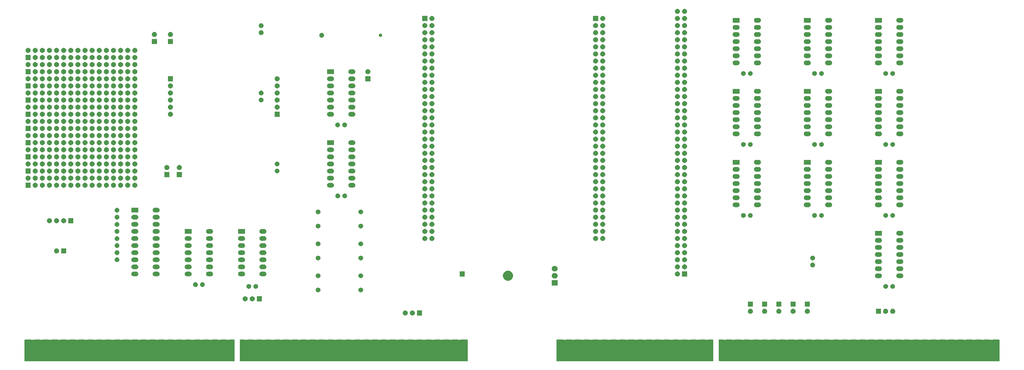
<source format=gbr>
G04 #@! TF.GenerationSoftware,KiCad,Pcbnew,(5.1.5)-3*
G04 #@! TF.CreationDate,2023-07-18T22:41:28-04:00*
G04 #@! TF.ProjectId,NovaFPGA,4e6f7661-4650-4474-912e-6b696361645f,rev?*
G04 #@! TF.SameCoordinates,Original*
G04 #@! TF.FileFunction,Soldermask,Bot*
G04 #@! TF.FilePolarity,Negative*
%FSLAX46Y46*%
G04 Gerber Fmt 4.6, Leading zero omitted, Abs format (unit mm)*
G04 Created by KiCad (PCBNEW (5.1.5)-3) date 2023-07-18 22:41:28*
%MOMM*%
%LPD*%
G04 APERTURE LIST*
%ADD10C,0.100000*%
G04 APERTURE END LIST*
D10*
G36*
X241935000Y-177800000D02*
G01*
X186055000Y-177800000D01*
X186055000Y-170180000D01*
X241935000Y-170180000D01*
X241935000Y-177800000D01*
G37*
X241935000Y-177800000D02*
X186055000Y-177800000D01*
X186055000Y-170180000D01*
X241935000Y-170180000D01*
X241935000Y-177800000D01*
G36*
X154305000Y-177800000D02*
G01*
X73025000Y-177800000D01*
X73025000Y-170180000D01*
X154305000Y-170180000D01*
X154305000Y-177800000D01*
G37*
X154305000Y-177800000D02*
X73025000Y-177800000D01*
X73025000Y-170180000D01*
X154305000Y-170180000D01*
X154305000Y-177800000D01*
G36*
X71120000Y-177800000D02*
G01*
X-3810000Y-177800000D01*
X-3810000Y-170180000D01*
X71120000Y-170180000D01*
X71120000Y-177800000D01*
G37*
X71120000Y-177800000D02*
X-3810000Y-177800000D01*
X-3810000Y-170180000D01*
X71120000Y-170180000D01*
X71120000Y-177800000D01*
G36*
X344170000Y-177800000D02*
G01*
X244475000Y-177800000D01*
X244475000Y-170180000D01*
X344170000Y-170180000D01*
X344170000Y-177800000D01*
G37*
X344170000Y-177800000D02*
X244475000Y-177800000D01*
X244475000Y-170180000D01*
X344170000Y-170180000D01*
X344170000Y-177800000D01*
G36*
X302628500Y-177851000D02*
G01*
X300621500Y-177851000D01*
X300621500Y-170129000D01*
X302628500Y-170129000D01*
X302628500Y-177851000D01*
G37*
G36*
X340728500Y-177851000D02*
G01*
X338721500Y-177851000D01*
X338721500Y-170129000D01*
X340728500Y-170129000D01*
X340728500Y-177851000D01*
G37*
G36*
X337553500Y-177851000D02*
G01*
X335546500Y-177851000D01*
X335546500Y-170129000D01*
X337553500Y-170129000D01*
X337553500Y-177851000D01*
G37*
G36*
X334378500Y-177851000D02*
G01*
X332371500Y-177851000D01*
X332371500Y-170129000D01*
X334378500Y-170129000D01*
X334378500Y-177851000D01*
G37*
G36*
X331203500Y-177851000D02*
G01*
X329196500Y-177851000D01*
X329196500Y-170129000D01*
X331203500Y-170129000D01*
X331203500Y-177851000D01*
G37*
G36*
X328028500Y-177851000D02*
G01*
X326021500Y-177851000D01*
X326021500Y-170129000D01*
X328028500Y-170129000D01*
X328028500Y-177851000D01*
G37*
G36*
X324853500Y-177851000D02*
G01*
X322846500Y-177851000D01*
X322846500Y-170129000D01*
X324853500Y-170129000D01*
X324853500Y-177851000D01*
G37*
G36*
X321678500Y-177851000D02*
G01*
X319671500Y-177851000D01*
X319671500Y-170129000D01*
X321678500Y-170129000D01*
X321678500Y-177851000D01*
G37*
G36*
X318503500Y-177851000D02*
G01*
X316496500Y-177851000D01*
X316496500Y-170129000D01*
X318503500Y-170129000D01*
X318503500Y-177851000D01*
G37*
G36*
X315328500Y-177851000D02*
G01*
X313321500Y-177851000D01*
X313321500Y-170129000D01*
X315328500Y-170129000D01*
X315328500Y-177851000D01*
G37*
G36*
X312153500Y-177851000D02*
G01*
X310146500Y-177851000D01*
X310146500Y-170129000D01*
X312153500Y-170129000D01*
X312153500Y-177851000D01*
G37*
G36*
X308978500Y-177851000D02*
G01*
X306971500Y-177851000D01*
X306971500Y-170129000D01*
X308978500Y-170129000D01*
X308978500Y-177851000D01*
G37*
G36*
X264528500Y-177851000D02*
G01*
X262521500Y-177851000D01*
X262521500Y-170129000D01*
X264528500Y-170129000D01*
X264528500Y-177851000D01*
G37*
G36*
X226428500Y-177851000D02*
G01*
X224421500Y-177851000D01*
X224421500Y-170129000D01*
X226428500Y-170129000D01*
X226428500Y-177851000D01*
G37*
G36*
X299453500Y-177851000D02*
G01*
X297446500Y-177851000D01*
X297446500Y-170129000D01*
X299453500Y-170129000D01*
X299453500Y-177851000D01*
G37*
G36*
X296278500Y-177851000D02*
G01*
X294271500Y-177851000D01*
X294271500Y-170129000D01*
X296278500Y-170129000D01*
X296278500Y-177851000D01*
G37*
G36*
X293103500Y-177851000D02*
G01*
X291096500Y-177851000D01*
X291096500Y-170129000D01*
X293103500Y-170129000D01*
X293103500Y-177851000D01*
G37*
G36*
X289928500Y-177851000D02*
G01*
X287921500Y-177851000D01*
X287921500Y-170129000D01*
X289928500Y-170129000D01*
X289928500Y-177851000D01*
G37*
G36*
X286753500Y-177851000D02*
G01*
X284746500Y-177851000D01*
X284746500Y-170129000D01*
X286753500Y-170129000D01*
X286753500Y-177851000D01*
G37*
G36*
X283578500Y-177851000D02*
G01*
X281571500Y-177851000D01*
X281571500Y-170129000D01*
X283578500Y-170129000D01*
X283578500Y-177851000D01*
G37*
G36*
X280403500Y-177851000D02*
G01*
X278396500Y-177851000D01*
X278396500Y-170129000D01*
X280403500Y-170129000D01*
X280403500Y-177851000D01*
G37*
G36*
X277228500Y-177851000D02*
G01*
X275221500Y-177851000D01*
X275221500Y-170129000D01*
X277228500Y-170129000D01*
X277228500Y-177851000D01*
G37*
G36*
X274053500Y-177851000D02*
G01*
X272046500Y-177851000D01*
X272046500Y-170129000D01*
X274053500Y-170129000D01*
X274053500Y-177851000D01*
G37*
G36*
X270878500Y-177851000D02*
G01*
X268871500Y-177851000D01*
X268871500Y-170129000D01*
X270878500Y-170129000D01*
X270878500Y-177851000D01*
G37*
G36*
X267703500Y-177851000D02*
G01*
X265696500Y-177851000D01*
X265696500Y-170129000D01*
X267703500Y-170129000D01*
X267703500Y-177851000D01*
G37*
G36*
X305803500Y-177851000D02*
G01*
X303796500Y-177851000D01*
X303796500Y-170129000D01*
X305803500Y-170129000D01*
X305803500Y-177851000D01*
G37*
G36*
X223253500Y-177851000D02*
G01*
X221246500Y-177851000D01*
X221246500Y-170129000D01*
X223253500Y-170129000D01*
X223253500Y-177851000D01*
G37*
G36*
X112763500Y-177851000D02*
G01*
X110756500Y-177851000D01*
X110756500Y-170129000D01*
X112763500Y-170129000D01*
X112763500Y-177851000D01*
G37*
G36*
X261353500Y-177851000D02*
G01*
X259346500Y-177851000D01*
X259346500Y-170129000D01*
X261353500Y-170129000D01*
X261353500Y-177851000D01*
G37*
G36*
X258178500Y-177851000D02*
G01*
X256171500Y-177851000D01*
X256171500Y-170129000D01*
X258178500Y-170129000D01*
X258178500Y-177851000D01*
G37*
G36*
X255003500Y-177851000D02*
G01*
X252996500Y-177851000D01*
X252996500Y-170129000D01*
X255003500Y-170129000D01*
X255003500Y-177851000D01*
G37*
G36*
X251828500Y-177851000D02*
G01*
X249821500Y-177851000D01*
X249821500Y-170129000D01*
X251828500Y-170129000D01*
X251828500Y-177851000D01*
G37*
G36*
X248653500Y-177851000D02*
G01*
X246646500Y-177851000D01*
X246646500Y-170129000D01*
X248653500Y-170129000D01*
X248653500Y-177851000D01*
G37*
G36*
X245478500Y-177851000D02*
G01*
X243979500Y-177851000D01*
X243979500Y-170129000D01*
X245478500Y-170129000D01*
X245478500Y-177851000D01*
G37*
G36*
X241795500Y-177851000D02*
G01*
X240296500Y-177851000D01*
X240296500Y-170129000D01*
X241795500Y-170129000D01*
X241795500Y-177851000D01*
G37*
G36*
X239128500Y-177851000D02*
G01*
X237121500Y-177851000D01*
X237121500Y-170129000D01*
X239128500Y-170129000D01*
X239128500Y-177851000D01*
G37*
G36*
X235953500Y-177851000D02*
G01*
X233946500Y-177851000D01*
X233946500Y-170129000D01*
X235953500Y-170129000D01*
X235953500Y-177851000D01*
G37*
G36*
X232778500Y-177851000D02*
G01*
X230771500Y-177851000D01*
X230771500Y-170129000D01*
X232778500Y-170129000D01*
X232778500Y-177851000D01*
G37*
G36*
X229603500Y-177851000D02*
G01*
X227596500Y-177851000D01*
X227596500Y-170129000D01*
X229603500Y-170129000D01*
X229603500Y-177851000D01*
G37*
G36*
X74663500Y-177851000D02*
G01*
X73164500Y-177851000D01*
X73164500Y-170129000D01*
X74663500Y-170129000D01*
X74663500Y-177851000D01*
G37*
G36*
X220078500Y-177851000D02*
G01*
X218071500Y-177851000D01*
X218071500Y-170129000D01*
X220078500Y-170129000D01*
X220078500Y-177851000D01*
G37*
G36*
X216903500Y-177851000D02*
G01*
X214896500Y-177851000D01*
X214896500Y-170129000D01*
X216903500Y-170129000D01*
X216903500Y-177851000D01*
G37*
G36*
X213728500Y-177851000D02*
G01*
X211721500Y-177851000D01*
X211721500Y-170129000D01*
X213728500Y-170129000D01*
X213728500Y-177851000D01*
G37*
G36*
X210553500Y-177851000D02*
G01*
X208546500Y-177851000D01*
X208546500Y-170129000D01*
X210553500Y-170129000D01*
X210553500Y-177851000D01*
G37*
G36*
X207378500Y-177851000D02*
G01*
X205371500Y-177851000D01*
X205371500Y-170129000D01*
X207378500Y-170129000D01*
X207378500Y-177851000D01*
G37*
G36*
X204203500Y-177851000D02*
G01*
X202196500Y-177851000D01*
X202196500Y-170129000D01*
X204203500Y-170129000D01*
X204203500Y-177851000D01*
G37*
G36*
X201028500Y-177851000D02*
G01*
X199021500Y-177851000D01*
X199021500Y-170129000D01*
X201028500Y-170129000D01*
X201028500Y-177851000D01*
G37*
G36*
X197853500Y-177851000D02*
G01*
X195846500Y-177851000D01*
X195846500Y-170129000D01*
X197853500Y-170129000D01*
X197853500Y-177851000D01*
G37*
G36*
X194678500Y-177851000D02*
G01*
X192671500Y-177851000D01*
X192671500Y-170129000D01*
X194678500Y-170129000D01*
X194678500Y-177851000D01*
G37*
G36*
X191503500Y-177851000D02*
G01*
X189496500Y-177851000D01*
X189496500Y-170129000D01*
X191503500Y-170129000D01*
X191503500Y-177851000D01*
G37*
G36*
X188328500Y-177851000D02*
G01*
X186321500Y-177851000D01*
X186321500Y-170129000D01*
X188328500Y-170129000D01*
X188328500Y-177851000D01*
G37*
G36*
X109588500Y-177851000D02*
G01*
X107581500Y-177851000D01*
X107581500Y-170129000D01*
X109588500Y-170129000D01*
X109588500Y-177851000D01*
G37*
G36*
X147688500Y-177851000D02*
G01*
X145681500Y-177851000D01*
X145681500Y-170129000D01*
X147688500Y-170129000D01*
X147688500Y-177851000D01*
G37*
G36*
X144513500Y-177851000D02*
G01*
X142506500Y-177851000D01*
X142506500Y-170129000D01*
X144513500Y-170129000D01*
X144513500Y-177851000D01*
G37*
G36*
X141338500Y-177851000D02*
G01*
X139331500Y-177851000D01*
X139331500Y-170129000D01*
X141338500Y-170129000D01*
X141338500Y-177851000D01*
G37*
G36*
X138163500Y-177851000D02*
G01*
X136156500Y-177851000D01*
X136156500Y-170129000D01*
X138163500Y-170129000D01*
X138163500Y-177851000D01*
G37*
G36*
X134988500Y-177851000D02*
G01*
X132981500Y-177851000D01*
X132981500Y-170129000D01*
X134988500Y-170129000D01*
X134988500Y-177851000D01*
G37*
G36*
X131813500Y-177851000D02*
G01*
X129806500Y-177851000D01*
X129806500Y-170129000D01*
X131813500Y-170129000D01*
X131813500Y-177851000D01*
G37*
G36*
X128638500Y-177851000D02*
G01*
X126631500Y-177851000D01*
X126631500Y-170129000D01*
X128638500Y-170129000D01*
X128638500Y-177851000D01*
G37*
G36*
X125463500Y-177851000D02*
G01*
X123456500Y-177851000D01*
X123456500Y-170129000D01*
X125463500Y-170129000D01*
X125463500Y-177851000D01*
G37*
G36*
X122288500Y-177851000D02*
G01*
X120281500Y-177851000D01*
X120281500Y-170129000D01*
X122288500Y-170129000D01*
X122288500Y-177851000D01*
G37*
G36*
X119113500Y-177851000D02*
G01*
X117106500Y-177851000D01*
X117106500Y-170129000D01*
X119113500Y-170129000D01*
X119113500Y-177851000D01*
G37*
G36*
X115938500Y-177851000D02*
G01*
X113931500Y-177851000D01*
X113931500Y-170129000D01*
X115938500Y-170129000D01*
X115938500Y-177851000D01*
G37*
G36*
X70980500Y-177851000D02*
G01*
X69481500Y-177851000D01*
X69481500Y-170129000D01*
X70980500Y-170129000D01*
X70980500Y-177851000D01*
G37*
G36*
X65138500Y-177851000D02*
G01*
X63131500Y-177851000D01*
X63131500Y-170129000D01*
X65138500Y-170129000D01*
X65138500Y-177851000D01*
G37*
G36*
X106413500Y-177851000D02*
G01*
X104406500Y-177851000D01*
X104406500Y-170129000D01*
X106413500Y-170129000D01*
X106413500Y-177851000D01*
G37*
G36*
X103238500Y-177851000D02*
G01*
X101231500Y-177851000D01*
X101231500Y-170129000D01*
X103238500Y-170129000D01*
X103238500Y-177851000D01*
G37*
G36*
X100063500Y-177851000D02*
G01*
X98056500Y-177851000D01*
X98056500Y-170129000D01*
X100063500Y-170129000D01*
X100063500Y-177851000D01*
G37*
G36*
X96888500Y-177851000D02*
G01*
X94881500Y-177851000D01*
X94881500Y-170129000D01*
X96888500Y-170129000D01*
X96888500Y-177851000D01*
G37*
G36*
X93713500Y-177851000D02*
G01*
X91706500Y-177851000D01*
X91706500Y-170129000D01*
X93713500Y-170129000D01*
X93713500Y-177851000D01*
G37*
G36*
X90538500Y-177851000D02*
G01*
X88531500Y-177851000D01*
X88531500Y-170129000D01*
X90538500Y-170129000D01*
X90538500Y-177851000D01*
G37*
G36*
X87363500Y-177851000D02*
G01*
X85356500Y-177851000D01*
X85356500Y-170129000D01*
X87363500Y-170129000D01*
X87363500Y-177851000D01*
G37*
G36*
X84188500Y-177851000D02*
G01*
X82181500Y-177851000D01*
X82181500Y-170129000D01*
X84188500Y-170129000D01*
X84188500Y-177851000D01*
G37*
G36*
X81013500Y-177851000D02*
G01*
X79006500Y-177851000D01*
X79006500Y-170129000D01*
X81013500Y-170129000D01*
X81013500Y-177851000D01*
G37*
G36*
X77838500Y-177851000D02*
G01*
X75831500Y-177851000D01*
X75831500Y-170129000D01*
X77838500Y-170129000D01*
X77838500Y-177851000D01*
G37*
G36*
X68313500Y-177851000D02*
G01*
X66306500Y-177851000D01*
X66306500Y-170129000D01*
X68313500Y-170129000D01*
X68313500Y-177851000D01*
G37*
G36*
X33388500Y-177851000D02*
G01*
X31381500Y-177851000D01*
X31381500Y-170129000D01*
X33388500Y-170129000D01*
X33388500Y-177851000D01*
G37*
G36*
X150863500Y-177851000D02*
G01*
X148856500Y-177851000D01*
X148856500Y-170129000D01*
X150863500Y-170129000D01*
X150863500Y-177851000D01*
G37*
G36*
X61963500Y-177851000D02*
G01*
X59956500Y-177851000D01*
X59956500Y-170129000D01*
X61963500Y-170129000D01*
X61963500Y-177851000D01*
G37*
G36*
X58788500Y-177851000D02*
G01*
X56781500Y-177851000D01*
X56781500Y-170129000D01*
X58788500Y-170129000D01*
X58788500Y-177851000D01*
G37*
G36*
X55613500Y-177851000D02*
G01*
X53606500Y-177851000D01*
X53606500Y-170129000D01*
X55613500Y-170129000D01*
X55613500Y-177851000D01*
G37*
G36*
X52438500Y-177851000D02*
G01*
X50431500Y-177851000D01*
X50431500Y-170129000D01*
X52438500Y-170129000D01*
X52438500Y-177851000D01*
G37*
G36*
X49263500Y-177851000D02*
G01*
X47256500Y-177851000D01*
X47256500Y-170129000D01*
X49263500Y-170129000D01*
X49263500Y-177851000D01*
G37*
G36*
X46088500Y-177851000D02*
G01*
X44081500Y-177851000D01*
X44081500Y-170129000D01*
X46088500Y-170129000D01*
X46088500Y-177851000D01*
G37*
G36*
X42913500Y-177851000D02*
G01*
X40906500Y-177851000D01*
X40906500Y-170129000D01*
X42913500Y-170129000D01*
X42913500Y-177851000D01*
G37*
G36*
X39738500Y-177851000D02*
G01*
X37731500Y-177851000D01*
X37731500Y-170129000D01*
X39738500Y-170129000D01*
X39738500Y-177851000D01*
G37*
G36*
X36563500Y-177851000D02*
G01*
X34556500Y-177851000D01*
X34556500Y-170129000D01*
X36563500Y-170129000D01*
X36563500Y-177851000D01*
G37*
G36*
X154038500Y-177851000D02*
G01*
X152031500Y-177851000D01*
X152031500Y-170129000D01*
X154038500Y-170129000D01*
X154038500Y-177851000D01*
G37*
G36*
X30213500Y-177851000D02*
G01*
X28206500Y-177851000D01*
X28206500Y-170129000D01*
X30213500Y-170129000D01*
X30213500Y-177851000D01*
G37*
G36*
X23863500Y-177851000D02*
G01*
X21856500Y-177851000D01*
X21856500Y-170129000D01*
X23863500Y-170129000D01*
X23863500Y-177851000D01*
G37*
G36*
X27038500Y-177851000D02*
G01*
X25031500Y-177851000D01*
X25031500Y-170129000D01*
X27038500Y-170129000D01*
X27038500Y-177851000D01*
G37*
G36*
X343903500Y-177851000D02*
G01*
X341896500Y-177851000D01*
X341896500Y-170129000D01*
X343903500Y-170129000D01*
X343903500Y-177851000D01*
G37*
G36*
X-1536500Y-177851000D02*
G01*
X-3543500Y-177851000D01*
X-3543500Y-170129000D01*
X-1536500Y-170129000D01*
X-1536500Y-177851000D01*
G37*
G36*
X1638500Y-177851000D02*
G01*
X-368500Y-177851000D01*
X-368500Y-170129000D01*
X1638500Y-170129000D01*
X1638500Y-177851000D01*
G37*
G36*
X4813500Y-177851000D02*
G01*
X2806500Y-177851000D01*
X2806500Y-170129000D01*
X4813500Y-170129000D01*
X4813500Y-177851000D01*
G37*
G36*
X11163500Y-177851000D02*
G01*
X9156500Y-177851000D01*
X9156500Y-170129000D01*
X11163500Y-170129000D01*
X11163500Y-177851000D01*
G37*
G36*
X14338500Y-177851000D02*
G01*
X12331500Y-177851000D01*
X12331500Y-170129000D01*
X14338500Y-170129000D01*
X14338500Y-177851000D01*
G37*
G36*
X17513500Y-177851000D02*
G01*
X15506500Y-177851000D01*
X15506500Y-170129000D01*
X17513500Y-170129000D01*
X17513500Y-177851000D01*
G37*
G36*
X20688500Y-177851000D02*
G01*
X18681500Y-177851000D01*
X18681500Y-170129000D01*
X20688500Y-170129000D01*
X20688500Y-177851000D01*
G37*
G36*
X7988500Y-177851000D02*
G01*
X5981500Y-177851000D01*
X5981500Y-170129000D01*
X7988500Y-170129000D01*
X7988500Y-177851000D01*
G37*
G36*
X132184769Y-159757188D02*
G01*
X132342812Y-159788624D01*
X132506784Y-159856544D01*
X132654354Y-159955147D01*
X132779853Y-160080646D01*
X132878456Y-160228216D01*
X132946376Y-160392188D01*
X132981000Y-160566259D01*
X132981000Y-160743741D01*
X132946376Y-160917812D01*
X132878456Y-161081784D01*
X132779853Y-161229354D01*
X132654354Y-161354853D01*
X132506784Y-161453456D01*
X132342812Y-161521376D01*
X132193512Y-161551073D01*
X132168742Y-161556000D01*
X131991258Y-161556000D01*
X131966488Y-161551073D01*
X131817188Y-161521376D01*
X131653216Y-161453456D01*
X131505646Y-161354853D01*
X131380147Y-161229354D01*
X131281544Y-161081784D01*
X131213624Y-160917812D01*
X131179000Y-160743741D01*
X131179000Y-160566259D01*
X131213624Y-160392188D01*
X131281544Y-160228216D01*
X131380147Y-160080646D01*
X131505646Y-159955147D01*
X131653216Y-159856544D01*
X131817188Y-159788624D01*
X131975231Y-159757188D01*
X131991258Y-159754000D01*
X132168742Y-159754000D01*
X132184769Y-159757188D01*
G37*
G36*
X134724769Y-159757188D02*
G01*
X134882812Y-159788624D01*
X135046784Y-159856544D01*
X135194354Y-159955147D01*
X135319853Y-160080646D01*
X135418456Y-160228216D01*
X135486376Y-160392188D01*
X135521000Y-160566259D01*
X135521000Y-160743741D01*
X135486376Y-160917812D01*
X135418456Y-161081784D01*
X135319853Y-161229354D01*
X135194354Y-161354853D01*
X135046784Y-161453456D01*
X134882812Y-161521376D01*
X134733512Y-161551073D01*
X134708742Y-161556000D01*
X134531258Y-161556000D01*
X134506488Y-161551073D01*
X134357188Y-161521376D01*
X134193216Y-161453456D01*
X134045646Y-161354853D01*
X133920147Y-161229354D01*
X133821544Y-161081784D01*
X133753624Y-160917812D01*
X133719000Y-160743741D01*
X133719000Y-160566259D01*
X133753624Y-160392188D01*
X133821544Y-160228216D01*
X133920147Y-160080646D01*
X134045646Y-159955147D01*
X134193216Y-159856544D01*
X134357188Y-159788624D01*
X134515231Y-159757188D01*
X134531258Y-159754000D01*
X134708742Y-159754000D01*
X134724769Y-159757188D01*
G37*
G36*
X138061000Y-161556000D02*
G01*
X136259000Y-161556000D01*
X136259000Y-159754000D01*
X138061000Y-159754000D01*
X138061000Y-161556000D01*
G37*
G36*
X303643512Y-159123927D02*
G01*
X303792812Y-159153624D01*
X303956784Y-159221544D01*
X304104354Y-159320147D01*
X304229853Y-159445646D01*
X304328456Y-159593216D01*
X304396376Y-159757188D01*
X304431000Y-159931259D01*
X304431000Y-160108741D01*
X304396376Y-160282812D01*
X304328456Y-160446784D01*
X304229853Y-160594354D01*
X304104354Y-160719853D01*
X303956784Y-160818456D01*
X303792812Y-160886376D01*
X303643512Y-160916073D01*
X303618742Y-160921000D01*
X303441258Y-160921000D01*
X303416488Y-160916073D01*
X303267188Y-160886376D01*
X303103216Y-160818456D01*
X302955646Y-160719853D01*
X302830147Y-160594354D01*
X302731544Y-160446784D01*
X302663624Y-160282812D01*
X302629000Y-160108741D01*
X302629000Y-159931259D01*
X302663624Y-159757188D01*
X302731544Y-159593216D01*
X302830147Y-159445646D01*
X302955646Y-159320147D01*
X303103216Y-159221544D01*
X303267188Y-159153624D01*
X303416488Y-159123927D01*
X303441258Y-159119000D01*
X303618742Y-159119000D01*
X303643512Y-159123927D01*
G37*
G36*
X301891000Y-160921000D02*
G01*
X300089000Y-160921000D01*
X300089000Y-159119000D01*
X301891000Y-159119000D01*
X301891000Y-160921000D01*
G37*
G36*
X275703512Y-159123927D02*
G01*
X275852812Y-159153624D01*
X276016784Y-159221544D01*
X276164354Y-159320147D01*
X276289853Y-159445646D01*
X276388456Y-159593216D01*
X276456376Y-159757188D01*
X276491000Y-159931259D01*
X276491000Y-160108741D01*
X276456376Y-160282812D01*
X276388456Y-160446784D01*
X276289853Y-160594354D01*
X276164354Y-160719853D01*
X276016784Y-160818456D01*
X275852812Y-160886376D01*
X275703512Y-160916073D01*
X275678742Y-160921000D01*
X275501258Y-160921000D01*
X275476488Y-160916073D01*
X275327188Y-160886376D01*
X275163216Y-160818456D01*
X275015646Y-160719853D01*
X274890147Y-160594354D01*
X274791544Y-160446784D01*
X274723624Y-160282812D01*
X274689000Y-160108741D01*
X274689000Y-159931259D01*
X274723624Y-159757188D01*
X274791544Y-159593216D01*
X274890147Y-159445646D01*
X275015646Y-159320147D01*
X275163216Y-159221544D01*
X275327188Y-159153624D01*
X275476488Y-159123927D01*
X275501258Y-159119000D01*
X275678742Y-159119000D01*
X275703512Y-159123927D01*
G37*
G36*
X255383512Y-159123927D02*
G01*
X255532812Y-159153624D01*
X255696784Y-159221544D01*
X255844354Y-159320147D01*
X255969853Y-159445646D01*
X256068456Y-159593216D01*
X256136376Y-159757188D01*
X256171000Y-159931259D01*
X256171000Y-160108741D01*
X256136376Y-160282812D01*
X256068456Y-160446784D01*
X255969853Y-160594354D01*
X255844354Y-160719853D01*
X255696784Y-160818456D01*
X255532812Y-160886376D01*
X255383512Y-160916073D01*
X255358742Y-160921000D01*
X255181258Y-160921000D01*
X255156488Y-160916073D01*
X255007188Y-160886376D01*
X254843216Y-160818456D01*
X254695646Y-160719853D01*
X254570147Y-160594354D01*
X254471544Y-160446784D01*
X254403624Y-160282812D01*
X254369000Y-160108741D01*
X254369000Y-159931259D01*
X254403624Y-159757188D01*
X254471544Y-159593216D01*
X254570147Y-159445646D01*
X254695646Y-159320147D01*
X254843216Y-159221544D01*
X255007188Y-159153624D01*
X255156488Y-159123927D01*
X255181258Y-159119000D01*
X255358742Y-159119000D01*
X255383512Y-159123927D01*
G37*
G36*
X260463512Y-159123927D02*
G01*
X260612812Y-159153624D01*
X260776784Y-159221544D01*
X260924354Y-159320147D01*
X261049853Y-159445646D01*
X261148456Y-159593216D01*
X261216376Y-159757188D01*
X261251000Y-159931259D01*
X261251000Y-160108741D01*
X261216376Y-160282812D01*
X261148456Y-160446784D01*
X261049853Y-160594354D01*
X260924354Y-160719853D01*
X260776784Y-160818456D01*
X260612812Y-160886376D01*
X260463512Y-160916073D01*
X260438742Y-160921000D01*
X260261258Y-160921000D01*
X260236488Y-160916073D01*
X260087188Y-160886376D01*
X259923216Y-160818456D01*
X259775646Y-160719853D01*
X259650147Y-160594354D01*
X259551544Y-160446784D01*
X259483624Y-160282812D01*
X259449000Y-160108741D01*
X259449000Y-159931259D01*
X259483624Y-159757188D01*
X259551544Y-159593216D01*
X259650147Y-159445646D01*
X259775646Y-159320147D01*
X259923216Y-159221544D01*
X260087188Y-159153624D01*
X260236488Y-159123927D01*
X260261258Y-159119000D01*
X260438742Y-159119000D01*
X260463512Y-159123927D01*
G37*
G36*
X265543512Y-159123927D02*
G01*
X265692812Y-159153624D01*
X265856784Y-159221544D01*
X266004354Y-159320147D01*
X266129853Y-159445646D01*
X266228456Y-159593216D01*
X266296376Y-159757188D01*
X266331000Y-159931259D01*
X266331000Y-160108741D01*
X266296376Y-160282812D01*
X266228456Y-160446784D01*
X266129853Y-160594354D01*
X266004354Y-160719853D01*
X265856784Y-160818456D01*
X265692812Y-160886376D01*
X265543512Y-160916073D01*
X265518742Y-160921000D01*
X265341258Y-160921000D01*
X265316488Y-160916073D01*
X265167188Y-160886376D01*
X265003216Y-160818456D01*
X264855646Y-160719853D01*
X264730147Y-160594354D01*
X264631544Y-160446784D01*
X264563624Y-160282812D01*
X264529000Y-160108741D01*
X264529000Y-159931259D01*
X264563624Y-159757188D01*
X264631544Y-159593216D01*
X264730147Y-159445646D01*
X264855646Y-159320147D01*
X265003216Y-159221544D01*
X265167188Y-159153624D01*
X265316488Y-159123927D01*
X265341258Y-159119000D01*
X265518742Y-159119000D01*
X265543512Y-159123927D01*
G37*
G36*
X270623512Y-159123927D02*
G01*
X270772812Y-159153624D01*
X270936784Y-159221544D01*
X271084354Y-159320147D01*
X271209853Y-159445646D01*
X271308456Y-159593216D01*
X271376376Y-159757188D01*
X271411000Y-159931259D01*
X271411000Y-160108741D01*
X271376376Y-160282812D01*
X271308456Y-160446784D01*
X271209853Y-160594354D01*
X271084354Y-160719853D01*
X270936784Y-160818456D01*
X270772812Y-160886376D01*
X270623512Y-160916073D01*
X270598742Y-160921000D01*
X270421258Y-160921000D01*
X270396488Y-160916073D01*
X270247188Y-160886376D01*
X270083216Y-160818456D01*
X269935646Y-160719853D01*
X269810147Y-160594354D01*
X269711544Y-160446784D01*
X269643624Y-160282812D01*
X269609000Y-160108741D01*
X269609000Y-159931259D01*
X269643624Y-159757188D01*
X269711544Y-159593216D01*
X269810147Y-159445646D01*
X269935646Y-159320147D01*
X270083216Y-159221544D01*
X270247188Y-159153624D01*
X270396488Y-159123927D01*
X270421258Y-159119000D01*
X270598742Y-159119000D01*
X270623512Y-159123927D01*
G37*
G36*
X306183512Y-159123927D02*
G01*
X306332812Y-159153624D01*
X306496784Y-159221544D01*
X306644354Y-159320147D01*
X306769853Y-159445646D01*
X306868456Y-159593216D01*
X306936376Y-159757188D01*
X306971000Y-159931259D01*
X306971000Y-160108741D01*
X306936376Y-160282812D01*
X306868456Y-160446784D01*
X306769853Y-160594354D01*
X306644354Y-160719853D01*
X306496784Y-160818456D01*
X306332812Y-160886376D01*
X306183512Y-160916073D01*
X306158742Y-160921000D01*
X305981258Y-160921000D01*
X305956488Y-160916073D01*
X305807188Y-160886376D01*
X305643216Y-160818456D01*
X305495646Y-160719853D01*
X305370147Y-160594354D01*
X305271544Y-160446784D01*
X305203624Y-160282812D01*
X305169000Y-160108741D01*
X305169000Y-159931259D01*
X305203624Y-159757188D01*
X305271544Y-159593216D01*
X305370147Y-159445646D01*
X305495646Y-159320147D01*
X305643216Y-159221544D01*
X305807188Y-159153624D01*
X305956488Y-159123927D01*
X305981258Y-159119000D01*
X306158742Y-159119000D01*
X306183512Y-159123927D01*
G37*
G36*
X271411000Y-158381000D02*
G01*
X269609000Y-158381000D01*
X269609000Y-156579000D01*
X271411000Y-156579000D01*
X271411000Y-158381000D01*
G37*
G36*
X276491000Y-158381000D02*
G01*
X274689000Y-158381000D01*
X274689000Y-156579000D01*
X276491000Y-156579000D01*
X276491000Y-158381000D01*
G37*
G36*
X256171000Y-158381000D02*
G01*
X254369000Y-158381000D01*
X254369000Y-156579000D01*
X256171000Y-156579000D01*
X256171000Y-158381000D01*
G37*
G36*
X266331000Y-158381000D02*
G01*
X264529000Y-158381000D01*
X264529000Y-156579000D01*
X266331000Y-156579000D01*
X266331000Y-158381000D01*
G37*
G36*
X261251000Y-158381000D02*
G01*
X259449000Y-158381000D01*
X259449000Y-156579000D01*
X261251000Y-156579000D01*
X261251000Y-158381000D01*
G37*
G36*
X75043512Y-154678927D02*
G01*
X75192812Y-154708624D01*
X75356784Y-154776544D01*
X75504354Y-154875147D01*
X75629853Y-155000646D01*
X75728456Y-155148216D01*
X75796376Y-155312188D01*
X75831000Y-155486259D01*
X75831000Y-155663741D01*
X75796376Y-155837812D01*
X75728456Y-156001784D01*
X75629853Y-156149354D01*
X75504354Y-156274853D01*
X75356784Y-156373456D01*
X75192812Y-156441376D01*
X75043512Y-156471073D01*
X75018742Y-156476000D01*
X74841258Y-156476000D01*
X74816488Y-156471073D01*
X74667188Y-156441376D01*
X74503216Y-156373456D01*
X74355646Y-156274853D01*
X74230147Y-156149354D01*
X74131544Y-156001784D01*
X74063624Y-155837812D01*
X74029000Y-155663741D01*
X74029000Y-155486259D01*
X74063624Y-155312188D01*
X74131544Y-155148216D01*
X74230147Y-155000646D01*
X74355646Y-154875147D01*
X74503216Y-154776544D01*
X74667188Y-154708624D01*
X74816488Y-154678927D01*
X74841258Y-154674000D01*
X75018742Y-154674000D01*
X75043512Y-154678927D01*
G37*
G36*
X77583512Y-154678927D02*
G01*
X77732812Y-154708624D01*
X77896784Y-154776544D01*
X78044354Y-154875147D01*
X78169853Y-155000646D01*
X78268456Y-155148216D01*
X78336376Y-155312188D01*
X78371000Y-155486259D01*
X78371000Y-155663741D01*
X78336376Y-155837812D01*
X78268456Y-156001784D01*
X78169853Y-156149354D01*
X78044354Y-156274853D01*
X77896784Y-156373456D01*
X77732812Y-156441376D01*
X77583512Y-156471073D01*
X77558742Y-156476000D01*
X77381258Y-156476000D01*
X77356488Y-156471073D01*
X77207188Y-156441376D01*
X77043216Y-156373456D01*
X76895646Y-156274853D01*
X76770147Y-156149354D01*
X76671544Y-156001784D01*
X76603624Y-155837812D01*
X76569000Y-155663741D01*
X76569000Y-155486259D01*
X76603624Y-155312188D01*
X76671544Y-155148216D01*
X76770147Y-155000646D01*
X76895646Y-154875147D01*
X77043216Y-154776544D01*
X77207188Y-154708624D01*
X77356488Y-154678927D01*
X77381258Y-154674000D01*
X77558742Y-154674000D01*
X77583512Y-154678927D01*
G37*
G36*
X80911000Y-156476000D02*
G01*
X79109000Y-156476000D01*
X79109000Y-154674000D01*
X80911000Y-154674000D01*
X80911000Y-156476000D01*
G37*
G36*
X101213228Y-151581703D02*
G01*
X101368100Y-151645853D01*
X101507481Y-151738985D01*
X101626015Y-151857519D01*
X101719147Y-151996900D01*
X101783297Y-152151772D01*
X101816000Y-152316184D01*
X101816000Y-152483816D01*
X101783297Y-152648228D01*
X101719147Y-152803100D01*
X101626015Y-152942481D01*
X101507481Y-153061015D01*
X101368100Y-153154147D01*
X101213228Y-153218297D01*
X101048816Y-153251000D01*
X100881184Y-153251000D01*
X100716772Y-153218297D01*
X100561900Y-153154147D01*
X100422519Y-153061015D01*
X100303985Y-152942481D01*
X100210853Y-152803100D01*
X100146703Y-152648228D01*
X100114000Y-152483816D01*
X100114000Y-152316184D01*
X100146703Y-152151772D01*
X100210853Y-151996900D01*
X100303985Y-151857519D01*
X100422519Y-151738985D01*
X100561900Y-151645853D01*
X100716772Y-151581703D01*
X100881184Y-151549000D01*
X101048816Y-151549000D01*
X101213228Y-151581703D01*
G37*
G36*
X116453228Y-151581703D02*
G01*
X116608100Y-151645853D01*
X116747481Y-151738985D01*
X116866015Y-151857519D01*
X116959147Y-151996900D01*
X117023297Y-152151772D01*
X117056000Y-152316184D01*
X117056000Y-152483816D01*
X117023297Y-152648228D01*
X116959147Y-152803100D01*
X116866015Y-152942481D01*
X116747481Y-153061015D01*
X116608100Y-153154147D01*
X116453228Y-153218297D01*
X116288816Y-153251000D01*
X116121184Y-153251000D01*
X115956772Y-153218297D01*
X115801900Y-153154147D01*
X115662519Y-153061015D01*
X115543985Y-152942481D01*
X115450853Y-152803100D01*
X115386703Y-152648228D01*
X115354000Y-152483816D01*
X115354000Y-152316184D01*
X115386703Y-152151772D01*
X115450853Y-151996900D01*
X115543985Y-151857519D01*
X115662519Y-151738985D01*
X115801900Y-151645853D01*
X115956772Y-151581703D01*
X116121184Y-151549000D01*
X116288816Y-151549000D01*
X116453228Y-151581703D01*
G37*
G36*
X303818228Y-150311703D02*
G01*
X303973100Y-150375853D01*
X304112481Y-150468985D01*
X304231015Y-150587519D01*
X304324147Y-150726900D01*
X304388297Y-150881772D01*
X304421000Y-151046184D01*
X304421000Y-151213816D01*
X304388297Y-151378228D01*
X304324147Y-151533100D01*
X304231015Y-151672481D01*
X304112481Y-151791015D01*
X303973100Y-151884147D01*
X303818228Y-151948297D01*
X303653816Y-151981000D01*
X303486184Y-151981000D01*
X303321772Y-151948297D01*
X303166900Y-151884147D01*
X303027519Y-151791015D01*
X302908985Y-151672481D01*
X302815853Y-151533100D01*
X302751703Y-151378228D01*
X302719000Y-151213816D01*
X302719000Y-151046184D01*
X302751703Y-150881772D01*
X302815853Y-150726900D01*
X302908985Y-150587519D01*
X303027519Y-150468985D01*
X303166900Y-150375853D01*
X303321772Y-150311703D01*
X303486184Y-150279000D01*
X303653816Y-150279000D01*
X303818228Y-150311703D01*
G37*
G36*
X78988228Y-150311703D02*
G01*
X79143100Y-150375853D01*
X79282481Y-150468985D01*
X79401015Y-150587519D01*
X79494147Y-150726900D01*
X79558297Y-150881772D01*
X79591000Y-151046184D01*
X79591000Y-151213816D01*
X79558297Y-151378228D01*
X79494147Y-151533100D01*
X79401015Y-151672481D01*
X79282481Y-151791015D01*
X79143100Y-151884147D01*
X78988228Y-151948297D01*
X78823816Y-151981000D01*
X78656184Y-151981000D01*
X78491772Y-151948297D01*
X78336900Y-151884147D01*
X78197519Y-151791015D01*
X78078985Y-151672481D01*
X77985853Y-151533100D01*
X77921703Y-151378228D01*
X77889000Y-151213816D01*
X77889000Y-151046184D01*
X77921703Y-150881772D01*
X77985853Y-150726900D01*
X78078985Y-150587519D01*
X78197519Y-150468985D01*
X78336900Y-150375853D01*
X78491772Y-150311703D01*
X78656184Y-150279000D01*
X78823816Y-150279000D01*
X78988228Y-150311703D01*
G37*
G36*
X306318228Y-150311703D02*
G01*
X306473100Y-150375853D01*
X306612481Y-150468985D01*
X306731015Y-150587519D01*
X306824147Y-150726900D01*
X306888297Y-150881772D01*
X306921000Y-151046184D01*
X306921000Y-151213816D01*
X306888297Y-151378228D01*
X306824147Y-151533100D01*
X306731015Y-151672481D01*
X306612481Y-151791015D01*
X306473100Y-151884147D01*
X306318228Y-151948297D01*
X306153816Y-151981000D01*
X305986184Y-151981000D01*
X305821772Y-151948297D01*
X305666900Y-151884147D01*
X305527519Y-151791015D01*
X305408985Y-151672481D01*
X305315853Y-151533100D01*
X305251703Y-151378228D01*
X305219000Y-151213816D01*
X305219000Y-151046184D01*
X305251703Y-150881772D01*
X305315853Y-150726900D01*
X305408985Y-150587519D01*
X305527519Y-150468985D01*
X305666900Y-150375853D01*
X305821772Y-150311703D01*
X305986184Y-150279000D01*
X306153816Y-150279000D01*
X306318228Y-150311703D01*
G37*
G36*
X76488228Y-150311703D02*
G01*
X76643100Y-150375853D01*
X76782481Y-150468985D01*
X76901015Y-150587519D01*
X76994147Y-150726900D01*
X77058297Y-150881772D01*
X77091000Y-151046184D01*
X77091000Y-151213816D01*
X77058297Y-151378228D01*
X76994147Y-151533100D01*
X76901015Y-151672481D01*
X76782481Y-151791015D01*
X76643100Y-151884147D01*
X76488228Y-151948297D01*
X76323816Y-151981000D01*
X76156184Y-151981000D01*
X75991772Y-151948297D01*
X75836900Y-151884147D01*
X75697519Y-151791015D01*
X75578985Y-151672481D01*
X75485853Y-151533100D01*
X75421703Y-151378228D01*
X75389000Y-151213816D01*
X75389000Y-151046184D01*
X75421703Y-150881772D01*
X75485853Y-150726900D01*
X75578985Y-150587519D01*
X75697519Y-150468985D01*
X75836900Y-150375853D01*
X75991772Y-150311703D01*
X76156184Y-150279000D01*
X76323816Y-150279000D01*
X76488228Y-150311703D01*
G37*
G36*
X59938228Y-149676703D02*
G01*
X60093100Y-149740853D01*
X60232481Y-149833985D01*
X60351015Y-149952519D01*
X60444147Y-150091900D01*
X60508297Y-150246772D01*
X60541000Y-150411184D01*
X60541000Y-150578816D01*
X60508297Y-150743228D01*
X60444147Y-150898100D01*
X60351015Y-151037481D01*
X60232481Y-151156015D01*
X60093100Y-151249147D01*
X59938228Y-151313297D01*
X59773816Y-151346000D01*
X59606184Y-151346000D01*
X59441772Y-151313297D01*
X59286900Y-151249147D01*
X59147519Y-151156015D01*
X59028985Y-151037481D01*
X58935853Y-150898100D01*
X58871703Y-150743228D01*
X58839000Y-150578816D01*
X58839000Y-150411184D01*
X58871703Y-150246772D01*
X58935853Y-150091900D01*
X59028985Y-149952519D01*
X59147519Y-149833985D01*
X59286900Y-149740853D01*
X59441772Y-149676703D01*
X59606184Y-149644000D01*
X59773816Y-149644000D01*
X59938228Y-149676703D01*
G37*
G36*
X57438228Y-149676703D02*
G01*
X57593100Y-149740853D01*
X57732481Y-149833985D01*
X57851015Y-149952519D01*
X57944147Y-150091900D01*
X58008297Y-150246772D01*
X58041000Y-150411184D01*
X58041000Y-150578816D01*
X58008297Y-150743228D01*
X57944147Y-150898100D01*
X57851015Y-151037481D01*
X57732481Y-151156015D01*
X57593100Y-151249147D01*
X57438228Y-151313297D01*
X57273816Y-151346000D01*
X57106184Y-151346000D01*
X56941772Y-151313297D01*
X56786900Y-151249147D01*
X56647519Y-151156015D01*
X56528985Y-151037481D01*
X56435853Y-150898100D01*
X56371703Y-150743228D01*
X56339000Y-150578816D01*
X56339000Y-150411184D01*
X56371703Y-150246772D01*
X56435853Y-150091900D01*
X56528985Y-149952519D01*
X56647519Y-149833985D01*
X56786900Y-149740853D01*
X56941772Y-149676703D01*
X57106184Y-149644000D01*
X57273816Y-149644000D01*
X57438228Y-149676703D01*
G37*
G36*
X186471000Y-150863500D02*
G01*
X184369000Y-150863500D01*
X184369000Y-148856500D01*
X186471000Y-148856500D01*
X186471000Y-150863500D01*
G37*
G36*
X169285331Y-145588211D02*
G01*
X169613092Y-145723974D01*
X169908070Y-145921072D01*
X170158928Y-146171930D01*
X170356026Y-146466908D01*
X170491789Y-146794669D01*
X170561000Y-147142616D01*
X170561000Y-147497384D01*
X170491789Y-147845331D01*
X170356026Y-148173092D01*
X170158928Y-148468070D01*
X169908070Y-148718928D01*
X169613092Y-148916026D01*
X169285331Y-149051789D01*
X168937384Y-149121000D01*
X168582616Y-149121000D01*
X168234669Y-149051789D01*
X167906908Y-148916026D01*
X167611930Y-148718928D01*
X167361072Y-148468070D01*
X167163974Y-148173092D01*
X167028211Y-147845331D01*
X166959000Y-147497384D01*
X166959000Y-147142616D01*
X167028211Y-146794669D01*
X167163974Y-146466908D01*
X167361072Y-146171930D01*
X167611930Y-145921072D01*
X167906908Y-145723974D01*
X168234669Y-145588211D01*
X168582616Y-145519000D01*
X168937384Y-145519000D01*
X169285331Y-145588211D01*
G37*
G36*
X185565936Y-146321340D02*
G01*
X185664220Y-146331020D01*
X185853381Y-146388401D01*
X186027712Y-146481583D01*
X186180515Y-146606985D01*
X186305917Y-146759788D01*
X186399099Y-146934119D01*
X186456480Y-147123280D01*
X186475855Y-147320000D01*
X186456480Y-147516720D01*
X186399099Y-147705881D01*
X186305917Y-147880212D01*
X186180515Y-148033015D01*
X186027712Y-148158417D01*
X185853381Y-148251599D01*
X185664220Y-148308980D01*
X185565936Y-148318660D01*
X185516795Y-148323500D01*
X185323205Y-148323500D01*
X185274064Y-148318660D01*
X185175780Y-148308980D01*
X184986619Y-148251599D01*
X184812288Y-148158417D01*
X184659485Y-148033015D01*
X184534083Y-147880212D01*
X184440901Y-147705881D01*
X184383520Y-147516720D01*
X184364145Y-147320000D01*
X184383520Y-147123280D01*
X184440901Y-146934119D01*
X184534083Y-146759788D01*
X184659485Y-146606985D01*
X184812288Y-146481583D01*
X184986619Y-146388401D01*
X185175780Y-146331020D01*
X185274064Y-146321340D01*
X185323205Y-146316500D01*
X185516795Y-146316500D01*
X185565936Y-146321340D01*
G37*
G36*
X309176823Y-146481313D02*
G01*
X309337242Y-146529976D01*
X309404361Y-146565852D01*
X309485078Y-146608996D01*
X309614659Y-146715341D01*
X309721004Y-146844922D01*
X309721005Y-146844924D01*
X309800024Y-146992758D01*
X309848687Y-147153177D01*
X309865117Y-147320000D01*
X309848687Y-147486823D01*
X309800024Y-147647242D01*
X309759477Y-147723100D01*
X309721004Y-147795078D01*
X309614659Y-147924659D01*
X309485078Y-148031004D01*
X309485076Y-148031005D01*
X309337242Y-148110024D01*
X309176823Y-148158687D01*
X309051804Y-148171000D01*
X308168196Y-148171000D01*
X308043177Y-148158687D01*
X307882758Y-148110024D01*
X307734924Y-148031005D01*
X307734922Y-148031004D01*
X307605341Y-147924659D01*
X307498996Y-147795078D01*
X307460523Y-147723100D01*
X307419976Y-147647242D01*
X307371313Y-147486823D01*
X307354883Y-147320000D01*
X307371313Y-147153177D01*
X307419976Y-146992758D01*
X307498995Y-146844924D01*
X307498996Y-146844922D01*
X307605341Y-146715341D01*
X307734922Y-146608996D01*
X307815639Y-146565852D01*
X307882758Y-146529976D01*
X308043177Y-146481313D01*
X308168196Y-146469000D01*
X309051804Y-146469000D01*
X309176823Y-146481313D01*
G37*
G36*
X301556823Y-146481313D02*
G01*
X301717242Y-146529976D01*
X301784361Y-146565852D01*
X301865078Y-146608996D01*
X301994659Y-146715341D01*
X302101004Y-146844922D01*
X302101005Y-146844924D01*
X302180024Y-146992758D01*
X302228687Y-147153177D01*
X302245117Y-147320000D01*
X302228687Y-147486823D01*
X302180024Y-147647242D01*
X302139477Y-147723100D01*
X302101004Y-147795078D01*
X301994659Y-147924659D01*
X301865078Y-148031004D01*
X301865076Y-148031005D01*
X301717242Y-148110024D01*
X301556823Y-148158687D01*
X301431804Y-148171000D01*
X300548196Y-148171000D01*
X300423177Y-148158687D01*
X300262758Y-148110024D01*
X300114924Y-148031005D01*
X300114922Y-148031004D01*
X299985341Y-147924659D01*
X299878996Y-147795078D01*
X299840523Y-147723100D01*
X299799976Y-147647242D01*
X299751313Y-147486823D01*
X299734883Y-147320000D01*
X299751313Y-147153177D01*
X299799976Y-146992758D01*
X299878995Y-146844924D01*
X299878996Y-146844922D01*
X299985341Y-146715341D01*
X300114922Y-146608996D01*
X300195639Y-146565852D01*
X300262758Y-146529976D01*
X300423177Y-146481313D01*
X300548196Y-146469000D01*
X301431804Y-146469000D01*
X301556823Y-146481313D01*
G37*
G36*
X116453228Y-146501703D02*
G01*
X116608100Y-146565853D01*
X116747481Y-146658985D01*
X116866015Y-146777519D01*
X116959147Y-146916900D01*
X117023297Y-147071772D01*
X117056000Y-147236184D01*
X117056000Y-147403816D01*
X117023297Y-147568228D01*
X116959147Y-147723100D01*
X116866015Y-147862481D01*
X116747481Y-147981015D01*
X116608100Y-148074147D01*
X116453228Y-148138297D01*
X116288816Y-148171000D01*
X116121184Y-148171000D01*
X115956772Y-148138297D01*
X115801900Y-148074147D01*
X115662519Y-147981015D01*
X115543985Y-147862481D01*
X115450853Y-147723100D01*
X115386703Y-147568228D01*
X115354000Y-147403816D01*
X115354000Y-147236184D01*
X115386703Y-147071772D01*
X115450853Y-146916900D01*
X115543985Y-146777519D01*
X115662519Y-146658985D01*
X115801900Y-146565853D01*
X115956772Y-146501703D01*
X116121184Y-146469000D01*
X116288816Y-146469000D01*
X116453228Y-146501703D01*
G37*
G36*
X101213228Y-146501703D02*
G01*
X101368100Y-146565853D01*
X101507481Y-146658985D01*
X101626015Y-146777519D01*
X101719147Y-146916900D01*
X101783297Y-147071772D01*
X101816000Y-147236184D01*
X101816000Y-147403816D01*
X101783297Y-147568228D01*
X101719147Y-147723100D01*
X101626015Y-147862481D01*
X101507481Y-147981015D01*
X101368100Y-148074147D01*
X101213228Y-148138297D01*
X101048816Y-148171000D01*
X100881184Y-148171000D01*
X100716772Y-148138297D01*
X100561900Y-148074147D01*
X100422519Y-147981015D01*
X100303985Y-147862481D01*
X100210853Y-147723100D01*
X100146703Y-147568228D01*
X100114000Y-147403816D01*
X100114000Y-147236184D01*
X100146703Y-147071772D01*
X100210853Y-146916900D01*
X100303985Y-146777519D01*
X100422519Y-146658985D01*
X100561900Y-146565853D01*
X100716772Y-146501703D01*
X100881184Y-146469000D01*
X101048816Y-146469000D01*
X101213228Y-146501703D01*
G37*
G36*
X232676000Y-147586000D02*
G01*
X230874000Y-147586000D01*
X230874000Y-145784000D01*
X232676000Y-145784000D01*
X232676000Y-147586000D01*
G37*
G36*
X153301000Y-147586000D02*
G01*
X151499000Y-147586000D01*
X151499000Y-145784000D01*
X153301000Y-145784000D01*
X153301000Y-147586000D01*
G37*
G36*
X229348512Y-145788927D02*
G01*
X229497812Y-145818624D01*
X229661784Y-145886544D01*
X229809354Y-145985147D01*
X229934853Y-146110646D01*
X230033456Y-146258216D01*
X230101376Y-146422188D01*
X230136000Y-146596259D01*
X230136000Y-146773741D01*
X230101376Y-146947812D01*
X230033456Y-147111784D01*
X229934853Y-147259354D01*
X229809354Y-147384853D01*
X229661784Y-147483456D01*
X229497812Y-147551376D01*
X229348512Y-147581073D01*
X229323742Y-147586000D01*
X229146258Y-147586000D01*
X229121488Y-147581073D01*
X228972188Y-147551376D01*
X228808216Y-147483456D01*
X228660646Y-147384853D01*
X228535147Y-147259354D01*
X228436544Y-147111784D01*
X228368624Y-146947812D01*
X228334000Y-146773741D01*
X228334000Y-146596259D01*
X228368624Y-146422188D01*
X228436544Y-146258216D01*
X228535147Y-146110646D01*
X228660646Y-145985147D01*
X228808216Y-145886544D01*
X228972188Y-145818624D01*
X229121488Y-145788927D01*
X229146258Y-145784000D01*
X229323742Y-145784000D01*
X229348512Y-145788927D01*
G37*
G36*
X43746823Y-145846313D02*
G01*
X43907242Y-145894976D01*
X44039906Y-145965886D01*
X44055078Y-145973996D01*
X44184659Y-146080341D01*
X44291004Y-146209922D01*
X44291005Y-146209924D01*
X44370024Y-146357758D01*
X44418687Y-146518177D01*
X44435117Y-146685000D01*
X44418687Y-146851823D01*
X44370024Y-147012242D01*
X44310673Y-147123280D01*
X44291004Y-147160078D01*
X44184659Y-147289659D01*
X44055078Y-147396004D01*
X44055076Y-147396005D01*
X43907242Y-147475024D01*
X43746823Y-147523687D01*
X43621804Y-147536000D01*
X42738196Y-147536000D01*
X42613177Y-147523687D01*
X42452758Y-147475024D01*
X42304924Y-147396005D01*
X42304922Y-147396004D01*
X42175341Y-147289659D01*
X42068996Y-147160078D01*
X42049327Y-147123280D01*
X41989976Y-147012242D01*
X41941313Y-146851823D01*
X41924883Y-146685000D01*
X41941313Y-146518177D01*
X41989976Y-146357758D01*
X42068995Y-146209924D01*
X42068996Y-146209922D01*
X42175341Y-146080341D01*
X42304922Y-145973996D01*
X42320094Y-145965886D01*
X42452758Y-145894976D01*
X42613177Y-145846313D01*
X42738196Y-145834000D01*
X43621804Y-145834000D01*
X43746823Y-145846313D01*
G37*
G36*
X55176823Y-145846313D02*
G01*
X55337242Y-145894976D01*
X55469906Y-145965886D01*
X55485078Y-145973996D01*
X55614659Y-146080341D01*
X55721004Y-146209922D01*
X55721005Y-146209924D01*
X55800024Y-146357758D01*
X55848687Y-146518177D01*
X55865117Y-146685000D01*
X55848687Y-146851823D01*
X55800024Y-147012242D01*
X55740673Y-147123280D01*
X55721004Y-147160078D01*
X55614659Y-147289659D01*
X55485078Y-147396004D01*
X55485076Y-147396005D01*
X55337242Y-147475024D01*
X55176823Y-147523687D01*
X55051804Y-147536000D01*
X54168196Y-147536000D01*
X54043177Y-147523687D01*
X53882758Y-147475024D01*
X53734924Y-147396005D01*
X53734922Y-147396004D01*
X53605341Y-147289659D01*
X53498996Y-147160078D01*
X53479327Y-147123280D01*
X53419976Y-147012242D01*
X53371313Y-146851823D01*
X53354883Y-146685000D01*
X53371313Y-146518177D01*
X53419976Y-146357758D01*
X53498995Y-146209924D01*
X53498996Y-146209922D01*
X53605341Y-146080341D01*
X53734922Y-145973996D01*
X53750094Y-145965886D01*
X53882758Y-145894976D01*
X54043177Y-145846313D01*
X54168196Y-145834000D01*
X55051804Y-145834000D01*
X55176823Y-145846313D01*
G37*
G36*
X62796823Y-145846313D02*
G01*
X62957242Y-145894976D01*
X63089906Y-145965886D01*
X63105078Y-145973996D01*
X63234659Y-146080341D01*
X63341004Y-146209922D01*
X63341005Y-146209924D01*
X63420024Y-146357758D01*
X63468687Y-146518177D01*
X63485117Y-146685000D01*
X63468687Y-146851823D01*
X63420024Y-147012242D01*
X63360673Y-147123280D01*
X63341004Y-147160078D01*
X63234659Y-147289659D01*
X63105078Y-147396004D01*
X63105076Y-147396005D01*
X62957242Y-147475024D01*
X62796823Y-147523687D01*
X62671804Y-147536000D01*
X61788196Y-147536000D01*
X61663177Y-147523687D01*
X61502758Y-147475024D01*
X61354924Y-147396005D01*
X61354922Y-147396004D01*
X61225341Y-147289659D01*
X61118996Y-147160078D01*
X61099327Y-147123280D01*
X61039976Y-147012242D01*
X60991313Y-146851823D01*
X60974883Y-146685000D01*
X60991313Y-146518177D01*
X61039976Y-146357758D01*
X61118995Y-146209924D01*
X61118996Y-146209922D01*
X61225341Y-146080341D01*
X61354922Y-145973996D01*
X61370094Y-145965886D01*
X61502758Y-145894976D01*
X61663177Y-145846313D01*
X61788196Y-145834000D01*
X62671804Y-145834000D01*
X62796823Y-145846313D01*
G37*
G36*
X74226823Y-145846313D02*
G01*
X74387242Y-145894976D01*
X74519906Y-145965886D01*
X74535078Y-145973996D01*
X74664659Y-146080341D01*
X74771004Y-146209922D01*
X74771005Y-146209924D01*
X74850024Y-146357758D01*
X74898687Y-146518177D01*
X74915117Y-146685000D01*
X74898687Y-146851823D01*
X74850024Y-147012242D01*
X74790673Y-147123280D01*
X74771004Y-147160078D01*
X74664659Y-147289659D01*
X74535078Y-147396004D01*
X74535076Y-147396005D01*
X74387242Y-147475024D01*
X74226823Y-147523687D01*
X74101804Y-147536000D01*
X73218196Y-147536000D01*
X73093177Y-147523687D01*
X72932758Y-147475024D01*
X72784924Y-147396005D01*
X72784922Y-147396004D01*
X72655341Y-147289659D01*
X72548996Y-147160078D01*
X72529327Y-147123280D01*
X72469976Y-147012242D01*
X72421313Y-146851823D01*
X72404883Y-146685000D01*
X72421313Y-146518177D01*
X72469976Y-146357758D01*
X72548995Y-146209924D01*
X72548996Y-146209922D01*
X72655341Y-146080341D01*
X72784922Y-145973996D01*
X72800094Y-145965886D01*
X72932758Y-145894976D01*
X73093177Y-145846313D01*
X73218196Y-145834000D01*
X74101804Y-145834000D01*
X74226823Y-145846313D01*
G37*
G36*
X81846823Y-145846313D02*
G01*
X82007242Y-145894976D01*
X82139906Y-145965886D01*
X82155078Y-145973996D01*
X82284659Y-146080341D01*
X82391004Y-146209922D01*
X82391005Y-146209924D01*
X82470024Y-146357758D01*
X82518687Y-146518177D01*
X82535117Y-146685000D01*
X82518687Y-146851823D01*
X82470024Y-147012242D01*
X82410673Y-147123280D01*
X82391004Y-147160078D01*
X82284659Y-147289659D01*
X82155078Y-147396004D01*
X82155076Y-147396005D01*
X82007242Y-147475024D01*
X81846823Y-147523687D01*
X81721804Y-147536000D01*
X80838196Y-147536000D01*
X80713177Y-147523687D01*
X80552758Y-147475024D01*
X80404924Y-147396005D01*
X80404922Y-147396004D01*
X80275341Y-147289659D01*
X80168996Y-147160078D01*
X80149327Y-147123280D01*
X80089976Y-147012242D01*
X80041313Y-146851823D01*
X80024883Y-146685000D01*
X80041313Y-146518177D01*
X80089976Y-146357758D01*
X80168995Y-146209924D01*
X80168996Y-146209922D01*
X80275341Y-146080341D01*
X80404922Y-145973996D01*
X80420094Y-145965886D01*
X80552758Y-145894976D01*
X80713177Y-145846313D01*
X80838196Y-145834000D01*
X81721804Y-145834000D01*
X81846823Y-145846313D01*
G37*
G36*
X36126823Y-145846313D02*
G01*
X36287242Y-145894976D01*
X36419906Y-145965886D01*
X36435078Y-145973996D01*
X36564659Y-146080341D01*
X36671004Y-146209922D01*
X36671005Y-146209924D01*
X36750024Y-146357758D01*
X36798687Y-146518177D01*
X36815117Y-146685000D01*
X36798687Y-146851823D01*
X36750024Y-147012242D01*
X36690673Y-147123280D01*
X36671004Y-147160078D01*
X36564659Y-147289659D01*
X36435078Y-147396004D01*
X36435076Y-147396005D01*
X36287242Y-147475024D01*
X36126823Y-147523687D01*
X36001804Y-147536000D01*
X35118196Y-147536000D01*
X34993177Y-147523687D01*
X34832758Y-147475024D01*
X34684924Y-147396005D01*
X34684922Y-147396004D01*
X34555341Y-147289659D01*
X34448996Y-147160078D01*
X34429327Y-147123280D01*
X34369976Y-147012242D01*
X34321313Y-146851823D01*
X34304883Y-146685000D01*
X34321313Y-146518177D01*
X34369976Y-146357758D01*
X34448995Y-146209924D01*
X34448996Y-146209922D01*
X34555341Y-146080341D01*
X34684922Y-145973996D01*
X34700094Y-145965886D01*
X34832758Y-145894976D01*
X34993177Y-145846313D01*
X35118196Y-145834000D01*
X36001804Y-145834000D01*
X36126823Y-145846313D01*
G37*
G36*
X185565936Y-143781340D02*
G01*
X185664220Y-143791020D01*
X185853381Y-143848401D01*
X186027712Y-143941583D01*
X186180515Y-144066985D01*
X186305917Y-144219788D01*
X186399099Y-144394119D01*
X186456480Y-144583280D01*
X186475855Y-144780000D01*
X186456480Y-144976720D01*
X186399099Y-145165881D01*
X186305917Y-145340212D01*
X186180515Y-145493015D01*
X186027712Y-145618417D01*
X185853381Y-145711599D01*
X185664220Y-145768980D01*
X185565936Y-145778660D01*
X185516795Y-145783500D01*
X185323205Y-145783500D01*
X185274064Y-145778660D01*
X185175780Y-145768980D01*
X184986619Y-145711599D01*
X184812288Y-145618417D01*
X184659485Y-145493015D01*
X184534083Y-145340212D01*
X184440901Y-145165881D01*
X184383520Y-144976720D01*
X184364145Y-144780000D01*
X184383520Y-144583280D01*
X184440901Y-144394119D01*
X184534083Y-144219788D01*
X184659485Y-144066985D01*
X184812288Y-143941583D01*
X184986619Y-143848401D01*
X185175780Y-143791020D01*
X185274064Y-143781340D01*
X185323205Y-143776500D01*
X185516795Y-143776500D01*
X185565936Y-143781340D01*
G37*
G36*
X309176823Y-143941313D02*
G01*
X309337242Y-143989976D01*
X309461247Y-144056258D01*
X309485078Y-144068996D01*
X309614659Y-144175341D01*
X309721004Y-144304922D01*
X309721005Y-144304924D01*
X309800024Y-144452758D01*
X309848687Y-144613177D01*
X309865117Y-144780000D01*
X309848687Y-144946823D01*
X309800024Y-145107242D01*
X309729114Y-145239906D01*
X309721004Y-145255078D01*
X309614659Y-145384659D01*
X309485078Y-145491004D01*
X309485076Y-145491005D01*
X309337242Y-145570024D01*
X309176823Y-145618687D01*
X309051804Y-145631000D01*
X308168196Y-145631000D01*
X308043177Y-145618687D01*
X307882758Y-145570024D01*
X307734924Y-145491005D01*
X307734922Y-145491004D01*
X307605341Y-145384659D01*
X307498996Y-145255078D01*
X307490886Y-145239906D01*
X307419976Y-145107242D01*
X307371313Y-144946823D01*
X307354883Y-144780000D01*
X307371313Y-144613177D01*
X307419976Y-144452758D01*
X307498995Y-144304924D01*
X307498996Y-144304922D01*
X307605341Y-144175341D01*
X307734922Y-144068996D01*
X307758753Y-144056258D01*
X307882758Y-143989976D01*
X308043177Y-143941313D01*
X308168196Y-143929000D01*
X309051804Y-143929000D01*
X309176823Y-143941313D01*
G37*
G36*
X301556823Y-143941313D02*
G01*
X301717242Y-143989976D01*
X301841247Y-144056258D01*
X301865078Y-144068996D01*
X301994659Y-144175341D01*
X302101004Y-144304922D01*
X302101005Y-144304924D01*
X302180024Y-144452758D01*
X302228687Y-144613177D01*
X302245117Y-144780000D01*
X302228687Y-144946823D01*
X302180024Y-145107242D01*
X302109114Y-145239906D01*
X302101004Y-145255078D01*
X301994659Y-145384659D01*
X301865078Y-145491004D01*
X301865076Y-145491005D01*
X301717242Y-145570024D01*
X301556823Y-145618687D01*
X301431804Y-145631000D01*
X300548196Y-145631000D01*
X300423177Y-145618687D01*
X300262758Y-145570024D01*
X300114924Y-145491005D01*
X300114922Y-145491004D01*
X299985341Y-145384659D01*
X299878996Y-145255078D01*
X299870886Y-145239906D01*
X299799976Y-145107242D01*
X299751313Y-144946823D01*
X299734883Y-144780000D01*
X299751313Y-144613177D01*
X299799976Y-144452758D01*
X299878995Y-144304924D01*
X299878996Y-144304922D01*
X299985341Y-144175341D01*
X300114922Y-144068996D01*
X300138753Y-144056258D01*
X300262758Y-143989976D01*
X300423177Y-143941313D01*
X300548196Y-143929000D01*
X301431804Y-143929000D01*
X301556823Y-143941313D01*
G37*
G36*
X231888512Y-143248927D02*
G01*
X232037812Y-143278624D01*
X232201784Y-143346544D01*
X232349354Y-143445147D01*
X232474853Y-143570646D01*
X232573456Y-143718216D01*
X232641376Y-143882188D01*
X232676000Y-144056259D01*
X232676000Y-144233741D01*
X232641376Y-144407812D01*
X232573456Y-144571784D01*
X232474853Y-144719354D01*
X232349354Y-144844853D01*
X232201784Y-144943456D01*
X232037812Y-145011376D01*
X231888512Y-145041073D01*
X231863742Y-145046000D01*
X231686258Y-145046000D01*
X231661488Y-145041073D01*
X231512188Y-145011376D01*
X231348216Y-144943456D01*
X231200646Y-144844853D01*
X231075147Y-144719354D01*
X230976544Y-144571784D01*
X230908624Y-144407812D01*
X230874000Y-144233741D01*
X230874000Y-144056259D01*
X230908624Y-143882188D01*
X230976544Y-143718216D01*
X231075147Y-143570646D01*
X231200646Y-143445147D01*
X231348216Y-143346544D01*
X231512188Y-143278624D01*
X231661488Y-143248927D01*
X231686258Y-143244000D01*
X231863742Y-143244000D01*
X231888512Y-143248927D01*
G37*
G36*
X229348512Y-143248927D02*
G01*
X229497812Y-143278624D01*
X229661784Y-143346544D01*
X229809354Y-143445147D01*
X229934853Y-143570646D01*
X230033456Y-143718216D01*
X230101376Y-143882188D01*
X230136000Y-144056259D01*
X230136000Y-144233741D01*
X230101376Y-144407812D01*
X230033456Y-144571784D01*
X229934853Y-144719354D01*
X229809354Y-144844853D01*
X229661784Y-144943456D01*
X229497812Y-145011376D01*
X229348512Y-145041073D01*
X229323742Y-145046000D01*
X229146258Y-145046000D01*
X229121488Y-145041073D01*
X228972188Y-145011376D01*
X228808216Y-144943456D01*
X228660646Y-144844853D01*
X228535147Y-144719354D01*
X228436544Y-144571784D01*
X228368624Y-144407812D01*
X228334000Y-144233741D01*
X228334000Y-144056259D01*
X228368624Y-143882188D01*
X228436544Y-143718216D01*
X228535147Y-143570646D01*
X228660646Y-143445147D01*
X228808216Y-143346544D01*
X228972188Y-143278624D01*
X229121488Y-143248927D01*
X229146258Y-143244000D01*
X229323742Y-143244000D01*
X229348512Y-143248927D01*
G37*
G36*
X74226823Y-143306313D02*
G01*
X74387242Y-143354976D01*
X74519906Y-143425886D01*
X74535078Y-143433996D01*
X74664659Y-143540341D01*
X74771004Y-143669922D01*
X74771005Y-143669924D01*
X74850024Y-143817758D01*
X74898687Y-143978177D01*
X74915117Y-144145000D01*
X74898687Y-144311823D01*
X74850024Y-144472242D01*
X74790673Y-144583280D01*
X74771004Y-144620078D01*
X74664659Y-144749659D01*
X74535078Y-144856004D01*
X74535076Y-144856005D01*
X74387242Y-144935024D01*
X74226823Y-144983687D01*
X74101804Y-144996000D01*
X73218196Y-144996000D01*
X73093177Y-144983687D01*
X72932758Y-144935024D01*
X72784924Y-144856005D01*
X72784922Y-144856004D01*
X72655341Y-144749659D01*
X72548996Y-144620078D01*
X72529327Y-144583280D01*
X72469976Y-144472242D01*
X72421313Y-144311823D01*
X72404883Y-144145000D01*
X72421313Y-143978177D01*
X72469976Y-143817758D01*
X72548995Y-143669924D01*
X72548996Y-143669922D01*
X72655341Y-143540341D01*
X72784922Y-143433996D01*
X72800094Y-143425886D01*
X72932758Y-143354976D01*
X73093177Y-143306313D01*
X73218196Y-143294000D01*
X74101804Y-143294000D01*
X74226823Y-143306313D01*
G37*
G36*
X62796823Y-143306313D02*
G01*
X62957242Y-143354976D01*
X63089906Y-143425886D01*
X63105078Y-143433996D01*
X63234659Y-143540341D01*
X63341004Y-143669922D01*
X63341005Y-143669924D01*
X63420024Y-143817758D01*
X63468687Y-143978177D01*
X63485117Y-144145000D01*
X63468687Y-144311823D01*
X63420024Y-144472242D01*
X63360673Y-144583280D01*
X63341004Y-144620078D01*
X63234659Y-144749659D01*
X63105078Y-144856004D01*
X63105076Y-144856005D01*
X62957242Y-144935024D01*
X62796823Y-144983687D01*
X62671804Y-144996000D01*
X61788196Y-144996000D01*
X61663177Y-144983687D01*
X61502758Y-144935024D01*
X61354924Y-144856005D01*
X61354922Y-144856004D01*
X61225341Y-144749659D01*
X61118996Y-144620078D01*
X61099327Y-144583280D01*
X61039976Y-144472242D01*
X60991313Y-144311823D01*
X60974883Y-144145000D01*
X60991313Y-143978177D01*
X61039976Y-143817758D01*
X61118995Y-143669924D01*
X61118996Y-143669922D01*
X61225341Y-143540341D01*
X61354922Y-143433996D01*
X61370094Y-143425886D01*
X61502758Y-143354976D01*
X61663177Y-143306313D01*
X61788196Y-143294000D01*
X62671804Y-143294000D01*
X62796823Y-143306313D01*
G37*
G36*
X81846823Y-143306313D02*
G01*
X82007242Y-143354976D01*
X82139906Y-143425886D01*
X82155078Y-143433996D01*
X82284659Y-143540341D01*
X82391004Y-143669922D01*
X82391005Y-143669924D01*
X82470024Y-143817758D01*
X82518687Y-143978177D01*
X82535117Y-144145000D01*
X82518687Y-144311823D01*
X82470024Y-144472242D01*
X82410673Y-144583280D01*
X82391004Y-144620078D01*
X82284659Y-144749659D01*
X82155078Y-144856004D01*
X82155076Y-144856005D01*
X82007242Y-144935024D01*
X81846823Y-144983687D01*
X81721804Y-144996000D01*
X80838196Y-144996000D01*
X80713177Y-144983687D01*
X80552758Y-144935024D01*
X80404924Y-144856005D01*
X80404922Y-144856004D01*
X80275341Y-144749659D01*
X80168996Y-144620078D01*
X80149327Y-144583280D01*
X80089976Y-144472242D01*
X80041313Y-144311823D01*
X80024883Y-144145000D01*
X80041313Y-143978177D01*
X80089976Y-143817758D01*
X80168995Y-143669924D01*
X80168996Y-143669922D01*
X80275341Y-143540341D01*
X80404922Y-143433996D01*
X80420094Y-143425886D01*
X80552758Y-143354976D01*
X80713177Y-143306313D01*
X80838196Y-143294000D01*
X81721804Y-143294000D01*
X81846823Y-143306313D01*
G37*
G36*
X43746823Y-143306313D02*
G01*
X43907242Y-143354976D01*
X44039906Y-143425886D01*
X44055078Y-143433996D01*
X44184659Y-143540341D01*
X44291004Y-143669922D01*
X44291005Y-143669924D01*
X44370024Y-143817758D01*
X44418687Y-143978177D01*
X44435117Y-144145000D01*
X44418687Y-144311823D01*
X44370024Y-144472242D01*
X44310673Y-144583280D01*
X44291004Y-144620078D01*
X44184659Y-144749659D01*
X44055078Y-144856004D01*
X44055076Y-144856005D01*
X43907242Y-144935024D01*
X43746823Y-144983687D01*
X43621804Y-144996000D01*
X42738196Y-144996000D01*
X42613177Y-144983687D01*
X42452758Y-144935024D01*
X42304924Y-144856005D01*
X42304922Y-144856004D01*
X42175341Y-144749659D01*
X42068996Y-144620078D01*
X42049327Y-144583280D01*
X41989976Y-144472242D01*
X41941313Y-144311823D01*
X41924883Y-144145000D01*
X41941313Y-143978177D01*
X41989976Y-143817758D01*
X42068995Y-143669924D01*
X42068996Y-143669922D01*
X42175341Y-143540341D01*
X42304922Y-143433996D01*
X42320094Y-143425886D01*
X42452758Y-143354976D01*
X42613177Y-143306313D01*
X42738196Y-143294000D01*
X43621804Y-143294000D01*
X43746823Y-143306313D01*
G37*
G36*
X36126823Y-143306313D02*
G01*
X36287242Y-143354976D01*
X36419906Y-143425886D01*
X36435078Y-143433996D01*
X36564659Y-143540341D01*
X36671004Y-143669922D01*
X36671005Y-143669924D01*
X36750024Y-143817758D01*
X36798687Y-143978177D01*
X36815117Y-144145000D01*
X36798687Y-144311823D01*
X36750024Y-144472242D01*
X36690673Y-144583280D01*
X36671004Y-144620078D01*
X36564659Y-144749659D01*
X36435078Y-144856004D01*
X36435076Y-144856005D01*
X36287242Y-144935024D01*
X36126823Y-144983687D01*
X36001804Y-144996000D01*
X35118196Y-144996000D01*
X34993177Y-144983687D01*
X34832758Y-144935024D01*
X34684924Y-144856005D01*
X34684922Y-144856004D01*
X34555341Y-144749659D01*
X34448996Y-144620078D01*
X34429327Y-144583280D01*
X34369976Y-144472242D01*
X34321313Y-144311823D01*
X34304883Y-144145000D01*
X34321313Y-143978177D01*
X34369976Y-143817758D01*
X34448995Y-143669924D01*
X34448996Y-143669922D01*
X34555341Y-143540341D01*
X34684922Y-143433996D01*
X34700094Y-143425886D01*
X34832758Y-143354976D01*
X34993177Y-143306313D01*
X35118196Y-143294000D01*
X36001804Y-143294000D01*
X36126823Y-143306313D01*
G37*
G36*
X55176823Y-143306313D02*
G01*
X55337242Y-143354976D01*
X55469906Y-143425886D01*
X55485078Y-143433996D01*
X55614659Y-143540341D01*
X55721004Y-143669922D01*
X55721005Y-143669924D01*
X55800024Y-143817758D01*
X55848687Y-143978177D01*
X55865117Y-144145000D01*
X55848687Y-144311823D01*
X55800024Y-144472242D01*
X55740673Y-144583280D01*
X55721004Y-144620078D01*
X55614659Y-144749659D01*
X55485078Y-144856004D01*
X55485076Y-144856005D01*
X55337242Y-144935024D01*
X55176823Y-144983687D01*
X55051804Y-144996000D01*
X54168196Y-144996000D01*
X54043177Y-144983687D01*
X53882758Y-144935024D01*
X53734924Y-144856005D01*
X53734922Y-144856004D01*
X53605341Y-144749659D01*
X53498996Y-144620078D01*
X53479327Y-144583280D01*
X53419976Y-144472242D01*
X53371313Y-144311823D01*
X53354883Y-144145000D01*
X53371313Y-143978177D01*
X53419976Y-143817758D01*
X53498995Y-143669924D01*
X53498996Y-143669922D01*
X53605341Y-143540341D01*
X53734922Y-143433996D01*
X53750094Y-143425886D01*
X53882758Y-143354976D01*
X54043177Y-143306313D01*
X54168196Y-143294000D01*
X55051804Y-143294000D01*
X55176823Y-143306313D01*
G37*
G36*
X277743228Y-142651703D02*
G01*
X277898100Y-142715853D01*
X278037481Y-142808985D01*
X278156015Y-142927519D01*
X278249147Y-143066900D01*
X278313297Y-143221772D01*
X278346000Y-143386184D01*
X278346000Y-143553816D01*
X278313297Y-143718228D01*
X278249147Y-143873100D01*
X278156015Y-144012481D01*
X278037481Y-144131015D01*
X277898100Y-144224147D01*
X277743228Y-144288297D01*
X277578816Y-144321000D01*
X277411184Y-144321000D01*
X277246772Y-144288297D01*
X277091900Y-144224147D01*
X276952519Y-144131015D01*
X276833985Y-144012481D01*
X276740853Y-143873100D01*
X276676703Y-143718228D01*
X276644000Y-143553816D01*
X276644000Y-143386184D01*
X276676703Y-143221772D01*
X276740853Y-143066900D01*
X276833985Y-142927519D01*
X276952519Y-142808985D01*
X277091900Y-142715853D01*
X277246772Y-142651703D01*
X277411184Y-142619000D01*
X277578816Y-142619000D01*
X277743228Y-142651703D01*
G37*
G36*
X309176823Y-141401313D02*
G01*
X309337242Y-141449976D01*
X309461247Y-141516258D01*
X309485078Y-141528996D01*
X309614659Y-141635341D01*
X309721004Y-141764922D01*
X309721005Y-141764924D01*
X309800024Y-141912758D01*
X309848687Y-142073177D01*
X309865117Y-142240000D01*
X309848687Y-142406823D01*
X309800024Y-142567242D01*
X309729114Y-142699906D01*
X309721004Y-142715078D01*
X309614659Y-142844659D01*
X309485078Y-142951004D01*
X309485076Y-142951005D01*
X309337242Y-143030024D01*
X309176823Y-143078687D01*
X309051804Y-143091000D01*
X308168196Y-143091000D01*
X308043177Y-143078687D01*
X307882758Y-143030024D01*
X307734924Y-142951005D01*
X307734922Y-142951004D01*
X307605341Y-142844659D01*
X307498996Y-142715078D01*
X307490886Y-142699906D01*
X307419976Y-142567242D01*
X307371313Y-142406823D01*
X307354883Y-142240000D01*
X307371313Y-142073177D01*
X307419976Y-141912758D01*
X307498995Y-141764924D01*
X307498996Y-141764922D01*
X307605341Y-141635341D01*
X307734922Y-141528996D01*
X307758753Y-141516258D01*
X307882758Y-141449976D01*
X308043177Y-141401313D01*
X308168196Y-141389000D01*
X309051804Y-141389000D01*
X309176823Y-141401313D01*
G37*
G36*
X301556823Y-141401313D02*
G01*
X301717242Y-141449976D01*
X301841247Y-141516258D01*
X301865078Y-141528996D01*
X301994659Y-141635341D01*
X302101004Y-141764922D01*
X302101005Y-141764924D01*
X302180024Y-141912758D01*
X302228687Y-142073177D01*
X302245117Y-142240000D01*
X302228687Y-142406823D01*
X302180024Y-142567242D01*
X302109114Y-142699906D01*
X302101004Y-142715078D01*
X301994659Y-142844659D01*
X301865078Y-142951004D01*
X301865076Y-142951005D01*
X301717242Y-143030024D01*
X301556823Y-143078687D01*
X301431804Y-143091000D01*
X300548196Y-143091000D01*
X300423177Y-143078687D01*
X300262758Y-143030024D01*
X300114924Y-142951005D01*
X300114922Y-142951004D01*
X299985341Y-142844659D01*
X299878996Y-142715078D01*
X299870886Y-142699906D01*
X299799976Y-142567242D01*
X299751313Y-142406823D01*
X299734883Y-142240000D01*
X299751313Y-142073177D01*
X299799976Y-141912758D01*
X299878995Y-141764924D01*
X299878996Y-141764922D01*
X299985341Y-141635341D01*
X300114922Y-141528996D01*
X300138753Y-141516258D01*
X300262758Y-141449976D01*
X300423177Y-141401313D01*
X300548196Y-141389000D01*
X301431804Y-141389000D01*
X301556823Y-141401313D01*
G37*
G36*
X231888512Y-140708927D02*
G01*
X232037812Y-140738624D01*
X232201784Y-140806544D01*
X232349354Y-140905147D01*
X232474853Y-141030646D01*
X232573456Y-141178216D01*
X232641376Y-141342188D01*
X232676000Y-141516259D01*
X232676000Y-141693741D01*
X232641376Y-141867812D01*
X232573456Y-142031784D01*
X232474853Y-142179354D01*
X232349354Y-142304853D01*
X232201784Y-142403456D01*
X232037812Y-142471376D01*
X231888512Y-142501073D01*
X231863742Y-142506000D01*
X231686258Y-142506000D01*
X231661488Y-142501073D01*
X231512188Y-142471376D01*
X231348216Y-142403456D01*
X231200646Y-142304853D01*
X231075147Y-142179354D01*
X230976544Y-142031784D01*
X230908624Y-141867812D01*
X230874000Y-141693741D01*
X230874000Y-141516259D01*
X230908624Y-141342188D01*
X230976544Y-141178216D01*
X231075147Y-141030646D01*
X231200646Y-140905147D01*
X231348216Y-140806544D01*
X231512188Y-140738624D01*
X231661488Y-140708927D01*
X231686258Y-140704000D01*
X231863742Y-140704000D01*
X231888512Y-140708927D01*
G37*
G36*
X229348512Y-140708927D02*
G01*
X229497812Y-140738624D01*
X229661784Y-140806544D01*
X229809354Y-140905147D01*
X229934853Y-141030646D01*
X230033456Y-141178216D01*
X230101376Y-141342188D01*
X230136000Y-141516259D01*
X230136000Y-141693741D01*
X230101376Y-141867812D01*
X230033456Y-142031784D01*
X229934853Y-142179354D01*
X229809354Y-142304853D01*
X229661784Y-142403456D01*
X229497812Y-142471376D01*
X229348512Y-142501073D01*
X229323742Y-142506000D01*
X229146258Y-142506000D01*
X229121488Y-142501073D01*
X228972188Y-142471376D01*
X228808216Y-142403456D01*
X228660646Y-142304853D01*
X228535147Y-142179354D01*
X228436544Y-142031784D01*
X228368624Y-141867812D01*
X228334000Y-141693741D01*
X228334000Y-141516259D01*
X228368624Y-141342188D01*
X228436544Y-141178216D01*
X228535147Y-141030646D01*
X228660646Y-140905147D01*
X228808216Y-140806544D01*
X228972188Y-140738624D01*
X229121488Y-140708927D01*
X229146258Y-140704000D01*
X229323742Y-140704000D01*
X229348512Y-140708927D01*
G37*
G36*
X62796823Y-140766313D02*
G01*
X62927380Y-140805917D01*
X62943651Y-140810853D01*
X62957242Y-140814976D01*
X63089906Y-140885886D01*
X63105078Y-140893996D01*
X63234659Y-141000341D01*
X63341004Y-141129922D01*
X63341005Y-141129924D01*
X63420024Y-141277758D01*
X63468687Y-141438177D01*
X63485117Y-141605000D01*
X63468687Y-141771823D01*
X63420024Y-141932242D01*
X63349114Y-142064906D01*
X63341004Y-142080078D01*
X63234659Y-142209659D01*
X63105078Y-142316004D01*
X63105076Y-142316005D01*
X62957242Y-142395024D01*
X62796823Y-142443687D01*
X62671804Y-142456000D01*
X61788196Y-142456000D01*
X61663177Y-142443687D01*
X61502758Y-142395024D01*
X61354924Y-142316005D01*
X61354922Y-142316004D01*
X61225341Y-142209659D01*
X61118996Y-142080078D01*
X61110886Y-142064906D01*
X61039976Y-141932242D01*
X60991313Y-141771823D01*
X60974883Y-141605000D01*
X60991313Y-141438177D01*
X61039976Y-141277758D01*
X61118995Y-141129924D01*
X61118996Y-141129922D01*
X61225341Y-141000341D01*
X61354922Y-140893996D01*
X61370094Y-140885886D01*
X61502758Y-140814976D01*
X61516350Y-140810853D01*
X61532620Y-140805917D01*
X61663177Y-140766313D01*
X61788196Y-140754000D01*
X62671804Y-140754000D01*
X62796823Y-140766313D01*
G37*
G36*
X74226823Y-140766313D02*
G01*
X74357380Y-140805917D01*
X74373651Y-140810853D01*
X74387242Y-140814976D01*
X74519906Y-140885886D01*
X74535078Y-140893996D01*
X74664659Y-141000341D01*
X74771004Y-141129922D01*
X74771005Y-141129924D01*
X74850024Y-141277758D01*
X74898687Y-141438177D01*
X74915117Y-141605000D01*
X74898687Y-141771823D01*
X74850024Y-141932242D01*
X74779114Y-142064906D01*
X74771004Y-142080078D01*
X74664659Y-142209659D01*
X74535078Y-142316004D01*
X74535076Y-142316005D01*
X74387242Y-142395024D01*
X74226823Y-142443687D01*
X74101804Y-142456000D01*
X73218196Y-142456000D01*
X73093177Y-142443687D01*
X72932758Y-142395024D01*
X72784924Y-142316005D01*
X72784922Y-142316004D01*
X72655341Y-142209659D01*
X72548996Y-142080078D01*
X72540886Y-142064906D01*
X72469976Y-141932242D01*
X72421313Y-141771823D01*
X72404883Y-141605000D01*
X72421313Y-141438177D01*
X72469976Y-141277758D01*
X72548995Y-141129924D01*
X72548996Y-141129922D01*
X72655341Y-141000341D01*
X72784922Y-140893996D01*
X72800094Y-140885886D01*
X72932758Y-140814976D01*
X72946350Y-140810853D01*
X72962620Y-140805917D01*
X73093177Y-140766313D01*
X73218196Y-140754000D01*
X74101804Y-140754000D01*
X74226823Y-140766313D01*
G37*
G36*
X81846823Y-140766313D02*
G01*
X81977380Y-140805917D01*
X81993651Y-140810853D01*
X82007242Y-140814976D01*
X82139906Y-140885886D01*
X82155078Y-140893996D01*
X82284659Y-141000341D01*
X82391004Y-141129922D01*
X82391005Y-141129924D01*
X82470024Y-141277758D01*
X82518687Y-141438177D01*
X82535117Y-141605000D01*
X82518687Y-141771823D01*
X82470024Y-141932242D01*
X82399114Y-142064906D01*
X82391004Y-142080078D01*
X82284659Y-142209659D01*
X82155078Y-142316004D01*
X82155076Y-142316005D01*
X82007242Y-142395024D01*
X81846823Y-142443687D01*
X81721804Y-142456000D01*
X80838196Y-142456000D01*
X80713177Y-142443687D01*
X80552758Y-142395024D01*
X80404924Y-142316005D01*
X80404922Y-142316004D01*
X80275341Y-142209659D01*
X80168996Y-142080078D01*
X80160886Y-142064906D01*
X80089976Y-141932242D01*
X80041313Y-141771823D01*
X80024883Y-141605000D01*
X80041313Y-141438177D01*
X80089976Y-141277758D01*
X80168995Y-141129924D01*
X80168996Y-141129922D01*
X80275341Y-141000341D01*
X80404922Y-140893996D01*
X80420094Y-140885886D01*
X80552758Y-140814976D01*
X80566350Y-140810853D01*
X80582620Y-140805917D01*
X80713177Y-140766313D01*
X80838196Y-140754000D01*
X81721804Y-140754000D01*
X81846823Y-140766313D01*
G37*
G36*
X55176823Y-140766313D02*
G01*
X55307380Y-140805917D01*
X55323651Y-140810853D01*
X55337242Y-140814976D01*
X55469906Y-140885886D01*
X55485078Y-140893996D01*
X55614659Y-141000341D01*
X55721004Y-141129922D01*
X55721005Y-141129924D01*
X55800024Y-141277758D01*
X55848687Y-141438177D01*
X55865117Y-141605000D01*
X55848687Y-141771823D01*
X55800024Y-141932242D01*
X55729114Y-142064906D01*
X55721004Y-142080078D01*
X55614659Y-142209659D01*
X55485078Y-142316004D01*
X55485076Y-142316005D01*
X55337242Y-142395024D01*
X55176823Y-142443687D01*
X55051804Y-142456000D01*
X54168196Y-142456000D01*
X54043177Y-142443687D01*
X53882758Y-142395024D01*
X53734924Y-142316005D01*
X53734922Y-142316004D01*
X53605341Y-142209659D01*
X53498996Y-142080078D01*
X53490886Y-142064906D01*
X53419976Y-141932242D01*
X53371313Y-141771823D01*
X53354883Y-141605000D01*
X53371313Y-141438177D01*
X53419976Y-141277758D01*
X53498995Y-141129924D01*
X53498996Y-141129922D01*
X53605341Y-141000341D01*
X53734922Y-140893996D01*
X53750094Y-140885886D01*
X53882758Y-140814976D01*
X53896350Y-140810853D01*
X53912620Y-140805917D01*
X54043177Y-140766313D01*
X54168196Y-140754000D01*
X55051804Y-140754000D01*
X55176823Y-140766313D01*
G37*
G36*
X43746823Y-140766313D02*
G01*
X43877380Y-140805917D01*
X43893651Y-140810853D01*
X43907242Y-140814976D01*
X44039906Y-140885886D01*
X44055078Y-140893996D01*
X44184659Y-141000341D01*
X44291004Y-141129922D01*
X44291005Y-141129924D01*
X44370024Y-141277758D01*
X44418687Y-141438177D01*
X44435117Y-141605000D01*
X44418687Y-141771823D01*
X44370024Y-141932242D01*
X44299114Y-142064906D01*
X44291004Y-142080078D01*
X44184659Y-142209659D01*
X44055078Y-142316004D01*
X44055076Y-142316005D01*
X43907242Y-142395024D01*
X43746823Y-142443687D01*
X43621804Y-142456000D01*
X42738196Y-142456000D01*
X42613177Y-142443687D01*
X42452758Y-142395024D01*
X42304924Y-142316005D01*
X42304922Y-142316004D01*
X42175341Y-142209659D01*
X42068996Y-142080078D01*
X42060886Y-142064906D01*
X41989976Y-141932242D01*
X41941313Y-141771823D01*
X41924883Y-141605000D01*
X41941313Y-141438177D01*
X41989976Y-141277758D01*
X42068995Y-141129924D01*
X42068996Y-141129922D01*
X42175341Y-141000341D01*
X42304922Y-140893996D01*
X42320094Y-140885886D01*
X42452758Y-140814976D01*
X42466350Y-140810853D01*
X42482620Y-140805917D01*
X42613177Y-140766313D01*
X42738196Y-140754000D01*
X43621804Y-140754000D01*
X43746823Y-140766313D01*
G37*
G36*
X36126823Y-140766313D02*
G01*
X36257380Y-140805917D01*
X36273651Y-140810853D01*
X36287242Y-140814976D01*
X36419906Y-140885886D01*
X36435078Y-140893996D01*
X36564659Y-141000341D01*
X36671004Y-141129922D01*
X36671005Y-141129924D01*
X36750024Y-141277758D01*
X36798687Y-141438177D01*
X36815117Y-141605000D01*
X36798687Y-141771823D01*
X36750024Y-141932242D01*
X36679114Y-142064906D01*
X36671004Y-142080078D01*
X36564659Y-142209659D01*
X36435078Y-142316004D01*
X36435076Y-142316005D01*
X36287242Y-142395024D01*
X36126823Y-142443687D01*
X36001804Y-142456000D01*
X35118196Y-142456000D01*
X34993177Y-142443687D01*
X34832758Y-142395024D01*
X34684924Y-142316005D01*
X34684922Y-142316004D01*
X34555341Y-142209659D01*
X34448996Y-142080078D01*
X34440886Y-142064906D01*
X34369976Y-141932242D01*
X34321313Y-141771823D01*
X34304883Y-141605000D01*
X34321313Y-141438177D01*
X34369976Y-141277758D01*
X34448995Y-141129924D01*
X34448996Y-141129922D01*
X34555341Y-141000341D01*
X34684922Y-140893996D01*
X34700094Y-140885886D01*
X34832758Y-140814976D01*
X34846350Y-140810853D01*
X34862620Y-140805917D01*
X34993177Y-140766313D01*
X35118196Y-140754000D01*
X36001804Y-140754000D01*
X36126823Y-140766313D01*
G37*
G36*
X29458228Y-140746703D02*
G01*
X29613100Y-140810853D01*
X29752481Y-140903985D01*
X29871015Y-141022519D01*
X29964147Y-141161900D01*
X30028297Y-141316772D01*
X30061000Y-141481184D01*
X30061000Y-141648816D01*
X30028297Y-141813228D01*
X29964147Y-141968100D01*
X29871015Y-142107481D01*
X29752481Y-142226015D01*
X29613100Y-142319147D01*
X29458228Y-142383297D01*
X29293816Y-142416000D01*
X29126184Y-142416000D01*
X28961772Y-142383297D01*
X28806900Y-142319147D01*
X28667519Y-142226015D01*
X28548985Y-142107481D01*
X28455853Y-141968100D01*
X28391703Y-141813228D01*
X28359000Y-141648816D01*
X28359000Y-141481184D01*
X28391703Y-141316772D01*
X28455853Y-141161900D01*
X28548985Y-141022519D01*
X28667519Y-140903985D01*
X28806900Y-140810853D01*
X28961772Y-140746703D01*
X29126184Y-140714000D01*
X29293816Y-140714000D01*
X29458228Y-140746703D01*
G37*
G36*
X116453228Y-140151703D02*
G01*
X116608100Y-140215853D01*
X116747481Y-140308985D01*
X116866015Y-140427519D01*
X116959147Y-140566900D01*
X117023297Y-140721772D01*
X117056000Y-140886184D01*
X117056000Y-141053816D01*
X117023297Y-141218228D01*
X116959147Y-141373100D01*
X116866015Y-141512481D01*
X116747481Y-141631015D01*
X116608100Y-141724147D01*
X116453228Y-141788297D01*
X116288816Y-141821000D01*
X116121184Y-141821000D01*
X115956772Y-141788297D01*
X115801900Y-141724147D01*
X115662519Y-141631015D01*
X115543985Y-141512481D01*
X115450853Y-141373100D01*
X115386703Y-141218228D01*
X115354000Y-141053816D01*
X115354000Y-140886184D01*
X115386703Y-140721772D01*
X115450853Y-140566900D01*
X115543985Y-140427519D01*
X115662519Y-140308985D01*
X115801900Y-140215853D01*
X115956772Y-140151703D01*
X116121184Y-140119000D01*
X116288816Y-140119000D01*
X116453228Y-140151703D01*
G37*
G36*
X101213228Y-140151703D02*
G01*
X101368100Y-140215853D01*
X101507481Y-140308985D01*
X101626015Y-140427519D01*
X101719147Y-140566900D01*
X101783297Y-140721772D01*
X101816000Y-140886184D01*
X101816000Y-141053816D01*
X101783297Y-141218228D01*
X101719147Y-141373100D01*
X101626015Y-141512481D01*
X101507481Y-141631015D01*
X101368100Y-141724147D01*
X101213228Y-141788297D01*
X101048816Y-141821000D01*
X100881184Y-141821000D01*
X100716772Y-141788297D01*
X100561900Y-141724147D01*
X100422519Y-141631015D01*
X100303985Y-141512481D01*
X100210853Y-141373100D01*
X100146703Y-141218228D01*
X100114000Y-141053816D01*
X100114000Y-140886184D01*
X100146703Y-140721772D01*
X100210853Y-140566900D01*
X100303985Y-140427519D01*
X100422519Y-140308985D01*
X100561900Y-140215853D01*
X100716772Y-140151703D01*
X100881184Y-140119000D01*
X101048816Y-140119000D01*
X101213228Y-140151703D01*
G37*
G36*
X277743228Y-140151703D02*
G01*
X277898100Y-140215853D01*
X278037481Y-140308985D01*
X278156015Y-140427519D01*
X278249147Y-140566900D01*
X278313297Y-140721772D01*
X278346000Y-140886184D01*
X278346000Y-141053816D01*
X278313297Y-141218228D01*
X278249147Y-141373100D01*
X278156015Y-141512481D01*
X278037481Y-141631015D01*
X277898100Y-141724147D01*
X277743228Y-141788297D01*
X277578816Y-141821000D01*
X277411184Y-141821000D01*
X277246772Y-141788297D01*
X277091900Y-141724147D01*
X276952519Y-141631015D01*
X276833985Y-141512481D01*
X276740853Y-141373100D01*
X276676703Y-141218228D01*
X276644000Y-141053816D01*
X276644000Y-140886184D01*
X276676703Y-140721772D01*
X276740853Y-140566900D01*
X276833985Y-140427519D01*
X276952519Y-140308985D01*
X277091900Y-140215853D01*
X277246772Y-140151703D01*
X277411184Y-140119000D01*
X277578816Y-140119000D01*
X277743228Y-140151703D01*
G37*
G36*
X301556823Y-138861313D02*
G01*
X301717242Y-138909976D01*
X301841247Y-138976258D01*
X301865078Y-138988996D01*
X301994659Y-139095341D01*
X302101004Y-139224922D01*
X302101005Y-139224924D01*
X302180024Y-139372758D01*
X302228687Y-139533177D01*
X302245117Y-139700000D01*
X302228687Y-139866823D01*
X302180024Y-140027242D01*
X302130978Y-140119000D01*
X302101004Y-140175078D01*
X301994659Y-140304659D01*
X301865078Y-140411004D01*
X301865076Y-140411005D01*
X301717242Y-140490024D01*
X301556823Y-140538687D01*
X301431804Y-140551000D01*
X300548196Y-140551000D01*
X300423177Y-140538687D01*
X300262758Y-140490024D01*
X300114924Y-140411005D01*
X300114922Y-140411004D01*
X299985341Y-140304659D01*
X299878996Y-140175078D01*
X299849022Y-140119000D01*
X299799976Y-140027242D01*
X299751313Y-139866823D01*
X299734883Y-139700000D01*
X299751313Y-139533177D01*
X299799976Y-139372758D01*
X299878995Y-139224924D01*
X299878996Y-139224922D01*
X299985341Y-139095341D01*
X300114922Y-138988996D01*
X300138753Y-138976258D01*
X300262758Y-138909976D01*
X300423177Y-138861313D01*
X300548196Y-138849000D01*
X301431804Y-138849000D01*
X301556823Y-138861313D01*
G37*
G36*
X309176823Y-138861313D02*
G01*
X309337242Y-138909976D01*
X309461247Y-138976258D01*
X309485078Y-138988996D01*
X309614659Y-139095341D01*
X309721004Y-139224922D01*
X309721005Y-139224924D01*
X309800024Y-139372758D01*
X309848687Y-139533177D01*
X309865117Y-139700000D01*
X309848687Y-139866823D01*
X309800024Y-140027242D01*
X309750978Y-140119000D01*
X309721004Y-140175078D01*
X309614659Y-140304659D01*
X309485078Y-140411004D01*
X309485076Y-140411005D01*
X309337242Y-140490024D01*
X309176823Y-140538687D01*
X309051804Y-140551000D01*
X308168196Y-140551000D01*
X308043177Y-140538687D01*
X307882758Y-140490024D01*
X307734924Y-140411005D01*
X307734922Y-140411004D01*
X307605341Y-140304659D01*
X307498996Y-140175078D01*
X307469022Y-140119000D01*
X307419976Y-140027242D01*
X307371313Y-139866823D01*
X307354883Y-139700000D01*
X307371313Y-139533177D01*
X307419976Y-139372758D01*
X307498995Y-139224924D01*
X307498996Y-139224922D01*
X307605341Y-139095341D01*
X307734922Y-138988996D01*
X307758753Y-138976258D01*
X307882758Y-138909976D01*
X308043177Y-138861313D01*
X308168196Y-138849000D01*
X309051804Y-138849000D01*
X309176823Y-138861313D01*
G37*
G36*
X231879769Y-138167188D02*
G01*
X232037812Y-138198624D01*
X232201784Y-138266544D01*
X232349354Y-138365147D01*
X232474853Y-138490646D01*
X232573456Y-138638216D01*
X232641376Y-138802188D01*
X232676000Y-138976259D01*
X232676000Y-139153741D01*
X232641376Y-139327812D01*
X232573456Y-139491784D01*
X232474853Y-139639354D01*
X232349354Y-139764853D01*
X232201784Y-139863456D01*
X232037812Y-139931376D01*
X231888512Y-139961073D01*
X231863742Y-139966000D01*
X231686258Y-139966000D01*
X231661488Y-139961073D01*
X231512188Y-139931376D01*
X231348216Y-139863456D01*
X231200646Y-139764853D01*
X231075147Y-139639354D01*
X230976544Y-139491784D01*
X230908624Y-139327812D01*
X230874000Y-139153741D01*
X230874000Y-138976259D01*
X230908624Y-138802188D01*
X230976544Y-138638216D01*
X231075147Y-138490646D01*
X231200646Y-138365147D01*
X231348216Y-138266544D01*
X231512188Y-138198624D01*
X231670231Y-138167188D01*
X231686258Y-138164000D01*
X231863742Y-138164000D01*
X231879769Y-138167188D01*
G37*
G36*
X229339769Y-138167188D02*
G01*
X229497812Y-138198624D01*
X229661784Y-138266544D01*
X229809354Y-138365147D01*
X229934853Y-138490646D01*
X230033456Y-138638216D01*
X230101376Y-138802188D01*
X230136000Y-138976259D01*
X230136000Y-139153741D01*
X230101376Y-139327812D01*
X230033456Y-139491784D01*
X229934853Y-139639354D01*
X229809354Y-139764853D01*
X229661784Y-139863456D01*
X229497812Y-139931376D01*
X229348512Y-139961073D01*
X229323742Y-139966000D01*
X229146258Y-139966000D01*
X229121488Y-139961073D01*
X228972188Y-139931376D01*
X228808216Y-139863456D01*
X228660646Y-139764853D01*
X228535147Y-139639354D01*
X228436544Y-139491784D01*
X228368624Y-139327812D01*
X228334000Y-139153741D01*
X228334000Y-138976259D01*
X228368624Y-138802188D01*
X228436544Y-138638216D01*
X228535147Y-138490646D01*
X228660646Y-138365147D01*
X228808216Y-138266544D01*
X228972188Y-138198624D01*
X229130231Y-138167188D01*
X229146258Y-138164000D01*
X229323742Y-138164000D01*
X229339769Y-138167188D01*
G37*
G36*
X55176823Y-138226313D02*
G01*
X55337242Y-138274976D01*
X55404361Y-138310852D01*
X55485078Y-138353996D01*
X55614659Y-138460341D01*
X55721004Y-138589922D01*
X55721005Y-138589924D01*
X55800024Y-138737758D01*
X55848687Y-138898177D01*
X55865117Y-139065000D01*
X55848687Y-139231823D01*
X55800024Y-139392242D01*
X55729114Y-139524906D01*
X55721004Y-139540078D01*
X55614659Y-139669659D01*
X55485078Y-139776004D01*
X55485076Y-139776005D01*
X55337242Y-139855024D01*
X55176823Y-139903687D01*
X55051804Y-139916000D01*
X54168196Y-139916000D01*
X54043177Y-139903687D01*
X53882758Y-139855024D01*
X53734924Y-139776005D01*
X53734922Y-139776004D01*
X53605341Y-139669659D01*
X53498996Y-139540078D01*
X53490886Y-139524906D01*
X53419976Y-139392242D01*
X53371313Y-139231823D01*
X53354883Y-139065000D01*
X53371313Y-138898177D01*
X53419976Y-138737758D01*
X53498995Y-138589924D01*
X53498996Y-138589922D01*
X53605341Y-138460341D01*
X53734922Y-138353996D01*
X53815639Y-138310852D01*
X53882758Y-138274976D01*
X54043177Y-138226313D01*
X54168196Y-138214000D01*
X55051804Y-138214000D01*
X55176823Y-138226313D01*
G37*
G36*
X43746823Y-138226313D02*
G01*
X43907242Y-138274976D01*
X43974361Y-138310852D01*
X44055078Y-138353996D01*
X44184659Y-138460341D01*
X44291004Y-138589922D01*
X44291005Y-138589924D01*
X44370024Y-138737758D01*
X44418687Y-138898177D01*
X44435117Y-139065000D01*
X44418687Y-139231823D01*
X44370024Y-139392242D01*
X44299114Y-139524906D01*
X44291004Y-139540078D01*
X44184659Y-139669659D01*
X44055078Y-139776004D01*
X44055076Y-139776005D01*
X43907242Y-139855024D01*
X43746823Y-139903687D01*
X43621804Y-139916000D01*
X42738196Y-139916000D01*
X42613177Y-139903687D01*
X42452758Y-139855024D01*
X42304924Y-139776005D01*
X42304922Y-139776004D01*
X42175341Y-139669659D01*
X42068996Y-139540078D01*
X42060886Y-139524906D01*
X41989976Y-139392242D01*
X41941313Y-139231823D01*
X41924883Y-139065000D01*
X41941313Y-138898177D01*
X41989976Y-138737758D01*
X42068995Y-138589924D01*
X42068996Y-138589922D01*
X42175341Y-138460341D01*
X42304922Y-138353996D01*
X42385639Y-138310852D01*
X42452758Y-138274976D01*
X42613177Y-138226313D01*
X42738196Y-138214000D01*
X43621804Y-138214000D01*
X43746823Y-138226313D01*
G37*
G36*
X36126823Y-138226313D02*
G01*
X36287242Y-138274976D01*
X36354361Y-138310852D01*
X36435078Y-138353996D01*
X36564659Y-138460341D01*
X36671004Y-138589922D01*
X36671005Y-138589924D01*
X36750024Y-138737758D01*
X36798687Y-138898177D01*
X36815117Y-139065000D01*
X36798687Y-139231823D01*
X36750024Y-139392242D01*
X36679114Y-139524906D01*
X36671004Y-139540078D01*
X36564659Y-139669659D01*
X36435078Y-139776004D01*
X36435076Y-139776005D01*
X36287242Y-139855024D01*
X36126823Y-139903687D01*
X36001804Y-139916000D01*
X35118196Y-139916000D01*
X34993177Y-139903687D01*
X34832758Y-139855024D01*
X34684924Y-139776005D01*
X34684922Y-139776004D01*
X34555341Y-139669659D01*
X34448996Y-139540078D01*
X34440886Y-139524906D01*
X34369976Y-139392242D01*
X34321313Y-139231823D01*
X34304883Y-139065000D01*
X34321313Y-138898177D01*
X34369976Y-138737758D01*
X34448995Y-138589924D01*
X34448996Y-138589922D01*
X34555341Y-138460341D01*
X34684922Y-138353996D01*
X34765639Y-138310852D01*
X34832758Y-138274976D01*
X34993177Y-138226313D01*
X35118196Y-138214000D01*
X36001804Y-138214000D01*
X36126823Y-138226313D01*
G37*
G36*
X81846823Y-138226313D02*
G01*
X82007242Y-138274976D01*
X82074361Y-138310852D01*
X82155078Y-138353996D01*
X82284659Y-138460341D01*
X82391004Y-138589922D01*
X82391005Y-138589924D01*
X82470024Y-138737758D01*
X82518687Y-138898177D01*
X82535117Y-139065000D01*
X82518687Y-139231823D01*
X82470024Y-139392242D01*
X82399114Y-139524906D01*
X82391004Y-139540078D01*
X82284659Y-139669659D01*
X82155078Y-139776004D01*
X82155076Y-139776005D01*
X82007242Y-139855024D01*
X81846823Y-139903687D01*
X81721804Y-139916000D01*
X80838196Y-139916000D01*
X80713177Y-139903687D01*
X80552758Y-139855024D01*
X80404924Y-139776005D01*
X80404922Y-139776004D01*
X80275341Y-139669659D01*
X80168996Y-139540078D01*
X80160886Y-139524906D01*
X80089976Y-139392242D01*
X80041313Y-139231823D01*
X80024883Y-139065000D01*
X80041313Y-138898177D01*
X80089976Y-138737758D01*
X80168995Y-138589924D01*
X80168996Y-138589922D01*
X80275341Y-138460341D01*
X80404922Y-138353996D01*
X80485639Y-138310852D01*
X80552758Y-138274976D01*
X80713177Y-138226313D01*
X80838196Y-138214000D01*
X81721804Y-138214000D01*
X81846823Y-138226313D01*
G37*
G36*
X29458228Y-138246703D02*
G01*
X29613100Y-138310853D01*
X29752481Y-138403985D01*
X29871015Y-138522519D01*
X29964147Y-138661900D01*
X30028297Y-138816772D01*
X30061000Y-138981184D01*
X30061000Y-139148816D01*
X30028297Y-139313228D01*
X29964147Y-139468100D01*
X29871015Y-139607481D01*
X29752481Y-139726015D01*
X29613100Y-139819147D01*
X29458228Y-139883297D01*
X29293816Y-139916000D01*
X29126184Y-139916000D01*
X28961772Y-139883297D01*
X28806900Y-139819147D01*
X28667519Y-139726015D01*
X28548985Y-139607481D01*
X28455853Y-139468100D01*
X28391703Y-139313228D01*
X28359000Y-139148816D01*
X28359000Y-138981184D01*
X28391703Y-138816772D01*
X28455853Y-138661900D01*
X28548985Y-138522519D01*
X28667519Y-138403985D01*
X28806900Y-138310853D01*
X28961772Y-138246703D01*
X29126184Y-138214000D01*
X29293816Y-138214000D01*
X29458228Y-138246703D01*
G37*
G36*
X74226823Y-138226313D02*
G01*
X74387242Y-138274976D01*
X74454361Y-138310852D01*
X74535078Y-138353996D01*
X74664659Y-138460341D01*
X74771004Y-138589922D01*
X74771005Y-138589924D01*
X74850024Y-138737758D01*
X74898687Y-138898177D01*
X74915117Y-139065000D01*
X74898687Y-139231823D01*
X74850024Y-139392242D01*
X74779114Y-139524906D01*
X74771004Y-139540078D01*
X74664659Y-139669659D01*
X74535078Y-139776004D01*
X74535076Y-139776005D01*
X74387242Y-139855024D01*
X74226823Y-139903687D01*
X74101804Y-139916000D01*
X73218196Y-139916000D01*
X73093177Y-139903687D01*
X72932758Y-139855024D01*
X72784924Y-139776005D01*
X72784922Y-139776004D01*
X72655341Y-139669659D01*
X72548996Y-139540078D01*
X72540886Y-139524906D01*
X72469976Y-139392242D01*
X72421313Y-139231823D01*
X72404883Y-139065000D01*
X72421313Y-138898177D01*
X72469976Y-138737758D01*
X72548995Y-138589924D01*
X72548996Y-138589922D01*
X72655341Y-138460341D01*
X72784922Y-138353996D01*
X72865639Y-138310852D01*
X72932758Y-138274976D01*
X73093177Y-138226313D01*
X73218196Y-138214000D01*
X74101804Y-138214000D01*
X74226823Y-138226313D01*
G37*
G36*
X62796823Y-138226313D02*
G01*
X62957242Y-138274976D01*
X63024361Y-138310852D01*
X63105078Y-138353996D01*
X63234659Y-138460341D01*
X63341004Y-138589922D01*
X63341005Y-138589924D01*
X63420024Y-138737758D01*
X63468687Y-138898177D01*
X63485117Y-139065000D01*
X63468687Y-139231823D01*
X63420024Y-139392242D01*
X63349114Y-139524906D01*
X63341004Y-139540078D01*
X63234659Y-139669659D01*
X63105078Y-139776004D01*
X63105076Y-139776005D01*
X62957242Y-139855024D01*
X62796823Y-139903687D01*
X62671804Y-139916000D01*
X61788196Y-139916000D01*
X61663177Y-139903687D01*
X61502758Y-139855024D01*
X61354924Y-139776005D01*
X61354922Y-139776004D01*
X61225341Y-139669659D01*
X61118996Y-139540078D01*
X61110886Y-139524906D01*
X61039976Y-139392242D01*
X60991313Y-139231823D01*
X60974883Y-139065000D01*
X60991313Y-138898177D01*
X61039976Y-138737758D01*
X61118995Y-138589924D01*
X61118996Y-138589922D01*
X61225341Y-138460341D01*
X61354922Y-138353996D01*
X61435639Y-138310852D01*
X61502758Y-138274976D01*
X61663177Y-138226313D01*
X61788196Y-138214000D01*
X62671804Y-138214000D01*
X62796823Y-138226313D01*
G37*
G36*
X11061000Y-139331000D02*
G01*
X9259000Y-139331000D01*
X9259000Y-137529000D01*
X11061000Y-137529000D01*
X11061000Y-139331000D01*
G37*
G36*
X7733512Y-137533927D02*
G01*
X7882812Y-137563624D01*
X8046784Y-137631544D01*
X8194354Y-137730147D01*
X8319853Y-137855646D01*
X8418456Y-138003216D01*
X8486376Y-138167188D01*
X8521000Y-138341259D01*
X8521000Y-138518741D01*
X8486376Y-138692812D01*
X8418456Y-138856784D01*
X8319853Y-139004354D01*
X8194354Y-139129853D01*
X8046784Y-139228456D01*
X7882812Y-139296376D01*
X7733512Y-139326073D01*
X7708742Y-139331000D01*
X7531258Y-139331000D01*
X7506488Y-139326073D01*
X7357188Y-139296376D01*
X7193216Y-139228456D01*
X7045646Y-139129853D01*
X6920147Y-139004354D01*
X6821544Y-138856784D01*
X6753624Y-138692812D01*
X6719000Y-138518741D01*
X6719000Y-138341259D01*
X6753624Y-138167188D01*
X6821544Y-138003216D01*
X6920147Y-137855646D01*
X7045646Y-137730147D01*
X7193216Y-137631544D01*
X7357188Y-137563624D01*
X7506488Y-137533927D01*
X7531258Y-137529000D01*
X7708742Y-137529000D01*
X7733512Y-137533927D01*
G37*
G36*
X301556823Y-136321313D02*
G01*
X301717242Y-136369976D01*
X301841247Y-136436258D01*
X301865078Y-136448996D01*
X301994659Y-136555341D01*
X302101004Y-136684922D01*
X302101005Y-136684924D01*
X302180024Y-136832758D01*
X302228687Y-136993177D01*
X302245117Y-137160000D01*
X302228687Y-137326823D01*
X302180024Y-137487242D01*
X302139197Y-137563624D01*
X302101004Y-137635078D01*
X301994659Y-137764659D01*
X301865078Y-137871004D01*
X301865076Y-137871005D01*
X301717242Y-137950024D01*
X301556823Y-137998687D01*
X301431804Y-138011000D01*
X300548196Y-138011000D01*
X300423177Y-137998687D01*
X300262758Y-137950024D01*
X300114924Y-137871005D01*
X300114922Y-137871004D01*
X299985341Y-137764659D01*
X299878996Y-137635078D01*
X299840803Y-137563624D01*
X299799976Y-137487242D01*
X299751313Y-137326823D01*
X299734883Y-137160000D01*
X299751313Y-136993177D01*
X299799976Y-136832758D01*
X299878995Y-136684924D01*
X299878996Y-136684922D01*
X299985341Y-136555341D01*
X300114922Y-136448996D01*
X300138753Y-136436258D01*
X300262758Y-136369976D01*
X300423177Y-136321313D01*
X300548196Y-136309000D01*
X301431804Y-136309000D01*
X301556823Y-136321313D01*
G37*
G36*
X309176823Y-136321313D02*
G01*
X309337242Y-136369976D01*
X309461247Y-136436258D01*
X309485078Y-136448996D01*
X309614659Y-136555341D01*
X309721004Y-136684922D01*
X309721005Y-136684924D01*
X309800024Y-136832758D01*
X309848687Y-136993177D01*
X309865117Y-137160000D01*
X309848687Y-137326823D01*
X309800024Y-137487242D01*
X309759197Y-137563624D01*
X309721004Y-137635078D01*
X309614659Y-137764659D01*
X309485078Y-137871004D01*
X309485076Y-137871005D01*
X309337242Y-137950024D01*
X309176823Y-137998687D01*
X309051804Y-138011000D01*
X308168196Y-138011000D01*
X308043177Y-137998687D01*
X307882758Y-137950024D01*
X307734924Y-137871005D01*
X307734922Y-137871004D01*
X307605341Y-137764659D01*
X307498996Y-137635078D01*
X307460803Y-137563624D01*
X307419976Y-137487242D01*
X307371313Y-137326823D01*
X307354883Y-137160000D01*
X307371313Y-136993177D01*
X307419976Y-136832758D01*
X307498995Y-136684924D01*
X307498996Y-136684922D01*
X307605341Y-136555341D01*
X307734922Y-136448996D01*
X307758753Y-136436258D01*
X307882758Y-136369976D01*
X308043177Y-136321313D01*
X308168196Y-136309000D01*
X309051804Y-136309000D01*
X309176823Y-136321313D01*
G37*
G36*
X231888512Y-135628927D02*
G01*
X232037812Y-135658624D01*
X232201784Y-135726544D01*
X232349354Y-135825147D01*
X232474853Y-135950646D01*
X232573456Y-136098216D01*
X232641376Y-136262188D01*
X232676000Y-136436259D01*
X232676000Y-136613741D01*
X232641376Y-136787812D01*
X232573456Y-136951784D01*
X232474853Y-137099354D01*
X232349354Y-137224853D01*
X232201784Y-137323456D01*
X232037812Y-137391376D01*
X231888512Y-137421073D01*
X231863742Y-137426000D01*
X231686258Y-137426000D01*
X231661488Y-137421073D01*
X231512188Y-137391376D01*
X231348216Y-137323456D01*
X231200646Y-137224853D01*
X231075147Y-137099354D01*
X230976544Y-136951784D01*
X230908624Y-136787812D01*
X230874000Y-136613741D01*
X230874000Y-136436259D01*
X230908624Y-136262188D01*
X230976544Y-136098216D01*
X231075147Y-135950646D01*
X231200646Y-135825147D01*
X231348216Y-135726544D01*
X231512188Y-135658624D01*
X231661488Y-135628927D01*
X231686258Y-135624000D01*
X231863742Y-135624000D01*
X231888512Y-135628927D01*
G37*
G36*
X229348512Y-135628927D02*
G01*
X229497812Y-135658624D01*
X229661784Y-135726544D01*
X229809354Y-135825147D01*
X229934853Y-135950646D01*
X230033456Y-136098216D01*
X230101376Y-136262188D01*
X230136000Y-136436259D01*
X230136000Y-136613741D01*
X230101376Y-136787812D01*
X230033456Y-136951784D01*
X229934853Y-137099354D01*
X229809354Y-137224853D01*
X229661784Y-137323456D01*
X229497812Y-137391376D01*
X229348512Y-137421073D01*
X229323742Y-137426000D01*
X229146258Y-137426000D01*
X229121488Y-137421073D01*
X228972188Y-137391376D01*
X228808216Y-137323456D01*
X228660646Y-137224853D01*
X228535147Y-137099354D01*
X228436544Y-136951784D01*
X228368624Y-136787812D01*
X228334000Y-136613741D01*
X228334000Y-136436259D01*
X228368624Y-136262188D01*
X228436544Y-136098216D01*
X228535147Y-135950646D01*
X228660646Y-135825147D01*
X228808216Y-135726544D01*
X228972188Y-135658624D01*
X229121488Y-135628927D01*
X229146258Y-135624000D01*
X229323742Y-135624000D01*
X229348512Y-135628927D01*
G37*
G36*
X62796823Y-135686313D02*
G01*
X62957242Y-135734976D01*
X63024361Y-135770852D01*
X63105078Y-135813996D01*
X63234659Y-135920341D01*
X63341004Y-136049922D01*
X63341005Y-136049924D01*
X63420024Y-136197758D01*
X63468687Y-136358177D01*
X63485117Y-136525000D01*
X63468687Y-136691823D01*
X63420024Y-136852242D01*
X63349114Y-136984906D01*
X63341004Y-137000078D01*
X63234659Y-137129659D01*
X63105078Y-137236004D01*
X63105076Y-137236005D01*
X62957242Y-137315024D01*
X62796823Y-137363687D01*
X62671804Y-137376000D01*
X61788196Y-137376000D01*
X61663177Y-137363687D01*
X61502758Y-137315024D01*
X61354924Y-137236005D01*
X61354922Y-137236004D01*
X61225341Y-137129659D01*
X61118996Y-137000078D01*
X61110886Y-136984906D01*
X61039976Y-136852242D01*
X60991313Y-136691823D01*
X60974883Y-136525000D01*
X60991313Y-136358177D01*
X61039976Y-136197758D01*
X61118995Y-136049924D01*
X61118996Y-136049922D01*
X61225341Y-135920341D01*
X61354922Y-135813996D01*
X61435639Y-135770852D01*
X61502758Y-135734976D01*
X61663177Y-135686313D01*
X61788196Y-135674000D01*
X62671804Y-135674000D01*
X62796823Y-135686313D01*
G37*
G36*
X55176823Y-135686313D02*
G01*
X55337242Y-135734976D01*
X55404361Y-135770852D01*
X55485078Y-135813996D01*
X55614659Y-135920341D01*
X55721004Y-136049922D01*
X55721005Y-136049924D01*
X55800024Y-136197758D01*
X55848687Y-136358177D01*
X55865117Y-136525000D01*
X55848687Y-136691823D01*
X55800024Y-136852242D01*
X55729114Y-136984906D01*
X55721004Y-137000078D01*
X55614659Y-137129659D01*
X55485078Y-137236004D01*
X55485076Y-137236005D01*
X55337242Y-137315024D01*
X55176823Y-137363687D01*
X55051804Y-137376000D01*
X54168196Y-137376000D01*
X54043177Y-137363687D01*
X53882758Y-137315024D01*
X53734924Y-137236005D01*
X53734922Y-137236004D01*
X53605341Y-137129659D01*
X53498996Y-137000078D01*
X53490886Y-136984906D01*
X53419976Y-136852242D01*
X53371313Y-136691823D01*
X53354883Y-136525000D01*
X53371313Y-136358177D01*
X53419976Y-136197758D01*
X53498995Y-136049924D01*
X53498996Y-136049922D01*
X53605341Y-135920341D01*
X53734922Y-135813996D01*
X53815639Y-135770852D01*
X53882758Y-135734976D01*
X54043177Y-135686313D01*
X54168196Y-135674000D01*
X55051804Y-135674000D01*
X55176823Y-135686313D01*
G37*
G36*
X81846823Y-135686313D02*
G01*
X82007242Y-135734976D01*
X82074361Y-135770852D01*
X82155078Y-135813996D01*
X82284659Y-135920341D01*
X82391004Y-136049922D01*
X82391005Y-136049924D01*
X82470024Y-136197758D01*
X82518687Y-136358177D01*
X82535117Y-136525000D01*
X82518687Y-136691823D01*
X82470024Y-136852242D01*
X82399114Y-136984906D01*
X82391004Y-137000078D01*
X82284659Y-137129659D01*
X82155078Y-137236004D01*
X82155076Y-137236005D01*
X82007242Y-137315024D01*
X81846823Y-137363687D01*
X81721804Y-137376000D01*
X80838196Y-137376000D01*
X80713177Y-137363687D01*
X80552758Y-137315024D01*
X80404924Y-137236005D01*
X80404922Y-137236004D01*
X80275341Y-137129659D01*
X80168996Y-137000078D01*
X80160886Y-136984906D01*
X80089976Y-136852242D01*
X80041313Y-136691823D01*
X80024883Y-136525000D01*
X80041313Y-136358177D01*
X80089976Y-136197758D01*
X80168995Y-136049924D01*
X80168996Y-136049922D01*
X80275341Y-135920341D01*
X80404922Y-135813996D01*
X80485639Y-135770852D01*
X80552758Y-135734976D01*
X80713177Y-135686313D01*
X80838196Y-135674000D01*
X81721804Y-135674000D01*
X81846823Y-135686313D01*
G37*
G36*
X36126823Y-135686313D02*
G01*
X36287242Y-135734976D01*
X36354361Y-135770852D01*
X36435078Y-135813996D01*
X36564659Y-135920341D01*
X36671004Y-136049922D01*
X36671005Y-136049924D01*
X36750024Y-136197758D01*
X36798687Y-136358177D01*
X36815117Y-136525000D01*
X36798687Y-136691823D01*
X36750024Y-136852242D01*
X36679114Y-136984906D01*
X36671004Y-137000078D01*
X36564659Y-137129659D01*
X36435078Y-137236004D01*
X36435076Y-137236005D01*
X36287242Y-137315024D01*
X36126823Y-137363687D01*
X36001804Y-137376000D01*
X35118196Y-137376000D01*
X34993177Y-137363687D01*
X34832758Y-137315024D01*
X34684924Y-137236005D01*
X34684922Y-137236004D01*
X34555341Y-137129659D01*
X34448996Y-137000078D01*
X34440886Y-136984906D01*
X34369976Y-136852242D01*
X34321313Y-136691823D01*
X34304883Y-136525000D01*
X34321313Y-136358177D01*
X34369976Y-136197758D01*
X34448995Y-136049924D01*
X34448996Y-136049922D01*
X34555341Y-135920341D01*
X34684922Y-135813996D01*
X34765639Y-135770852D01*
X34832758Y-135734976D01*
X34993177Y-135686313D01*
X35118196Y-135674000D01*
X36001804Y-135674000D01*
X36126823Y-135686313D01*
G37*
G36*
X43746823Y-135686313D02*
G01*
X43907242Y-135734976D01*
X43974361Y-135770852D01*
X44055078Y-135813996D01*
X44184659Y-135920341D01*
X44291004Y-136049922D01*
X44291005Y-136049924D01*
X44370024Y-136197758D01*
X44418687Y-136358177D01*
X44435117Y-136525000D01*
X44418687Y-136691823D01*
X44370024Y-136852242D01*
X44299114Y-136984906D01*
X44291004Y-137000078D01*
X44184659Y-137129659D01*
X44055078Y-137236004D01*
X44055076Y-137236005D01*
X43907242Y-137315024D01*
X43746823Y-137363687D01*
X43621804Y-137376000D01*
X42738196Y-137376000D01*
X42613177Y-137363687D01*
X42452758Y-137315024D01*
X42304924Y-137236005D01*
X42304922Y-137236004D01*
X42175341Y-137129659D01*
X42068996Y-137000078D01*
X42060886Y-136984906D01*
X41989976Y-136852242D01*
X41941313Y-136691823D01*
X41924883Y-136525000D01*
X41941313Y-136358177D01*
X41989976Y-136197758D01*
X42068995Y-136049924D01*
X42068996Y-136049922D01*
X42175341Y-135920341D01*
X42304922Y-135813996D01*
X42385639Y-135770852D01*
X42452758Y-135734976D01*
X42613177Y-135686313D01*
X42738196Y-135674000D01*
X43621804Y-135674000D01*
X43746823Y-135686313D01*
G37*
G36*
X74226823Y-135686313D02*
G01*
X74387242Y-135734976D01*
X74454361Y-135770852D01*
X74535078Y-135813996D01*
X74664659Y-135920341D01*
X74771004Y-136049922D01*
X74771005Y-136049924D01*
X74850024Y-136197758D01*
X74898687Y-136358177D01*
X74915117Y-136525000D01*
X74898687Y-136691823D01*
X74850024Y-136852242D01*
X74779114Y-136984906D01*
X74771004Y-137000078D01*
X74664659Y-137129659D01*
X74535078Y-137236004D01*
X74535076Y-137236005D01*
X74387242Y-137315024D01*
X74226823Y-137363687D01*
X74101804Y-137376000D01*
X73218196Y-137376000D01*
X73093177Y-137363687D01*
X72932758Y-137315024D01*
X72784924Y-137236005D01*
X72784922Y-137236004D01*
X72655341Y-137129659D01*
X72548996Y-137000078D01*
X72540886Y-136984906D01*
X72469976Y-136852242D01*
X72421313Y-136691823D01*
X72404883Y-136525000D01*
X72421313Y-136358177D01*
X72469976Y-136197758D01*
X72548995Y-136049924D01*
X72548996Y-136049922D01*
X72655341Y-135920341D01*
X72784922Y-135813996D01*
X72865639Y-135770852D01*
X72932758Y-135734976D01*
X73093177Y-135686313D01*
X73218196Y-135674000D01*
X74101804Y-135674000D01*
X74226823Y-135686313D01*
G37*
G36*
X29458228Y-135706703D02*
G01*
X29613100Y-135770853D01*
X29752481Y-135863985D01*
X29871015Y-135982519D01*
X29964147Y-136121900D01*
X30028297Y-136276772D01*
X30061000Y-136441184D01*
X30061000Y-136608816D01*
X30028297Y-136773228D01*
X29964147Y-136928100D01*
X29871015Y-137067481D01*
X29752481Y-137186015D01*
X29613100Y-137279147D01*
X29458228Y-137343297D01*
X29293816Y-137376000D01*
X29126184Y-137376000D01*
X28961772Y-137343297D01*
X28806900Y-137279147D01*
X28667519Y-137186015D01*
X28548985Y-137067481D01*
X28455853Y-136928100D01*
X28391703Y-136773228D01*
X28359000Y-136608816D01*
X28359000Y-136441184D01*
X28391703Y-136276772D01*
X28455853Y-136121900D01*
X28548985Y-135982519D01*
X28667519Y-135863985D01*
X28806900Y-135770853D01*
X28961772Y-135706703D01*
X29126184Y-135674000D01*
X29293816Y-135674000D01*
X29458228Y-135706703D01*
G37*
G36*
X101213228Y-135071703D02*
G01*
X101368100Y-135135853D01*
X101507481Y-135228985D01*
X101626015Y-135347519D01*
X101719147Y-135486900D01*
X101783297Y-135641772D01*
X101816000Y-135806184D01*
X101816000Y-135973816D01*
X101783297Y-136138228D01*
X101719147Y-136293100D01*
X101626015Y-136432481D01*
X101507481Y-136551015D01*
X101368100Y-136644147D01*
X101213228Y-136708297D01*
X101048816Y-136741000D01*
X100881184Y-136741000D01*
X100716772Y-136708297D01*
X100561900Y-136644147D01*
X100422519Y-136551015D01*
X100303985Y-136432481D01*
X100210853Y-136293100D01*
X100146703Y-136138228D01*
X100114000Y-135973816D01*
X100114000Y-135806184D01*
X100146703Y-135641772D01*
X100210853Y-135486900D01*
X100303985Y-135347519D01*
X100422519Y-135228985D01*
X100561900Y-135135853D01*
X100716772Y-135071703D01*
X100881184Y-135039000D01*
X101048816Y-135039000D01*
X101213228Y-135071703D01*
G37*
G36*
X116453228Y-135071703D02*
G01*
X116608100Y-135135853D01*
X116747481Y-135228985D01*
X116866015Y-135347519D01*
X116959147Y-135486900D01*
X117023297Y-135641772D01*
X117056000Y-135806184D01*
X117056000Y-135973816D01*
X117023297Y-136138228D01*
X116959147Y-136293100D01*
X116866015Y-136432481D01*
X116747481Y-136551015D01*
X116608100Y-136644147D01*
X116453228Y-136708297D01*
X116288816Y-136741000D01*
X116121184Y-136741000D01*
X115956772Y-136708297D01*
X115801900Y-136644147D01*
X115662519Y-136551015D01*
X115543985Y-136432481D01*
X115450853Y-136293100D01*
X115386703Y-136138228D01*
X115354000Y-135973816D01*
X115354000Y-135806184D01*
X115386703Y-135641772D01*
X115450853Y-135486900D01*
X115543985Y-135347519D01*
X115662519Y-135228985D01*
X115801900Y-135135853D01*
X115956772Y-135071703D01*
X116121184Y-135039000D01*
X116288816Y-135039000D01*
X116453228Y-135071703D01*
G37*
G36*
X309176823Y-133781313D02*
G01*
X309337242Y-133829976D01*
X309461247Y-133896258D01*
X309485078Y-133908996D01*
X309614659Y-134015341D01*
X309721004Y-134144922D01*
X309721005Y-134144924D01*
X309800024Y-134292758D01*
X309848687Y-134453177D01*
X309865117Y-134620000D01*
X309848687Y-134786823D01*
X309800024Y-134947242D01*
X309750978Y-135039000D01*
X309721004Y-135095078D01*
X309614659Y-135224659D01*
X309485078Y-135331004D01*
X309485076Y-135331005D01*
X309337242Y-135410024D01*
X309176823Y-135458687D01*
X309051804Y-135471000D01*
X308168196Y-135471000D01*
X308043177Y-135458687D01*
X307882758Y-135410024D01*
X307734924Y-135331005D01*
X307734922Y-135331004D01*
X307605341Y-135224659D01*
X307498996Y-135095078D01*
X307469022Y-135039000D01*
X307419976Y-134947242D01*
X307371313Y-134786823D01*
X307354883Y-134620000D01*
X307371313Y-134453177D01*
X307419976Y-134292758D01*
X307498995Y-134144924D01*
X307498996Y-134144922D01*
X307605341Y-134015341D01*
X307734922Y-133908996D01*
X307758753Y-133896258D01*
X307882758Y-133829976D01*
X308043177Y-133781313D01*
X308168196Y-133769000D01*
X309051804Y-133769000D01*
X309176823Y-133781313D01*
G37*
G36*
X301556823Y-133781313D02*
G01*
X301717242Y-133829976D01*
X301841247Y-133896258D01*
X301865078Y-133908996D01*
X301994659Y-134015341D01*
X302101004Y-134144922D01*
X302101005Y-134144924D01*
X302180024Y-134292758D01*
X302228687Y-134453177D01*
X302245117Y-134620000D01*
X302228687Y-134786823D01*
X302180024Y-134947242D01*
X302130978Y-135039000D01*
X302101004Y-135095078D01*
X301994659Y-135224659D01*
X301865078Y-135331004D01*
X301865076Y-135331005D01*
X301717242Y-135410024D01*
X301556823Y-135458687D01*
X301431804Y-135471000D01*
X300548196Y-135471000D01*
X300423177Y-135458687D01*
X300262758Y-135410024D01*
X300114924Y-135331005D01*
X300114922Y-135331004D01*
X299985341Y-135224659D01*
X299878996Y-135095078D01*
X299849022Y-135039000D01*
X299799976Y-134947242D01*
X299751313Y-134786823D01*
X299734883Y-134620000D01*
X299751313Y-134453177D01*
X299799976Y-134292758D01*
X299878995Y-134144924D01*
X299878996Y-134144922D01*
X299985341Y-134015341D01*
X300114922Y-133908996D01*
X300138753Y-133896258D01*
X300262758Y-133829976D01*
X300423177Y-133781313D01*
X300548196Y-133769000D01*
X301431804Y-133769000D01*
X301556823Y-133781313D01*
G37*
G36*
X139178512Y-133088927D02*
G01*
X139327812Y-133118624D01*
X139491784Y-133186544D01*
X139639354Y-133285147D01*
X139764853Y-133410646D01*
X139863456Y-133558216D01*
X139931376Y-133722188D01*
X139966000Y-133896259D01*
X139966000Y-134073741D01*
X139931376Y-134247812D01*
X139863456Y-134411784D01*
X139764853Y-134559354D01*
X139639354Y-134684853D01*
X139491784Y-134783456D01*
X139327812Y-134851376D01*
X139178512Y-134881073D01*
X139153742Y-134886000D01*
X138976258Y-134886000D01*
X138951488Y-134881073D01*
X138802188Y-134851376D01*
X138638216Y-134783456D01*
X138490646Y-134684853D01*
X138365147Y-134559354D01*
X138266544Y-134411784D01*
X138198624Y-134247812D01*
X138164000Y-134073741D01*
X138164000Y-133896259D01*
X138198624Y-133722188D01*
X138266544Y-133558216D01*
X138365147Y-133410646D01*
X138490646Y-133285147D01*
X138638216Y-133186544D01*
X138802188Y-133118624D01*
X138951488Y-133088927D01*
X138976258Y-133084000D01*
X139153742Y-133084000D01*
X139178512Y-133088927D01*
G37*
G36*
X231888512Y-133088927D02*
G01*
X232037812Y-133118624D01*
X232201784Y-133186544D01*
X232349354Y-133285147D01*
X232474853Y-133410646D01*
X232573456Y-133558216D01*
X232641376Y-133722188D01*
X232676000Y-133896259D01*
X232676000Y-134073741D01*
X232641376Y-134247812D01*
X232573456Y-134411784D01*
X232474853Y-134559354D01*
X232349354Y-134684853D01*
X232201784Y-134783456D01*
X232037812Y-134851376D01*
X231888512Y-134881073D01*
X231863742Y-134886000D01*
X231686258Y-134886000D01*
X231661488Y-134881073D01*
X231512188Y-134851376D01*
X231348216Y-134783456D01*
X231200646Y-134684853D01*
X231075147Y-134559354D01*
X230976544Y-134411784D01*
X230908624Y-134247812D01*
X230874000Y-134073741D01*
X230874000Y-133896259D01*
X230908624Y-133722188D01*
X230976544Y-133558216D01*
X231075147Y-133410646D01*
X231200646Y-133285147D01*
X231348216Y-133186544D01*
X231512188Y-133118624D01*
X231661488Y-133088927D01*
X231686258Y-133084000D01*
X231863742Y-133084000D01*
X231888512Y-133088927D01*
G37*
G36*
X229348512Y-133088927D02*
G01*
X229497812Y-133118624D01*
X229661784Y-133186544D01*
X229809354Y-133285147D01*
X229934853Y-133410646D01*
X230033456Y-133558216D01*
X230101376Y-133722188D01*
X230136000Y-133896259D01*
X230136000Y-134073741D01*
X230101376Y-134247812D01*
X230033456Y-134411784D01*
X229934853Y-134559354D01*
X229809354Y-134684853D01*
X229661784Y-134783456D01*
X229497812Y-134851376D01*
X229348512Y-134881073D01*
X229323742Y-134886000D01*
X229146258Y-134886000D01*
X229121488Y-134881073D01*
X228972188Y-134851376D01*
X228808216Y-134783456D01*
X228660646Y-134684853D01*
X228535147Y-134559354D01*
X228436544Y-134411784D01*
X228368624Y-134247812D01*
X228334000Y-134073741D01*
X228334000Y-133896259D01*
X228368624Y-133722188D01*
X228436544Y-133558216D01*
X228535147Y-133410646D01*
X228660646Y-133285147D01*
X228808216Y-133186544D01*
X228972188Y-133118624D01*
X229121488Y-133088927D01*
X229146258Y-133084000D01*
X229323742Y-133084000D01*
X229348512Y-133088927D01*
G37*
G36*
X141718512Y-133088927D02*
G01*
X141867812Y-133118624D01*
X142031784Y-133186544D01*
X142179354Y-133285147D01*
X142304853Y-133410646D01*
X142403456Y-133558216D01*
X142471376Y-133722188D01*
X142506000Y-133896259D01*
X142506000Y-134073741D01*
X142471376Y-134247812D01*
X142403456Y-134411784D01*
X142304853Y-134559354D01*
X142179354Y-134684853D01*
X142031784Y-134783456D01*
X141867812Y-134851376D01*
X141718512Y-134881073D01*
X141693742Y-134886000D01*
X141516258Y-134886000D01*
X141491488Y-134881073D01*
X141342188Y-134851376D01*
X141178216Y-134783456D01*
X141030646Y-134684853D01*
X140905147Y-134559354D01*
X140806544Y-134411784D01*
X140738624Y-134247812D01*
X140704000Y-134073741D01*
X140704000Y-133896259D01*
X140738624Y-133722188D01*
X140806544Y-133558216D01*
X140905147Y-133410646D01*
X141030646Y-133285147D01*
X141178216Y-133186544D01*
X141342188Y-133118624D01*
X141491488Y-133088927D01*
X141516258Y-133084000D01*
X141693742Y-133084000D01*
X141718512Y-133088927D01*
G37*
G36*
X200138512Y-133088927D02*
G01*
X200287812Y-133118624D01*
X200451784Y-133186544D01*
X200599354Y-133285147D01*
X200724853Y-133410646D01*
X200823456Y-133558216D01*
X200891376Y-133722188D01*
X200926000Y-133896259D01*
X200926000Y-134073741D01*
X200891376Y-134247812D01*
X200823456Y-134411784D01*
X200724853Y-134559354D01*
X200599354Y-134684853D01*
X200451784Y-134783456D01*
X200287812Y-134851376D01*
X200138512Y-134881073D01*
X200113742Y-134886000D01*
X199936258Y-134886000D01*
X199911488Y-134881073D01*
X199762188Y-134851376D01*
X199598216Y-134783456D01*
X199450646Y-134684853D01*
X199325147Y-134559354D01*
X199226544Y-134411784D01*
X199158624Y-134247812D01*
X199124000Y-134073741D01*
X199124000Y-133896259D01*
X199158624Y-133722188D01*
X199226544Y-133558216D01*
X199325147Y-133410646D01*
X199450646Y-133285147D01*
X199598216Y-133186544D01*
X199762188Y-133118624D01*
X199911488Y-133088927D01*
X199936258Y-133084000D01*
X200113742Y-133084000D01*
X200138512Y-133088927D01*
G37*
G36*
X202678512Y-133088927D02*
G01*
X202827812Y-133118624D01*
X202991784Y-133186544D01*
X203139354Y-133285147D01*
X203264853Y-133410646D01*
X203363456Y-133558216D01*
X203431376Y-133722188D01*
X203466000Y-133896259D01*
X203466000Y-134073741D01*
X203431376Y-134247812D01*
X203363456Y-134411784D01*
X203264853Y-134559354D01*
X203139354Y-134684853D01*
X202991784Y-134783456D01*
X202827812Y-134851376D01*
X202678512Y-134881073D01*
X202653742Y-134886000D01*
X202476258Y-134886000D01*
X202451488Y-134881073D01*
X202302188Y-134851376D01*
X202138216Y-134783456D01*
X201990646Y-134684853D01*
X201865147Y-134559354D01*
X201766544Y-134411784D01*
X201698624Y-134247812D01*
X201664000Y-134073741D01*
X201664000Y-133896259D01*
X201698624Y-133722188D01*
X201766544Y-133558216D01*
X201865147Y-133410646D01*
X201990646Y-133285147D01*
X202138216Y-133186544D01*
X202302188Y-133118624D01*
X202451488Y-133088927D01*
X202476258Y-133084000D01*
X202653742Y-133084000D01*
X202678512Y-133088927D01*
G37*
G36*
X29458228Y-133206703D02*
G01*
X29613100Y-133270853D01*
X29752481Y-133363985D01*
X29871015Y-133482519D01*
X29964147Y-133621900D01*
X30028297Y-133776772D01*
X30061000Y-133941184D01*
X30061000Y-134108816D01*
X30028297Y-134273228D01*
X29964147Y-134428100D01*
X29871015Y-134567481D01*
X29752481Y-134686015D01*
X29613100Y-134779147D01*
X29458228Y-134843297D01*
X29293816Y-134876000D01*
X29126184Y-134876000D01*
X28961772Y-134843297D01*
X28806900Y-134779147D01*
X28667519Y-134686015D01*
X28548985Y-134567481D01*
X28455853Y-134428100D01*
X28391703Y-134273228D01*
X28359000Y-134108816D01*
X28359000Y-133941184D01*
X28391703Y-133776772D01*
X28455853Y-133621900D01*
X28548985Y-133482519D01*
X28667519Y-133363985D01*
X28806900Y-133270853D01*
X28961772Y-133206703D01*
X29126184Y-133174000D01*
X29293816Y-133174000D01*
X29458228Y-133206703D01*
G37*
G36*
X62796823Y-133146313D02*
G01*
X62957242Y-133194976D01*
X63089906Y-133265886D01*
X63105078Y-133273996D01*
X63234659Y-133380341D01*
X63341004Y-133509922D01*
X63341005Y-133509924D01*
X63420024Y-133657758D01*
X63468687Y-133818177D01*
X63485117Y-133985000D01*
X63468687Y-134151823D01*
X63420024Y-134312242D01*
X63349114Y-134444906D01*
X63341004Y-134460078D01*
X63234659Y-134589659D01*
X63105078Y-134696004D01*
X63105076Y-134696005D01*
X62957242Y-134775024D01*
X62957239Y-134775025D01*
X62943647Y-134779148D01*
X62796823Y-134823687D01*
X62671804Y-134836000D01*
X61788196Y-134836000D01*
X61663177Y-134823687D01*
X61516353Y-134779148D01*
X61502761Y-134775025D01*
X61502758Y-134775024D01*
X61354924Y-134696005D01*
X61354922Y-134696004D01*
X61225341Y-134589659D01*
X61118996Y-134460078D01*
X61110886Y-134444906D01*
X61039976Y-134312242D01*
X60991313Y-134151823D01*
X60974883Y-133985000D01*
X60991313Y-133818177D01*
X61039976Y-133657758D01*
X61118995Y-133509924D01*
X61118996Y-133509922D01*
X61225341Y-133380341D01*
X61354922Y-133273996D01*
X61370094Y-133265886D01*
X61502758Y-133194976D01*
X61663177Y-133146313D01*
X61788196Y-133134000D01*
X62671804Y-133134000D01*
X62796823Y-133146313D01*
G37*
G36*
X81846823Y-133146313D02*
G01*
X82007242Y-133194976D01*
X82139906Y-133265886D01*
X82155078Y-133273996D01*
X82284659Y-133380341D01*
X82391004Y-133509922D01*
X82391005Y-133509924D01*
X82470024Y-133657758D01*
X82518687Y-133818177D01*
X82535117Y-133985000D01*
X82518687Y-134151823D01*
X82470024Y-134312242D01*
X82399114Y-134444906D01*
X82391004Y-134460078D01*
X82284659Y-134589659D01*
X82155078Y-134696004D01*
X82155076Y-134696005D01*
X82007242Y-134775024D01*
X82007239Y-134775025D01*
X81993647Y-134779148D01*
X81846823Y-134823687D01*
X81721804Y-134836000D01*
X80838196Y-134836000D01*
X80713177Y-134823687D01*
X80566353Y-134779148D01*
X80552761Y-134775025D01*
X80552758Y-134775024D01*
X80404924Y-134696005D01*
X80404922Y-134696004D01*
X80275341Y-134589659D01*
X80168996Y-134460078D01*
X80160886Y-134444906D01*
X80089976Y-134312242D01*
X80041313Y-134151823D01*
X80024883Y-133985000D01*
X80041313Y-133818177D01*
X80089976Y-133657758D01*
X80168995Y-133509924D01*
X80168996Y-133509922D01*
X80275341Y-133380341D01*
X80404922Y-133273996D01*
X80420094Y-133265886D01*
X80552758Y-133194976D01*
X80713177Y-133146313D01*
X80838196Y-133134000D01*
X81721804Y-133134000D01*
X81846823Y-133146313D01*
G37*
G36*
X74226823Y-133146313D02*
G01*
X74387242Y-133194976D01*
X74519906Y-133265886D01*
X74535078Y-133273996D01*
X74664659Y-133380341D01*
X74771004Y-133509922D01*
X74771005Y-133509924D01*
X74850024Y-133657758D01*
X74898687Y-133818177D01*
X74915117Y-133985000D01*
X74898687Y-134151823D01*
X74850024Y-134312242D01*
X74779114Y-134444906D01*
X74771004Y-134460078D01*
X74664659Y-134589659D01*
X74535078Y-134696004D01*
X74535076Y-134696005D01*
X74387242Y-134775024D01*
X74387239Y-134775025D01*
X74373647Y-134779148D01*
X74226823Y-134823687D01*
X74101804Y-134836000D01*
X73218196Y-134836000D01*
X73093177Y-134823687D01*
X72946353Y-134779148D01*
X72932761Y-134775025D01*
X72932758Y-134775024D01*
X72784924Y-134696005D01*
X72784922Y-134696004D01*
X72655341Y-134589659D01*
X72548996Y-134460078D01*
X72540886Y-134444906D01*
X72469976Y-134312242D01*
X72421313Y-134151823D01*
X72404883Y-133985000D01*
X72421313Y-133818177D01*
X72469976Y-133657758D01*
X72548995Y-133509924D01*
X72548996Y-133509922D01*
X72655341Y-133380341D01*
X72784922Y-133273996D01*
X72800094Y-133265886D01*
X72932758Y-133194976D01*
X73093177Y-133146313D01*
X73218196Y-133134000D01*
X74101804Y-133134000D01*
X74226823Y-133146313D01*
G37*
G36*
X36126823Y-133146313D02*
G01*
X36287242Y-133194976D01*
X36419906Y-133265886D01*
X36435078Y-133273996D01*
X36564659Y-133380341D01*
X36671004Y-133509922D01*
X36671005Y-133509924D01*
X36750024Y-133657758D01*
X36798687Y-133818177D01*
X36815117Y-133985000D01*
X36798687Y-134151823D01*
X36750024Y-134312242D01*
X36679114Y-134444906D01*
X36671004Y-134460078D01*
X36564659Y-134589659D01*
X36435078Y-134696004D01*
X36435076Y-134696005D01*
X36287242Y-134775024D01*
X36287239Y-134775025D01*
X36273647Y-134779148D01*
X36126823Y-134823687D01*
X36001804Y-134836000D01*
X35118196Y-134836000D01*
X34993177Y-134823687D01*
X34846353Y-134779148D01*
X34832761Y-134775025D01*
X34832758Y-134775024D01*
X34684924Y-134696005D01*
X34684922Y-134696004D01*
X34555341Y-134589659D01*
X34448996Y-134460078D01*
X34440886Y-134444906D01*
X34369976Y-134312242D01*
X34321313Y-134151823D01*
X34304883Y-133985000D01*
X34321313Y-133818177D01*
X34369976Y-133657758D01*
X34448995Y-133509924D01*
X34448996Y-133509922D01*
X34555341Y-133380341D01*
X34684922Y-133273996D01*
X34700094Y-133265886D01*
X34832758Y-133194976D01*
X34993177Y-133146313D01*
X35118196Y-133134000D01*
X36001804Y-133134000D01*
X36126823Y-133146313D01*
G37*
G36*
X43746823Y-133146313D02*
G01*
X43907242Y-133194976D01*
X44039906Y-133265886D01*
X44055078Y-133273996D01*
X44184659Y-133380341D01*
X44291004Y-133509922D01*
X44291005Y-133509924D01*
X44370024Y-133657758D01*
X44418687Y-133818177D01*
X44435117Y-133985000D01*
X44418687Y-134151823D01*
X44370024Y-134312242D01*
X44299114Y-134444906D01*
X44291004Y-134460078D01*
X44184659Y-134589659D01*
X44055078Y-134696004D01*
X44055076Y-134696005D01*
X43907242Y-134775024D01*
X43907239Y-134775025D01*
X43893647Y-134779148D01*
X43746823Y-134823687D01*
X43621804Y-134836000D01*
X42738196Y-134836000D01*
X42613177Y-134823687D01*
X42466353Y-134779148D01*
X42452761Y-134775025D01*
X42452758Y-134775024D01*
X42304924Y-134696005D01*
X42304922Y-134696004D01*
X42175341Y-134589659D01*
X42068996Y-134460078D01*
X42060886Y-134444906D01*
X41989976Y-134312242D01*
X41941313Y-134151823D01*
X41924883Y-133985000D01*
X41941313Y-133818177D01*
X41989976Y-133657758D01*
X42068995Y-133509924D01*
X42068996Y-133509922D01*
X42175341Y-133380341D01*
X42304922Y-133273996D01*
X42320094Y-133265886D01*
X42452758Y-133194976D01*
X42613177Y-133146313D01*
X42738196Y-133134000D01*
X43621804Y-133134000D01*
X43746823Y-133146313D01*
G37*
G36*
X55176823Y-133146313D02*
G01*
X55337242Y-133194976D01*
X55469906Y-133265886D01*
X55485078Y-133273996D01*
X55614659Y-133380341D01*
X55721004Y-133509922D01*
X55721005Y-133509924D01*
X55800024Y-133657758D01*
X55848687Y-133818177D01*
X55865117Y-133985000D01*
X55848687Y-134151823D01*
X55800024Y-134312242D01*
X55729114Y-134444906D01*
X55721004Y-134460078D01*
X55614659Y-134589659D01*
X55485078Y-134696004D01*
X55485076Y-134696005D01*
X55337242Y-134775024D01*
X55337239Y-134775025D01*
X55323647Y-134779148D01*
X55176823Y-134823687D01*
X55051804Y-134836000D01*
X54168196Y-134836000D01*
X54043177Y-134823687D01*
X53896353Y-134779148D01*
X53882761Y-134775025D01*
X53882758Y-134775024D01*
X53734924Y-134696005D01*
X53734922Y-134696004D01*
X53605341Y-134589659D01*
X53498996Y-134460078D01*
X53490886Y-134444906D01*
X53419976Y-134312242D01*
X53371313Y-134151823D01*
X53354883Y-133985000D01*
X53371313Y-133818177D01*
X53419976Y-133657758D01*
X53498995Y-133509924D01*
X53498996Y-133509922D01*
X53605341Y-133380341D01*
X53734922Y-133273996D01*
X53750094Y-133265886D01*
X53882758Y-133194976D01*
X54043177Y-133146313D01*
X54168196Y-133134000D01*
X55051804Y-133134000D01*
X55176823Y-133146313D01*
G37*
G36*
X302241000Y-132931000D02*
G01*
X299739000Y-132931000D01*
X299739000Y-131229000D01*
X302241000Y-131229000D01*
X302241000Y-132931000D01*
G37*
G36*
X309176823Y-131241313D02*
G01*
X309337242Y-131289976D01*
X309461247Y-131356258D01*
X309485078Y-131368996D01*
X309614659Y-131475341D01*
X309721004Y-131604922D01*
X309721005Y-131604924D01*
X309800024Y-131752758D01*
X309848687Y-131913177D01*
X309865117Y-132080000D01*
X309848687Y-132246823D01*
X309800024Y-132407242D01*
X309729114Y-132539906D01*
X309721004Y-132555078D01*
X309614659Y-132684659D01*
X309485078Y-132791004D01*
X309485076Y-132791005D01*
X309337242Y-132870024D01*
X309176823Y-132918687D01*
X309051804Y-132931000D01*
X308168196Y-132931000D01*
X308043177Y-132918687D01*
X307882758Y-132870024D01*
X307734924Y-132791005D01*
X307734922Y-132791004D01*
X307605341Y-132684659D01*
X307498996Y-132555078D01*
X307490886Y-132539906D01*
X307419976Y-132407242D01*
X307371313Y-132246823D01*
X307354883Y-132080000D01*
X307371313Y-131913177D01*
X307419976Y-131752758D01*
X307498995Y-131604924D01*
X307498996Y-131604922D01*
X307605341Y-131475341D01*
X307734922Y-131368996D01*
X307758753Y-131356258D01*
X307882758Y-131289976D01*
X308043177Y-131241313D01*
X308168196Y-131229000D01*
X309051804Y-131229000D01*
X309176823Y-131241313D01*
G37*
G36*
X139178512Y-130548927D02*
G01*
X139327812Y-130578624D01*
X139491784Y-130646544D01*
X139639354Y-130745147D01*
X139764853Y-130870646D01*
X139863456Y-131018216D01*
X139931376Y-131182188D01*
X139966000Y-131356259D01*
X139966000Y-131533741D01*
X139931376Y-131707812D01*
X139863456Y-131871784D01*
X139764853Y-132019354D01*
X139639354Y-132144853D01*
X139491784Y-132243456D01*
X139327812Y-132311376D01*
X139178512Y-132341073D01*
X139153742Y-132346000D01*
X138976258Y-132346000D01*
X138951488Y-132341073D01*
X138802188Y-132311376D01*
X138638216Y-132243456D01*
X138490646Y-132144853D01*
X138365147Y-132019354D01*
X138266544Y-131871784D01*
X138198624Y-131707812D01*
X138164000Y-131533741D01*
X138164000Y-131356259D01*
X138198624Y-131182188D01*
X138266544Y-131018216D01*
X138365147Y-130870646D01*
X138490646Y-130745147D01*
X138638216Y-130646544D01*
X138802188Y-130578624D01*
X138951488Y-130548927D01*
X138976258Y-130544000D01*
X139153742Y-130544000D01*
X139178512Y-130548927D01*
G37*
G36*
X141718512Y-130548927D02*
G01*
X141867812Y-130578624D01*
X142031784Y-130646544D01*
X142179354Y-130745147D01*
X142304853Y-130870646D01*
X142403456Y-131018216D01*
X142471376Y-131182188D01*
X142506000Y-131356259D01*
X142506000Y-131533741D01*
X142471376Y-131707812D01*
X142403456Y-131871784D01*
X142304853Y-132019354D01*
X142179354Y-132144853D01*
X142031784Y-132243456D01*
X141867812Y-132311376D01*
X141718512Y-132341073D01*
X141693742Y-132346000D01*
X141516258Y-132346000D01*
X141491488Y-132341073D01*
X141342188Y-132311376D01*
X141178216Y-132243456D01*
X141030646Y-132144853D01*
X140905147Y-132019354D01*
X140806544Y-131871784D01*
X140738624Y-131707812D01*
X140704000Y-131533741D01*
X140704000Y-131356259D01*
X140738624Y-131182188D01*
X140806544Y-131018216D01*
X140905147Y-130870646D01*
X141030646Y-130745147D01*
X141178216Y-130646544D01*
X141342188Y-130578624D01*
X141491488Y-130548927D01*
X141516258Y-130544000D01*
X141693742Y-130544000D01*
X141718512Y-130548927D01*
G37*
G36*
X200138512Y-130548927D02*
G01*
X200287812Y-130578624D01*
X200451784Y-130646544D01*
X200599354Y-130745147D01*
X200724853Y-130870646D01*
X200823456Y-131018216D01*
X200891376Y-131182188D01*
X200926000Y-131356259D01*
X200926000Y-131533741D01*
X200891376Y-131707812D01*
X200823456Y-131871784D01*
X200724853Y-132019354D01*
X200599354Y-132144853D01*
X200451784Y-132243456D01*
X200287812Y-132311376D01*
X200138512Y-132341073D01*
X200113742Y-132346000D01*
X199936258Y-132346000D01*
X199911488Y-132341073D01*
X199762188Y-132311376D01*
X199598216Y-132243456D01*
X199450646Y-132144853D01*
X199325147Y-132019354D01*
X199226544Y-131871784D01*
X199158624Y-131707812D01*
X199124000Y-131533741D01*
X199124000Y-131356259D01*
X199158624Y-131182188D01*
X199226544Y-131018216D01*
X199325147Y-130870646D01*
X199450646Y-130745147D01*
X199598216Y-130646544D01*
X199762188Y-130578624D01*
X199911488Y-130548927D01*
X199936258Y-130544000D01*
X200113742Y-130544000D01*
X200138512Y-130548927D01*
G37*
G36*
X229348512Y-130548927D02*
G01*
X229497812Y-130578624D01*
X229661784Y-130646544D01*
X229809354Y-130745147D01*
X229934853Y-130870646D01*
X230033456Y-131018216D01*
X230101376Y-131182188D01*
X230136000Y-131356259D01*
X230136000Y-131533741D01*
X230101376Y-131707812D01*
X230033456Y-131871784D01*
X229934853Y-132019354D01*
X229809354Y-132144853D01*
X229661784Y-132243456D01*
X229497812Y-132311376D01*
X229348512Y-132341073D01*
X229323742Y-132346000D01*
X229146258Y-132346000D01*
X229121488Y-132341073D01*
X228972188Y-132311376D01*
X228808216Y-132243456D01*
X228660646Y-132144853D01*
X228535147Y-132019354D01*
X228436544Y-131871784D01*
X228368624Y-131707812D01*
X228334000Y-131533741D01*
X228334000Y-131356259D01*
X228368624Y-131182188D01*
X228436544Y-131018216D01*
X228535147Y-130870646D01*
X228660646Y-130745147D01*
X228808216Y-130646544D01*
X228972188Y-130578624D01*
X229121488Y-130548927D01*
X229146258Y-130544000D01*
X229323742Y-130544000D01*
X229348512Y-130548927D01*
G37*
G36*
X231888512Y-130548927D02*
G01*
X232037812Y-130578624D01*
X232201784Y-130646544D01*
X232349354Y-130745147D01*
X232474853Y-130870646D01*
X232573456Y-131018216D01*
X232641376Y-131182188D01*
X232676000Y-131356259D01*
X232676000Y-131533741D01*
X232641376Y-131707812D01*
X232573456Y-131871784D01*
X232474853Y-132019354D01*
X232349354Y-132144853D01*
X232201784Y-132243456D01*
X232037812Y-132311376D01*
X231888512Y-132341073D01*
X231863742Y-132346000D01*
X231686258Y-132346000D01*
X231661488Y-132341073D01*
X231512188Y-132311376D01*
X231348216Y-132243456D01*
X231200646Y-132144853D01*
X231075147Y-132019354D01*
X230976544Y-131871784D01*
X230908624Y-131707812D01*
X230874000Y-131533741D01*
X230874000Y-131356259D01*
X230908624Y-131182188D01*
X230976544Y-131018216D01*
X231075147Y-130870646D01*
X231200646Y-130745147D01*
X231348216Y-130646544D01*
X231512188Y-130578624D01*
X231661488Y-130548927D01*
X231686258Y-130544000D01*
X231863742Y-130544000D01*
X231888512Y-130548927D01*
G37*
G36*
X202678512Y-130548927D02*
G01*
X202827812Y-130578624D01*
X202991784Y-130646544D01*
X203139354Y-130745147D01*
X203264853Y-130870646D01*
X203363456Y-131018216D01*
X203431376Y-131182188D01*
X203466000Y-131356259D01*
X203466000Y-131533741D01*
X203431376Y-131707812D01*
X203363456Y-131871784D01*
X203264853Y-132019354D01*
X203139354Y-132144853D01*
X202991784Y-132243456D01*
X202827812Y-132311376D01*
X202678512Y-132341073D01*
X202653742Y-132346000D01*
X202476258Y-132346000D01*
X202451488Y-132341073D01*
X202302188Y-132311376D01*
X202138216Y-132243456D01*
X201990646Y-132144853D01*
X201865147Y-132019354D01*
X201766544Y-131871784D01*
X201698624Y-131707812D01*
X201664000Y-131533741D01*
X201664000Y-131356259D01*
X201698624Y-131182188D01*
X201766544Y-131018216D01*
X201865147Y-130870646D01*
X201990646Y-130745147D01*
X202138216Y-130646544D01*
X202302188Y-130578624D01*
X202451488Y-130548927D01*
X202476258Y-130544000D01*
X202653742Y-130544000D01*
X202678512Y-130548927D01*
G37*
G36*
X36126823Y-130606313D02*
G01*
X36287242Y-130654976D01*
X36354361Y-130690852D01*
X36435078Y-130733996D01*
X36564659Y-130840341D01*
X36671004Y-130969922D01*
X36671005Y-130969924D01*
X36750024Y-131117758D01*
X36798687Y-131278177D01*
X36815117Y-131445000D01*
X36798687Y-131611823D01*
X36750024Y-131772242D01*
X36679114Y-131904906D01*
X36671004Y-131920078D01*
X36564659Y-132049659D01*
X36435078Y-132156004D01*
X36435076Y-132156005D01*
X36287242Y-132235024D01*
X36126823Y-132283687D01*
X36001804Y-132296000D01*
X35118196Y-132296000D01*
X34993177Y-132283687D01*
X34832758Y-132235024D01*
X34684924Y-132156005D01*
X34684922Y-132156004D01*
X34555341Y-132049659D01*
X34448996Y-131920078D01*
X34440886Y-131904906D01*
X34369976Y-131772242D01*
X34321313Y-131611823D01*
X34304883Y-131445000D01*
X34321313Y-131278177D01*
X34369976Y-131117758D01*
X34448995Y-130969924D01*
X34448996Y-130969922D01*
X34555341Y-130840341D01*
X34684922Y-130733996D01*
X34765639Y-130690852D01*
X34832758Y-130654976D01*
X34993177Y-130606313D01*
X35118196Y-130594000D01*
X36001804Y-130594000D01*
X36126823Y-130606313D01*
G37*
G36*
X81846823Y-130606313D02*
G01*
X82007242Y-130654976D01*
X82074361Y-130690852D01*
X82155078Y-130733996D01*
X82284659Y-130840341D01*
X82391004Y-130969922D01*
X82391005Y-130969924D01*
X82470024Y-131117758D01*
X82518687Y-131278177D01*
X82535117Y-131445000D01*
X82518687Y-131611823D01*
X82470024Y-131772242D01*
X82399114Y-131904906D01*
X82391004Y-131920078D01*
X82284659Y-132049659D01*
X82155078Y-132156004D01*
X82155076Y-132156005D01*
X82007242Y-132235024D01*
X81846823Y-132283687D01*
X81721804Y-132296000D01*
X80838196Y-132296000D01*
X80713177Y-132283687D01*
X80552758Y-132235024D01*
X80404924Y-132156005D01*
X80404922Y-132156004D01*
X80275341Y-132049659D01*
X80168996Y-131920078D01*
X80160886Y-131904906D01*
X80089976Y-131772242D01*
X80041313Y-131611823D01*
X80024883Y-131445000D01*
X80041313Y-131278177D01*
X80089976Y-131117758D01*
X80168995Y-130969924D01*
X80168996Y-130969922D01*
X80275341Y-130840341D01*
X80404922Y-130733996D01*
X80485639Y-130690852D01*
X80552758Y-130654976D01*
X80713177Y-130606313D01*
X80838196Y-130594000D01*
X81721804Y-130594000D01*
X81846823Y-130606313D01*
G37*
G36*
X74911000Y-132296000D02*
G01*
X72409000Y-132296000D01*
X72409000Y-130594000D01*
X74911000Y-130594000D01*
X74911000Y-132296000D01*
G37*
G36*
X62796823Y-130606313D02*
G01*
X62957242Y-130654976D01*
X63024361Y-130690852D01*
X63105078Y-130733996D01*
X63234659Y-130840341D01*
X63341004Y-130969922D01*
X63341005Y-130969924D01*
X63420024Y-131117758D01*
X63468687Y-131278177D01*
X63485117Y-131445000D01*
X63468687Y-131611823D01*
X63420024Y-131772242D01*
X63349114Y-131904906D01*
X63341004Y-131920078D01*
X63234659Y-132049659D01*
X63105078Y-132156004D01*
X63105076Y-132156005D01*
X62957242Y-132235024D01*
X62796823Y-132283687D01*
X62671804Y-132296000D01*
X61788196Y-132296000D01*
X61663177Y-132283687D01*
X61502758Y-132235024D01*
X61354924Y-132156005D01*
X61354922Y-132156004D01*
X61225341Y-132049659D01*
X61118996Y-131920078D01*
X61110886Y-131904906D01*
X61039976Y-131772242D01*
X60991313Y-131611823D01*
X60974883Y-131445000D01*
X60991313Y-131278177D01*
X61039976Y-131117758D01*
X61118995Y-130969924D01*
X61118996Y-130969922D01*
X61225341Y-130840341D01*
X61354922Y-130733996D01*
X61435639Y-130690852D01*
X61502758Y-130654976D01*
X61663177Y-130606313D01*
X61788196Y-130594000D01*
X62671804Y-130594000D01*
X62796823Y-130606313D01*
G37*
G36*
X55861000Y-132296000D02*
G01*
X53359000Y-132296000D01*
X53359000Y-130594000D01*
X55861000Y-130594000D01*
X55861000Y-132296000D01*
G37*
G36*
X43746823Y-130606313D02*
G01*
X43907242Y-130654976D01*
X43974361Y-130690852D01*
X44055078Y-130733996D01*
X44184659Y-130840341D01*
X44291004Y-130969922D01*
X44291005Y-130969924D01*
X44370024Y-131117758D01*
X44418687Y-131278177D01*
X44435117Y-131445000D01*
X44418687Y-131611823D01*
X44370024Y-131772242D01*
X44299114Y-131904906D01*
X44291004Y-131920078D01*
X44184659Y-132049659D01*
X44055078Y-132156004D01*
X44055076Y-132156005D01*
X43907242Y-132235024D01*
X43746823Y-132283687D01*
X43621804Y-132296000D01*
X42738196Y-132296000D01*
X42613177Y-132283687D01*
X42452758Y-132235024D01*
X42304924Y-132156005D01*
X42304922Y-132156004D01*
X42175341Y-132049659D01*
X42068996Y-131920078D01*
X42060886Y-131904906D01*
X41989976Y-131772242D01*
X41941313Y-131611823D01*
X41924883Y-131445000D01*
X41941313Y-131278177D01*
X41989976Y-131117758D01*
X42068995Y-130969924D01*
X42068996Y-130969922D01*
X42175341Y-130840341D01*
X42304922Y-130733996D01*
X42385639Y-130690852D01*
X42452758Y-130654976D01*
X42613177Y-130606313D01*
X42738196Y-130594000D01*
X43621804Y-130594000D01*
X43746823Y-130606313D01*
G37*
G36*
X29458228Y-130626703D02*
G01*
X29613100Y-130690853D01*
X29752481Y-130783985D01*
X29871015Y-130902519D01*
X29964147Y-131041900D01*
X30028297Y-131196772D01*
X30061000Y-131361184D01*
X30061000Y-131528816D01*
X30028297Y-131693228D01*
X29964147Y-131848100D01*
X29871015Y-131987481D01*
X29752481Y-132106015D01*
X29613100Y-132199147D01*
X29458228Y-132263297D01*
X29293816Y-132296000D01*
X29126184Y-132296000D01*
X28961772Y-132263297D01*
X28806900Y-132199147D01*
X28667519Y-132106015D01*
X28548985Y-131987481D01*
X28455853Y-131848100D01*
X28391703Y-131693228D01*
X28359000Y-131528816D01*
X28359000Y-131361184D01*
X28391703Y-131196772D01*
X28455853Y-131041900D01*
X28548985Y-130902519D01*
X28667519Y-130783985D01*
X28806900Y-130690853D01*
X28961772Y-130626703D01*
X29126184Y-130594000D01*
X29293816Y-130594000D01*
X29458228Y-130626703D01*
G37*
G36*
X116453228Y-128721703D02*
G01*
X116608100Y-128785853D01*
X116747481Y-128878985D01*
X116866015Y-128997519D01*
X116959147Y-129136900D01*
X117023297Y-129291772D01*
X117056000Y-129456184D01*
X117056000Y-129623816D01*
X117023297Y-129788228D01*
X116959147Y-129943100D01*
X116866015Y-130082481D01*
X116747481Y-130201015D01*
X116608100Y-130294147D01*
X116453228Y-130358297D01*
X116288816Y-130391000D01*
X116121184Y-130391000D01*
X115956772Y-130358297D01*
X115801900Y-130294147D01*
X115662519Y-130201015D01*
X115543985Y-130082481D01*
X115450853Y-129943100D01*
X115386703Y-129788228D01*
X115354000Y-129623816D01*
X115354000Y-129456184D01*
X115386703Y-129291772D01*
X115450853Y-129136900D01*
X115543985Y-128997519D01*
X115662519Y-128878985D01*
X115801900Y-128785853D01*
X115956772Y-128721703D01*
X116121184Y-128689000D01*
X116288816Y-128689000D01*
X116453228Y-128721703D01*
G37*
G36*
X101213228Y-128721703D02*
G01*
X101368100Y-128785853D01*
X101507481Y-128878985D01*
X101626015Y-128997519D01*
X101719147Y-129136900D01*
X101783297Y-129291772D01*
X101816000Y-129456184D01*
X101816000Y-129623816D01*
X101783297Y-129788228D01*
X101719147Y-129943100D01*
X101626015Y-130082481D01*
X101507481Y-130201015D01*
X101368100Y-130294147D01*
X101213228Y-130358297D01*
X101048816Y-130391000D01*
X100881184Y-130391000D01*
X100716772Y-130358297D01*
X100561900Y-130294147D01*
X100422519Y-130201015D01*
X100303985Y-130082481D01*
X100210853Y-129943100D01*
X100146703Y-129788228D01*
X100114000Y-129623816D01*
X100114000Y-129456184D01*
X100146703Y-129291772D01*
X100210853Y-129136900D01*
X100303985Y-128997519D01*
X100422519Y-128878985D01*
X100561900Y-128785853D01*
X100716772Y-128721703D01*
X100881184Y-128689000D01*
X101048816Y-128689000D01*
X101213228Y-128721703D01*
G37*
G36*
X202678512Y-128008927D02*
G01*
X202827812Y-128038624D01*
X202991784Y-128106544D01*
X203139354Y-128205147D01*
X203264853Y-128330646D01*
X203363456Y-128478216D01*
X203431376Y-128642188D01*
X203466000Y-128816259D01*
X203466000Y-128993741D01*
X203431376Y-129167812D01*
X203363456Y-129331784D01*
X203264853Y-129479354D01*
X203139354Y-129604853D01*
X202991784Y-129703456D01*
X202827812Y-129771376D01*
X202678512Y-129801073D01*
X202653742Y-129806000D01*
X202476258Y-129806000D01*
X202451488Y-129801073D01*
X202302188Y-129771376D01*
X202138216Y-129703456D01*
X201990646Y-129604853D01*
X201865147Y-129479354D01*
X201766544Y-129331784D01*
X201698624Y-129167812D01*
X201664000Y-128993741D01*
X201664000Y-128816259D01*
X201698624Y-128642188D01*
X201766544Y-128478216D01*
X201865147Y-128330646D01*
X201990646Y-128205147D01*
X202138216Y-128106544D01*
X202302188Y-128038624D01*
X202451488Y-128008927D01*
X202476258Y-128004000D01*
X202653742Y-128004000D01*
X202678512Y-128008927D01*
G37*
G36*
X229348512Y-128008927D02*
G01*
X229497812Y-128038624D01*
X229661784Y-128106544D01*
X229809354Y-128205147D01*
X229934853Y-128330646D01*
X230033456Y-128478216D01*
X230101376Y-128642188D01*
X230136000Y-128816259D01*
X230136000Y-128993741D01*
X230101376Y-129167812D01*
X230033456Y-129331784D01*
X229934853Y-129479354D01*
X229809354Y-129604853D01*
X229661784Y-129703456D01*
X229497812Y-129771376D01*
X229348512Y-129801073D01*
X229323742Y-129806000D01*
X229146258Y-129806000D01*
X229121488Y-129801073D01*
X228972188Y-129771376D01*
X228808216Y-129703456D01*
X228660646Y-129604853D01*
X228535147Y-129479354D01*
X228436544Y-129331784D01*
X228368624Y-129167812D01*
X228334000Y-128993741D01*
X228334000Y-128816259D01*
X228368624Y-128642188D01*
X228436544Y-128478216D01*
X228535147Y-128330646D01*
X228660646Y-128205147D01*
X228808216Y-128106544D01*
X228972188Y-128038624D01*
X229121488Y-128008927D01*
X229146258Y-128004000D01*
X229323742Y-128004000D01*
X229348512Y-128008927D01*
G37*
G36*
X231888512Y-128008927D02*
G01*
X232037812Y-128038624D01*
X232201784Y-128106544D01*
X232349354Y-128205147D01*
X232474853Y-128330646D01*
X232573456Y-128478216D01*
X232641376Y-128642188D01*
X232676000Y-128816259D01*
X232676000Y-128993741D01*
X232641376Y-129167812D01*
X232573456Y-129331784D01*
X232474853Y-129479354D01*
X232349354Y-129604853D01*
X232201784Y-129703456D01*
X232037812Y-129771376D01*
X231888512Y-129801073D01*
X231863742Y-129806000D01*
X231686258Y-129806000D01*
X231661488Y-129801073D01*
X231512188Y-129771376D01*
X231348216Y-129703456D01*
X231200646Y-129604853D01*
X231075147Y-129479354D01*
X230976544Y-129331784D01*
X230908624Y-129167812D01*
X230874000Y-128993741D01*
X230874000Y-128816259D01*
X230908624Y-128642188D01*
X230976544Y-128478216D01*
X231075147Y-128330646D01*
X231200646Y-128205147D01*
X231348216Y-128106544D01*
X231512188Y-128038624D01*
X231661488Y-128008927D01*
X231686258Y-128004000D01*
X231863742Y-128004000D01*
X231888512Y-128008927D01*
G37*
G36*
X200138512Y-128008927D02*
G01*
X200287812Y-128038624D01*
X200451784Y-128106544D01*
X200599354Y-128205147D01*
X200724853Y-128330646D01*
X200823456Y-128478216D01*
X200891376Y-128642188D01*
X200926000Y-128816259D01*
X200926000Y-128993741D01*
X200891376Y-129167812D01*
X200823456Y-129331784D01*
X200724853Y-129479354D01*
X200599354Y-129604853D01*
X200451784Y-129703456D01*
X200287812Y-129771376D01*
X200138512Y-129801073D01*
X200113742Y-129806000D01*
X199936258Y-129806000D01*
X199911488Y-129801073D01*
X199762188Y-129771376D01*
X199598216Y-129703456D01*
X199450646Y-129604853D01*
X199325147Y-129479354D01*
X199226544Y-129331784D01*
X199158624Y-129167812D01*
X199124000Y-128993741D01*
X199124000Y-128816259D01*
X199158624Y-128642188D01*
X199226544Y-128478216D01*
X199325147Y-128330646D01*
X199450646Y-128205147D01*
X199598216Y-128106544D01*
X199762188Y-128038624D01*
X199911488Y-128008927D01*
X199936258Y-128004000D01*
X200113742Y-128004000D01*
X200138512Y-128008927D01*
G37*
G36*
X139178512Y-128008927D02*
G01*
X139327812Y-128038624D01*
X139491784Y-128106544D01*
X139639354Y-128205147D01*
X139764853Y-128330646D01*
X139863456Y-128478216D01*
X139931376Y-128642188D01*
X139966000Y-128816259D01*
X139966000Y-128993741D01*
X139931376Y-129167812D01*
X139863456Y-129331784D01*
X139764853Y-129479354D01*
X139639354Y-129604853D01*
X139491784Y-129703456D01*
X139327812Y-129771376D01*
X139178512Y-129801073D01*
X139153742Y-129806000D01*
X138976258Y-129806000D01*
X138951488Y-129801073D01*
X138802188Y-129771376D01*
X138638216Y-129703456D01*
X138490646Y-129604853D01*
X138365147Y-129479354D01*
X138266544Y-129331784D01*
X138198624Y-129167812D01*
X138164000Y-128993741D01*
X138164000Y-128816259D01*
X138198624Y-128642188D01*
X138266544Y-128478216D01*
X138365147Y-128330646D01*
X138490646Y-128205147D01*
X138638216Y-128106544D01*
X138802188Y-128038624D01*
X138951488Y-128008927D01*
X138976258Y-128004000D01*
X139153742Y-128004000D01*
X139178512Y-128008927D01*
G37*
G36*
X141718512Y-128008927D02*
G01*
X141867812Y-128038624D01*
X142031784Y-128106544D01*
X142179354Y-128205147D01*
X142304853Y-128330646D01*
X142403456Y-128478216D01*
X142471376Y-128642188D01*
X142506000Y-128816259D01*
X142506000Y-128993741D01*
X142471376Y-129167812D01*
X142403456Y-129331784D01*
X142304853Y-129479354D01*
X142179354Y-129604853D01*
X142031784Y-129703456D01*
X141867812Y-129771376D01*
X141718512Y-129801073D01*
X141693742Y-129806000D01*
X141516258Y-129806000D01*
X141491488Y-129801073D01*
X141342188Y-129771376D01*
X141178216Y-129703456D01*
X141030646Y-129604853D01*
X140905147Y-129479354D01*
X140806544Y-129331784D01*
X140738624Y-129167812D01*
X140704000Y-128993741D01*
X140704000Y-128816259D01*
X140738624Y-128642188D01*
X140806544Y-128478216D01*
X140905147Y-128330646D01*
X141030646Y-128205147D01*
X141178216Y-128106544D01*
X141342188Y-128038624D01*
X141491488Y-128008927D01*
X141516258Y-128004000D01*
X141693742Y-128004000D01*
X141718512Y-128008927D01*
G37*
G36*
X29458228Y-128126703D02*
G01*
X29613100Y-128190853D01*
X29752481Y-128283985D01*
X29871015Y-128402519D01*
X29964147Y-128541900D01*
X30028297Y-128696772D01*
X30061000Y-128861184D01*
X30061000Y-129028816D01*
X30028297Y-129193228D01*
X29964147Y-129348100D01*
X29871015Y-129487481D01*
X29752481Y-129606015D01*
X29613100Y-129699147D01*
X29458228Y-129763297D01*
X29293816Y-129796000D01*
X29126184Y-129796000D01*
X28961772Y-129763297D01*
X28806900Y-129699147D01*
X28667519Y-129606015D01*
X28548985Y-129487481D01*
X28455853Y-129348100D01*
X28391703Y-129193228D01*
X28359000Y-129028816D01*
X28359000Y-128861184D01*
X28391703Y-128696772D01*
X28455853Y-128541900D01*
X28548985Y-128402519D01*
X28667519Y-128283985D01*
X28806900Y-128190853D01*
X28961772Y-128126703D01*
X29126184Y-128094000D01*
X29293816Y-128094000D01*
X29458228Y-128126703D01*
G37*
G36*
X43746823Y-128066313D02*
G01*
X43907242Y-128114976D01*
X44039906Y-128185886D01*
X44055078Y-128193996D01*
X44184659Y-128300341D01*
X44291004Y-128429922D01*
X44291005Y-128429924D01*
X44370024Y-128577758D01*
X44418687Y-128738177D01*
X44435117Y-128905000D01*
X44418687Y-129071823D01*
X44370024Y-129232242D01*
X44299114Y-129364906D01*
X44291004Y-129380078D01*
X44184659Y-129509659D01*
X44055078Y-129616004D01*
X44055076Y-129616005D01*
X43907242Y-129695024D01*
X43907239Y-129695025D01*
X43893647Y-129699148D01*
X43746823Y-129743687D01*
X43621804Y-129756000D01*
X42738196Y-129756000D01*
X42613177Y-129743687D01*
X42466353Y-129699148D01*
X42452761Y-129695025D01*
X42452758Y-129695024D01*
X42304924Y-129616005D01*
X42304922Y-129616004D01*
X42175341Y-129509659D01*
X42068996Y-129380078D01*
X42060886Y-129364906D01*
X41989976Y-129232242D01*
X41941313Y-129071823D01*
X41924883Y-128905000D01*
X41941313Y-128738177D01*
X41989976Y-128577758D01*
X42068995Y-128429924D01*
X42068996Y-128429922D01*
X42175341Y-128300341D01*
X42304922Y-128193996D01*
X42320094Y-128185886D01*
X42452758Y-128114976D01*
X42613177Y-128066313D01*
X42738196Y-128054000D01*
X43621804Y-128054000D01*
X43746823Y-128066313D01*
G37*
G36*
X36126823Y-128066313D02*
G01*
X36287242Y-128114976D01*
X36419906Y-128185886D01*
X36435078Y-128193996D01*
X36564659Y-128300341D01*
X36671004Y-128429922D01*
X36671005Y-128429924D01*
X36750024Y-128577758D01*
X36798687Y-128738177D01*
X36815117Y-128905000D01*
X36798687Y-129071823D01*
X36750024Y-129232242D01*
X36679114Y-129364906D01*
X36671004Y-129380078D01*
X36564659Y-129509659D01*
X36435078Y-129616004D01*
X36435076Y-129616005D01*
X36287242Y-129695024D01*
X36287239Y-129695025D01*
X36273647Y-129699148D01*
X36126823Y-129743687D01*
X36001804Y-129756000D01*
X35118196Y-129756000D01*
X34993177Y-129743687D01*
X34846353Y-129699148D01*
X34832761Y-129695025D01*
X34832758Y-129695024D01*
X34684924Y-129616005D01*
X34684922Y-129616004D01*
X34555341Y-129509659D01*
X34448996Y-129380078D01*
X34440886Y-129364906D01*
X34369976Y-129232242D01*
X34321313Y-129071823D01*
X34304883Y-128905000D01*
X34321313Y-128738177D01*
X34369976Y-128577758D01*
X34448995Y-128429924D01*
X34448996Y-128429922D01*
X34555341Y-128300341D01*
X34684922Y-128193996D01*
X34700094Y-128185886D01*
X34832758Y-128114976D01*
X34993177Y-128066313D01*
X35118196Y-128054000D01*
X36001804Y-128054000D01*
X36126823Y-128066313D01*
G37*
G36*
X7733512Y-126738927D02*
G01*
X7882812Y-126768624D01*
X8046784Y-126836544D01*
X8194354Y-126935147D01*
X8319853Y-127060646D01*
X8418456Y-127208216D01*
X8486376Y-127372188D01*
X8521000Y-127546259D01*
X8521000Y-127723741D01*
X8486376Y-127897812D01*
X8418456Y-128061784D01*
X8319853Y-128209354D01*
X8194354Y-128334853D01*
X8046784Y-128433456D01*
X7882812Y-128501376D01*
X7733512Y-128531073D01*
X7708742Y-128536000D01*
X7531258Y-128536000D01*
X7506488Y-128531073D01*
X7357188Y-128501376D01*
X7193216Y-128433456D01*
X7045646Y-128334853D01*
X6920147Y-128209354D01*
X6821544Y-128061784D01*
X6753624Y-127897812D01*
X6719000Y-127723741D01*
X6719000Y-127546259D01*
X6753624Y-127372188D01*
X6821544Y-127208216D01*
X6920147Y-127060646D01*
X7045646Y-126935147D01*
X7193216Y-126836544D01*
X7357188Y-126768624D01*
X7506488Y-126738927D01*
X7531258Y-126734000D01*
X7708742Y-126734000D01*
X7733512Y-126738927D01*
G37*
G36*
X13601000Y-128536000D02*
G01*
X11799000Y-128536000D01*
X11799000Y-126734000D01*
X13601000Y-126734000D01*
X13601000Y-128536000D01*
G37*
G36*
X5193512Y-126738927D02*
G01*
X5342812Y-126768624D01*
X5506784Y-126836544D01*
X5654354Y-126935147D01*
X5779853Y-127060646D01*
X5878456Y-127208216D01*
X5946376Y-127372188D01*
X5981000Y-127546259D01*
X5981000Y-127723741D01*
X5946376Y-127897812D01*
X5878456Y-128061784D01*
X5779853Y-128209354D01*
X5654354Y-128334853D01*
X5506784Y-128433456D01*
X5342812Y-128501376D01*
X5193512Y-128531073D01*
X5168742Y-128536000D01*
X4991258Y-128536000D01*
X4966488Y-128531073D01*
X4817188Y-128501376D01*
X4653216Y-128433456D01*
X4505646Y-128334853D01*
X4380147Y-128209354D01*
X4281544Y-128061784D01*
X4213624Y-127897812D01*
X4179000Y-127723741D01*
X4179000Y-127546259D01*
X4213624Y-127372188D01*
X4281544Y-127208216D01*
X4380147Y-127060646D01*
X4505646Y-126935147D01*
X4653216Y-126836544D01*
X4817188Y-126768624D01*
X4966488Y-126738927D01*
X4991258Y-126734000D01*
X5168742Y-126734000D01*
X5193512Y-126738927D01*
G37*
G36*
X10273512Y-126738927D02*
G01*
X10422812Y-126768624D01*
X10586784Y-126836544D01*
X10734354Y-126935147D01*
X10859853Y-127060646D01*
X10958456Y-127208216D01*
X11026376Y-127372188D01*
X11061000Y-127546259D01*
X11061000Y-127723741D01*
X11026376Y-127897812D01*
X10958456Y-128061784D01*
X10859853Y-128209354D01*
X10734354Y-128334853D01*
X10586784Y-128433456D01*
X10422812Y-128501376D01*
X10273512Y-128531073D01*
X10248742Y-128536000D01*
X10071258Y-128536000D01*
X10046488Y-128531073D01*
X9897188Y-128501376D01*
X9733216Y-128433456D01*
X9585646Y-128334853D01*
X9460147Y-128209354D01*
X9361544Y-128061784D01*
X9293624Y-127897812D01*
X9259000Y-127723741D01*
X9259000Y-127546259D01*
X9293624Y-127372188D01*
X9361544Y-127208216D01*
X9460147Y-127060646D01*
X9585646Y-126935147D01*
X9733216Y-126836544D01*
X9897188Y-126768624D01*
X10046488Y-126738927D01*
X10071258Y-126734000D01*
X10248742Y-126734000D01*
X10273512Y-126738927D01*
G37*
G36*
X231888512Y-125468927D02*
G01*
X232037812Y-125498624D01*
X232201784Y-125566544D01*
X232349354Y-125665147D01*
X232474853Y-125790646D01*
X232573456Y-125938216D01*
X232641376Y-126102188D01*
X232676000Y-126276259D01*
X232676000Y-126453741D01*
X232641376Y-126627812D01*
X232573456Y-126791784D01*
X232474853Y-126939354D01*
X232349354Y-127064853D01*
X232201784Y-127163456D01*
X232037812Y-127231376D01*
X231888512Y-127261073D01*
X231863742Y-127266000D01*
X231686258Y-127266000D01*
X231661488Y-127261073D01*
X231512188Y-127231376D01*
X231348216Y-127163456D01*
X231200646Y-127064853D01*
X231075147Y-126939354D01*
X230976544Y-126791784D01*
X230908624Y-126627812D01*
X230874000Y-126453741D01*
X230874000Y-126276259D01*
X230908624Y-126102188D01*
X230976544Y-125938216D01*
X231075147Y-125790646D01*
X231200646Y-125665147D01*
X231348216Y-125566544D01*
X231512188Y-125498624D01*
X231661488Y-125468927D01*
X231686258Y-125464000D01*
X231863742Y-125464000D01*
X231888512Y-125468927D01*
G37*
G36*
X141718512Y-125468927D02*
G01*
X141867812Y-125498624D01*
X142031784Y-125566544D01*
X142179354Y-125665147D01*
X142304853Y-125790646D01*
X142403456Y-125938216D01*
X142471376Y-126102188D01*
X142506000Y-126276259D01*
X142506000Y-126453741D01*
X142471376Y-126627812D01*
X142403456Y-126791784D01*
X142304853Y-126939354D01*
X142179354Y-127064853D01*
X142031784Y-127163456D01*
X141867812Y-127231376D01*
X141718512Y-127261073D01*
X141693742Y-127266000D01*
X141516258Y-127266000D01*
X141491488Y-127261073D01*
X141342188Y-127231376D01*
X141178216Y-127163456D01*
X141030646Y-127064853D01*
X140905147Y-126939354D01*
X140806544Y-126791784D01*
X140738624Y-126627812D01*
X140704000Y-126453741D01*
X140704000Y-126276259D01*
X140738624Y-126102188D01*
X140806544Y-125938216D01*
X140905147Y-125790646D01*
X141030646Y-125665147D01*
X141178216Y-125566544D01*
X141342188Y-125498624D01*
X141491488Y-125468927D01*
X141516258Y-125464000D01*
X141693742Y-125464000D01*
X141718512Y-125468927D01*
G37*
G36*
X139178512Y-125468927D02*
G01*
X139327812Y-125498624D01*
X139491784Y-125566544D01*
X139639354Y-125665147D01*
X139764853Y-125790646D01*
X139863456Y-125938216D01*
X139931376Y-126102188D01*
X139966000Y-126276259D01*
X139966000Y-126453741D01*
X139931376Y-126627812D01*
X139863456Y-126791784D01*
X139764853Y-126939354D01*
X139639354Y-127064853D01*
X139491784Y-127163456D01*
X139327812Y-127231376D01*
X139178512Y-127261073D01*
X139153742Y-127266000D01*
X138976258Y-127266000D01*
X138951488Y-127261073D01*
X138802188Y-127231376D01*
X138638216Y-127163456D01*
X138490646Y-127064853D01*
X138365147Y-126939354D01*
X138266544Y-126791784D01*
X138198624Y-126627812D01*
X138164000Y-126453741D01*
X138164000Y-126276259D01*
X138198624Y-126102188D01*
X138266544Y-125938216D01*
X138365147Y-125790646D01*
X138490646Y-125665147D01*
X138638216Y-125566544D01*
X138802188Y-125498624D01*
X138951488Y-125468927D01*
X138976258Y-125464000D01*
X139153742Y-125464000D01*
X139178512Y-125468927D01*
G37*
G36*
X229348512Y-125468927D02*
G01*
X229497812Y-125498624D01*
X229661784Y-125566544D01*
X229809354Y-125665147D01*
X229934853Y-125790646D01*
X230033456Y-125938216D01*
X230101376Y-126102188D01*
X230136000Y-126276259D01*
X230136000Y-126453741D01*
X230101376Y-126627812D01*
X230033456Y-126791784D01*
X229934853Y-126939354D01*
X229809354Y-127064853D01*
X229661784Y-127163456D01*
X229497812Y-127231376D01*
X229348512Y-127261073D01*
X229323742Y-127266000D01*
X229146258Y-127266000D01*
X229121488Y-127261073D01*
X228972188Y-127231376D01*
X228808216Y-127163456D01*
X228660646Y-127064853D01*
X228535147Y-126939354D01*
X228436544Y-126791784D01*
X228368624Y-126627812D01*
X228334000Y-126453741D01*
X228334000Y-126276259D01*
X228368624Y-126102188D01*
X228436544Y-125938216D01*
X228535147Y-125790646D01*
X228660646Y-125665147D01*
X228808216Y-125566544D01*
X228972188Y-125498624D01*
X229121488Y-125468927D01*
X229146258Y-125464000D01*
X229323742Y-125464000D01*
X229348512Y-125468927D01*
G37*
G36*
X202678512Y-125468927D02*
G01*
X202827812Y-125498624D01*
X202991784Y-125566544D01*
X203139354Y-125665147D01*
X203264853Y-125790646D01*
X203363456Y-125938216D01*
X203431376Y-126102188D01*
X203466000Y-126276259D01*
X203466000Y-126453741D01*
X203431376Y-126627812D01*
X203363456Y-126791784D01*
X203264853Y-126939354D01*
X203139354Y-127064853D01*
X202991784Y-127163456D01*
X202827812Y-127231376D01*
X202678512Y-127261073D01*
X202653742Y-127266000D01*
X202476258Y-127266000D01*
X202451488Y-127261073D01*
X202302188Y-127231376D01*
X202138216Y-127163456D01*
X201990646Y-127064853D01*
X201865147Y-126939354D01*
X201766544Y-126791784D01*
X201698624Y-126627812D01*
X201664000Y-126453741D01*
X201664000Y-126276259D01*
X201698624Y-126102188D01*
X201766544Y-125938216D01*
X201865147Y-125790646D01*
X201990646Y-125665147D01*
X202138216Y-125566544D01*
X202302188Y-125498624D01*
X202451488Y-125468927D01*
X202476258Y-125464000D01*
X202653742Y-125464000D01*
X202678512Y-125468927D01*
G37*
G36*
X200138512Y-125468927D02*
G01*
X200287812Y-125498624D01*
X200451784Y-125566544D01*
X200599354Y-125665147D01*
X200724853Y-125790646D01*
X200823456Y-125938216D01*
X200891376Y-126102188D01*
X200926000Y-126276259D01*
X200926000Y-126453741D01*
X200891376Y-126627812D01*
X200823456Y-126791784D01*
X200724853Y-126939354D01*
X200599354Y-127064853D01*
X200451784Y-127163456D01*
X200287812Y-127231376D01*
X200138512Y-127261073D01*
X200113742Y-127266000D01*
X199936258Y-127266000D01*
X199911488Y-127261073D01*
X199762188Y-127231376D01*
X199598216Y-127163456D01*
X199450646Y-127064853D01*
X199325147Y-126939354D01*
X199226544Y-126791784D01*
X199158624Y-126627812D01*
X199124000Y-126453741D01*
X199124000Y-126276259D01*
X199158624Y-126102188D01*
X199226544Y-125938216D01*
X199325147Y-125790646D01*
X199450646Y-125665147D01*
X199598216Y-125566544D01*
X199762188Y-125498624D01*
X199911488Y-125468927D01*
X199936258Y-125464000D01*
X200113742Y-125464000D01*
X200138512Y-125468927D01*
G37*
G36*
X29458228Y-125546703D02*
G01*
X29613100Y-125610853D01*
X29752481Y-125703985D01*
X29871015Y-125822519D01*
X29964147Y-125961900D01*
X30028297Y-126116772D01*
X30061000Y-126281184D01*
X30061000Y-126448816D01*
X30028297Y-126613228D01*
X29964147Y-126768100D01*
X29871015Y-126907481D01*
X29752481Y-127026015D01*
X29613100Y-127119147D01*
X29458228Y-127183297D01*
X29293816Y-127216000D01*
X29126184Y-127216000D01*
X28961772Y-127183297D01*
X28806900Y-127119147D01*
X28667519Y-127026015D01*
X28548985Y-126907481D01*
X28455853Y-126768100D01*
X28391703Y-126613228D01*
X28359000Y-126448816D01*
X28359000Y-126281184D01*
X28391703Y-126116772D01*
X28455853Y-125961900D01*
X28548985Y-125822519D01*
X28667519Y-125703985D01*
X28806900Y-125610853D01*
X28961772Y-125546703D01*
X29126184Y-125514000D01*
X29293816Y-125514000D01*
X29458228Y-125546703D01*
G37*
G36*
X36126823Y-125526313D02*
G01*
X36287242Y-125574976D01*
X36354361Y-125610852D01*
X36435078Y-125653996D01*
X36564659Y-125760341D01*
X36671004Y-125889922D01*
X36671005Y-125889924D01*
X36750024Y-126037758D01*
X36798687Y-126198177D01*
X36815117Y-126365000D01*
X36798687Y-126531823D01*
X36750024Y-126692242D01*
X36679114Y-126824906D01*
X36671004Y-126840078D01*
X36564659Y-126969659D01*
X36435078Y-127076004D01*
X36435076Y-127076005D01*
X36287242Y-127155024D01*
X36126823Y-127203687D01*
X36001804Y-127216000D01*
X35118196Y-127216000D01*
X34993177Y-127203687D01*
X34832758Y-127155024D01*
X34684924Y-127076005D01*
X34684922Y-127076004D01*
X34555341Y-126969659D01*
X34448996Y-126840078D01*
X34440886Y-126824906D01*
X34369976Y-126692242D01*
X34321313Y-126531823D01*
X34304883Y-126365000D01*
X34321313Y-126198177D01*
X34369976Y-126037758D01*
X34448995Y-125889924D01*
X34448996Y-125889922D01*
X34555341Y-125760341D01*
X34684922Y-125653996D01*
X34765639Y-125610852D01*
X34832758Y-125574976D01*
X34993177Y-125526313D01*
X35118196Y-125514000D01*
X36001804Y-125514000D01*
X36126823Y-125526313D01*
G37*
G36*
X43746823Y-125526313D02*
G01*
X43907242Y-125574976D01*
X43974361Y-125610852D01*
X44055078Y-125653996D01*
X44184659Y-125760341D01*
X44291004Y-125889922D01*
X44291005Y-125889924D01*
X44370024Y-126037758D01*
X44418687Y-126198177D01*
X44435117Y-126365000D01*
X44418687Y-126531823D01*
X44370024Y-126692242D01*
X44299114Y-126824906D01*
X44291004Y-126840078D01*
X44184659Y-126969659D01*
X44055078Y-127076004D01*
X44055076Y-127076005D01*
X43907242Y-127155024D01*
X43746823Y-127203687D01*
X43621804Y-127216000D01*
X42738196Y-127216000D01*
X42613177Y-127203687D01*
X42452758Y-127155024D01*
X42304924Y-127076005D01*
X42304922Y-127076004D01*
X42175341Y-126969659D01*
X42068996Y-126840078D01*
X42060886Y-126824906D01*
X41989976Y-126692242D01*
X41941313Y-126531823D01*
X41924883Y-126365000D01*
X41941313Y-126198177D01*
X41989976Y-126037758D01*
X42068995Y-125889924D01*
X42068996Y-125889922D01*
X42175341Y-125760341D01*
X42304922Y-125653996D01*
X42385639Y-125610852D01*
X42452758Y-125574976D01*
X42613177Y-125526313D01*
X42738196Y-125514000D01*
X43621804Y-125514000D01*
X43746823Y-125526313D01*
G37*
G36*
X303818228Y-124911703D02*
G01*
X303973100Y-124975853D01*
X304112481Y-125068985D01*
X304231015Y-125187519D01*
X304324147Y-125326900D01*
X304388297Y-125481772D01*
X304421000Y-125646184D01*
X304421000Y-125813816D01*
X304388297Y-125978228D01*
X304324147Y-126133100D01*
X304231015Y-126272481D01*
X304112481Y-126391015D01*
X303973100Y-126484147D01*
X303818228Y-126548297D01*
X303653816Y-126581000D01*
X303486184Y-126581000D01*
X303321772Y-126548297D01*
X303166900Y-126484147D01*
X303027519Y-126391015D01*
X302908985Y-126272481D01*
X302815853Y-126133100D01*
X302751703Y-125978228D01*
X302719000Y-125813816D01*
X302719000Y-125646184D01*
X302751703Y-125481772D01*
X302815853Y-125326900D01*
X302908985Y-125187519D01*
X303027519Y-125068985D01*
X303166900Y-124975853D01*
X303321772Y-124911703D01*
X303486184Y-124879000D01*
X303653816Y-124879000D01*
X303818228Y-124911703D01*
G37*
G36*
X280918228Y-124911703D02*
G01*
X281073100Y-124975853D01*
X281212481Y-125068985D01*
X281331015Y-125187519D01*
X281424147Y-125326900D01*
X281488297Y-125481772D01*
X281521000Y-125646184D01*
X281521000Y-125813816D01*
X281488297Y-125978228D01*
X281424147Y-126133100D01*
X281331015Y-126272481D01*
X281212481Y-126391015D01*
X281073100Y-126484147D01*
X280918228Y-126548297D01*
X280753816Y-126581000D01*
X280586184Y-126581000D01*
X280421772Y-126548297D01*
X280266900Y-126484147D01*
X280127519Y-126391015D01*
X280008985Y-126272481D01*
X279915853Y-126133100D01*
X279851703Y-125978228D01*
X279819000Y-125813816D01*
X279819000Y-125646184D01*
X279851703Y-125481772D01*
X279915853Y-125326900D01*
X280008985Y-125187519D01*
X280127519Y-125068985D01*
X280266900Y-124975853D01*
X280421772Y-124911703D01*
X280586184Y-124879000D01*
X280753816Y-124879000D01*
X280918228Y-124911703D01*
G37*
G36*
X253018228Y-124911703D02*
G01*
X253173100Y-124975853D01*
X253312481Y-125068985D01*
X253431015Y-125187519D01*
X253524147Y-125326900D01*
X253588297Y-125481772D01*
X253621000Y-125646184D01*
X253621000Y-125813816D01*
X253588297Y-125978228D01*
X253524147Y-126133100D01*
X253431015Y-126272481D01*
X253312481Y-126391015D01*
X253173100Y-126484147D01*
X253018228Y-126548297D01*
X252853816Y-126581000D01*
X252686184Y-126581000D01*
X252521772Y-126548297D01*
X252366900Y-126484147D01*
X252227519Y-126391015D01*
X252108985Y-126272481D01*
X252015853Y-126133100D01*
X251951703Y-125978228D01*
X251919000Y-125813816D01*
X251919000Y-125646184D01*
X251951703Y-125481772D01*
X252015853Y-125326900D01*
X252108985Y-125187519D01*
X252227519Y-125068985D01*
X252366900Y-124975853D01*
X252521772Y-124911703D01*
X252686184Y-124879000D01*
X252853816Y-124879000D01*
X253018228Y-124911703D01*
G37*
G36*
X255518228Y-124911703D02*
G01*
X255673100Y-124975853D01*
X255812481Y-125068985D01*
X255931015Y-125187519D01*
X256024147Y-125326900D01*
X256088297Y-125481772D01*
X256121000Y-125646184D01*
X256121000Y-125813816D01*
X256088297Y-125978228D01*
X256024147Y-126133100D01*
X255931015Y-126272481D01*
X255812481Y-126391015D01*
X255673100Y-126484147D01*
X255518228Y-126548297D01*
X255353816Y-126581000D01*
X255186184Y-126581000D01*
X255021772Y-126548297D01*
X254866900Y-126484147D01*
X254727519Y-126391015D01*
X254608985Y-126272481D01*
X254515853Y-126133100D01*
X254451703Y-125978228D01*
X254419000Y-125813816D01*
X254419000Y-125646184D01*
X254451703Y-125481772D01*
X254515853Y-125326900D01*
X254608985Y-125187519D01*
X254727519Y-125068985D01*
X254866900Y-124975853D01*
X255021772Y-124911703D01*
X255186184Y-124879000D01*
X255353816Y-124879000D01*
X255518228Y-124911703D01*
G37*
G36*
X306318228Y-124911703D02*
G01*
X306473100Y-124975853D01*
X306612481Y-125068985D01*
X306731015Y-125187519D01*
X306824147Y-125326900D01*
X306888297Y-125481772D01*
X306921000Y-125646184D01*
X306921000Y-125813816D01*
X306888297Y-125978228D01*
X306824147Y-126133100D01*
X306731015Y-126272481D01*
X306612481Y-126391015D01*
X306473100Y-126484147D01*
X306318228Y-126548297D01*
X306153816Y-126581000D01*
X305986184Y-126581000D01*
X305821772Y-126548297D01*
X305666900Y-126484147D01*
X305527519Y-126391015D01*
X305408985Y-126272481D01*
X305315853Y-126133100D01*
X305251703Y-125978228D01*
X305219000Y-125813816D01*
X305219000Y-125646184D01*
X305251703Y-125481772D01*
X305315853Y-125326900D01*
X305408985Y-125187519D01*
X305527519Y-125068985D01*
X305666900Y-124975853D01*
X305821772Y-124911703D01*
X305986184Y-124879000D01*
X306153816Y-124879000D01*
X306318228Y-124911703D01*
G37*
G36*
X278418228Y-124911703D02*
G01*
X278573100Y-124975853D01*
X278712481Y-125068985D01*
X278831015Y-125187519D01*
X278924147Y-125326900D01*
X278988297Y-125481772D01*
X279021000Y-125646184D01*
X279021000Y-125813816D01*
X278988297Y-125978228D01*
X278924147Y-126133100D01*
X278831015Y-126272481D01*
X278712481Y-126391015D01*
X278573100Y-126484147D01*
X278418228Y-126548297D01*
X278253816Y-126581000D01*
X278086184Y-126581000D01*
X277921772Y-126548297D01*
X277766900Y-126484147D01*
X277627519Y-126391015D01*
X277508985Y-126272481D01*
X277415853Y-126133100D01*
X277351703Y-125978228D01*
X277319000Y-125813816D01*
X277319000Y-125646184D01*
X277351703Y-125481772D01*
X277415853Y-125326900D01*
X277508985Y-125187519D01*
X277627519Y-125068985D01*
X277766900Y-124975853D01*
X277921772Y-124911703D01*
X278086184Y-124879000D01*
X278253816Y-124879000D01*
X278418228Y-124911703D01*
G37*
G36*
X116453228Y-123641703D02*
G01*
X116608100Y-123705853D01*
X116747481Y-123798985D01*
X116866015Y-123917519D01*
X116959147Y-124056900D01*
X117023297Y-124211772D01*
X117056000Y-124376184D01*
X117056000Y-124543816D01*
X117023297Y-124708228D01*
X116959147Y-124863100D01*
X116866015Y-125002481D01*
X116747481Y-125121015D01*
X116608100Y-125214147D01*
X116453228Y-125278297D01*
X116288816Y-125311000D01*
X116121184Y-125311000D01*
X115956772Y-125278297D01*
X115801900Y-125214147D01*
X115662519Y-125121015D01*
X115543985Y-125002481D01*
X115450853Y-124863100D01*
X115386703Y-124708228D01*
X115354000Y-124543816D01*
X115354000Y-124376184D01*
X115386703Y-124211772D01*
X115450853Y-124056900D01*
X115543985Y-123917519D01*
X115662519Y-123798985D01*
X115801900Y-123705853D01*
X115956772Y-123641703D01*
X116121184Y-123609000D01*
X116288816Y-123609000D01*
X116453228Y-123641703D01*
G37*
G36*
X101213228Y-123641703D02*
G01*
X101368100Y-123705853D01*
X101507481Y-123798985D01*
X101626015Y-123917519D01*
X101719147Y-124056900D01*
X101783297Y-124211772D01*
X101816000Y-124376184D01*
X101816000Y-124543816D01*
X101783297Y-124708228D01*
X101719147Y-124863100D01*
X101626015Y-125002481D01*
X101507481Y-125121015D01*
X101368100Y-125214147D01*
X101213228Y-125278297D01*
X101048816Y-125311000D01*
X100881184Y-125311000D01*
X100716772Y-125278297D01*
X100561900Y-125214147D01*
X100422519Y-125121015D01*
X100303985Y-125002481D01*
X100210853Y-124863100D01*
X100146703Y-124708228D01*
X100114000Y-124543816D01*
X100114000Y-124376184D01*
X100146703Y-124211772D01*
X100210853Y-124056900D01*
X100303985Y-123917519D01*
X100422519Y-123798985D01*
X100561900Y-123705853D01*
X100716772Y-123641703D01*
X100881184Y-123609000D01*
X101048816Y-123609000D01*
X101213228Y-123641703D01*
G37*
G36*
X200138512Y-122928927D02*
G01*
X200287812Y-122958624D01*
X200451784Y-123026544D01*
X200599354Y-123125147D01*
X200724853Y-123250646D01*
X200823456Y-123398216D01*
X200891376Y-123562188D01*
X200926000Y-123736259D01*
X200926000Y-123913741D01*
X200891376Y-124087812D01*
X200823456Y-124251784D01*
X200724853Y-124399354D01*
X200599354Y-124524853D01*
X200451784Y-124623456D01*
X200287812Y-124691376D01*
X200138512Y-124721073D01*
X200113742Y-124726000D01*
X199936258Y-124726000D01*
X199911488Y-124721073D01*
X199762188Y-124691376D01*
X199598216Y-124623456D01*
X199450646Y-124524853D01*
X199325147Y-124399354D01*
X199226544Y-124251784D01*
X199158624Y-124087812D01*
X199124000Y-123913741D01*
X199124000Y-123736259D01*
X199158624Y-123562188D01*
X199226544Y-123398216D01*
X199325147Y-123250646D01*
X199450646Y-123125147D01*
X199598216Y-123026544D01*
X199762188Y-122958624D01*
X199911488Y-122928927D01*
X199936258Y-122924000D01*
X200113742Y-122924000D01*
X200138512Y-122928927D01*
G37*
G36*
X139178512Y-122928927D02*
G01*
X139327812Y-122958624D01*
X139491784Y-123026544D01*
X139639354Y-123125147D01*
X139764853Y-123250646D01*
X139863456Y-123398216D01*
X139931376Y-123562188D01*
X139966000Y-123736259D01*
X139966000Y-123913741D01*
X139931376Y-124087812D01*
X139863456Y-124251784D01*
X139764853Y-124399354D01*
X139639354Y-124524853D01*
X139491784Y-124623456D01*
X139327812Y-124691376D01*
X139178512Y-124721073D01*
X139153742Y-124726000D01*
X138976258Y-124726000D01*
X138951488Y-124721073D01*
X138802188Y-124691376D01*
X138638216Y-124623456D01*
X138490646Y-124524853D01*
X138365147Y-124399354D01*
X138266544Y-124251784D01*
X138198624Y-124087812D01*
X138164000Y-123913741D01*
X138164000Y-123736259D01*
X138198624Y-123562188D01*
X138266544Y-123398216D01*
X138365147Y-123250646D01*
X138490646Y-123125147D01*
X138638216Y-123026544D01*
X138802188Y-122958624D01*
X138951488Y-122928927D01*
X138976258Y-122924000D01*
X139153742Y-122924000D01*
X139178512Y-122928927D01*
G37*
G36*
X141718512Y-122928927D02*
G01*
X141867812Y-122958624D01*
X142031784Y-123026544D01*
X142179354Y-123125147D01*
X142304853Y-123250646D01*
X142403456Y-123398216D01*
X142471376Y-123562188D01*
X142506000Y-123736259D01*
X142506000Y-123913741D01*
X142471376Y-124087812D01*
X142403456Y-124251784D01*
X142304853Y-124399354D01*
X142179354Y-124524853D01*
X142031784Y-124623456D01*
X141867812Y-124691376D01*
X141718512Y-124721073D01*
X141693742Y-124726000D01*
X141516258Y-124726000D01*
X141491488Y-124721073D01*
X141342188Y-124691376D01*
X141178216Y-124623456D01*
X141030646Y-124524853D01*
X140905147Y-124399354D01*
X140806544Y-124251784D01*
X140738624Y-124087812D01*
X140704000Y-123913741D01*
X140704000Y-123736259D01*
X140738624Y-123562188D01*
X140806544Y-123398216D01*
X140905147Y-123250646D01*
X141030646Y-123125147D01*
X141178216Y-123026544D01*
X141342188Y-122958624D01*
X141491488Y-122928927D01*
X141516258Y-122924000D01*
X141693742Y-122924000D01*
X141718512Y-122928927D01*
G37*
G36*
X231888512Y-122928927D02*
G01*
X232037812Y-122958624D01*
X232201784Y-123026544D01*
X232349354Y-123125147D01*
X232474853Y-123250646D01*
X232573456Y-123398216D01*
X232641376Y-123562188D01*
X232676000Y-123736259D01*
X232676000Y-123913741D01*
X232641376Y-124087812D01*
X232573456Y-124251784D01*
X232474853Y-124399354D01*
X232349354Y-124524853D01*
X232201784Y-124623456D01*
X232037812Y-124691376D01*
X231888512Y-124721073D01*
X231863742Y-124726000D01*
X231686258Y-124726000D01*
X231661488Y-124721073D01*
X231512188Y-124691376D01*
X231348216Y-124623456D01*
X231200646Y-124524853D01*
X231075147Y-124399354D01*
X230976544Y-124251784D01*
X230908624Y-124087812D01*
X230874000Y-123913741D01*
X230874000Y-123736259D01*
X230908624Y-123562188D01*
X230976544Y-123398216D01*
X231075147Y-123250646D01*
X231200646Y-123125147D01*
X231348216Y-123026544D01*
X231512188Y-122958624D01*
X231661488Y-122928927D01*
X231686258Y-122924000D01*
X231863742Y-122924000D01*
X231888512Y-122928927D01*
G37*
G36*
X202678512Y-122928927D02*
G01*
X202827812Y-122958624D01*
X202991784Y-123026544D01*
X203139354Y-123125147D01*
X203264853Y-123250646D01*
X203363456Y-123398216D01*
X203431376Y-123562188D01*
X203466000Y-123736259D01*
X203466000Y-123913741D01*
X203431376Y-124087812D01*
X203363456Y-124251784D01*
X203264853Y-124399354D01*
X203139354Y-124524853D01*
X202991784Y-124623456D01*
X202827812Y-124691376D01*
X202678512Y-124721073D01*
X202653742Y-124726000D01*
X202476258Y-124726000D01*
X202451488Y-124721073D01*
X202302188Y-124691376D01*
X202138216Y-124623456D01*
X201990646Y-124524853D01*
X201865147Y-124399354D01*
X201766544Y-124251784D01*
X201698624Y-124087812D01*
X201664000Y-123913741D01*
X201664000Y-123736259D01*
X201698624Y-123562188D01*
X201766544Y-123398216D01*
X201865147Y-123250646D01*
X201990646Y-123125147D01*
X202138216Y-123026544D01*
X202302188Y-122958624D01*
X202451488Y-122928927D01*
X202476258Y-122924000D01*
X202653742Y-122924000D01*
X202678512Y-122928927D01*
G37*
G36*
X229348512Y-122928927D02*
G01*
X229497812Y-122958624D01*
X229661784Y-123026544D01*
X229809354Y-123125147D01*
X229934853Y-123250646D01*
X230033456Y-123398216D01*
X230101376Y-123562188D01*
X230136000Y-123736259D01*
X230136000Y-123913741D01*
X230101376Y-124087812D01*
X230033456Y-124251784D01*
X229934853Y-124399354D01*
X229809354Y-124524853D01*
X229661784Y-124623456D01*
X229497812Y-124691376D01*
X229348512Y-124721073D01*
X229323742Y-124726000D01*
X229146258Y-124726000D01*
X229121488Y-124721073D01*
X228972188Y-124691376D01*
X228808216Y-124623456D01*
X228660646Y-124524853D01*
X228535147Y-124399354D01*
X228436544Y-124251784D01*
X228368624Y-124087812D01*
X228334000Y-123913741D01*
X228334000Y-123736259D01*
X228368624Y-123562188D01*
X228436544Y-123398216D01*
X228535147Y-123250646D01*
X228660646Y-123125147D01*
X228808216Y-123026544D01*
X228972188Y-122958624D01*
X229121488Y-122928927D01*
X229146258Y-122924000D01*
X229323742Y-122924000D01*
X229348512Y-122928927D01*
G37*
G36*
X29458228Y-123046703D02*
G01*
X29613100Y-123110853D01*
X29752481Y-123203985D01*
X29871015Y-123322519D01*
X29964147Y-123461900D01*
X30028297Y-123616772D01*
X30061000Y-123781184D01*
X30061000Y-123948816D01*
X30028297Y-124113228D01*
X29964147Y-124268100D01*
X29871015Y-124407481D01*
X29752481Y-124526015D01*
X29613100Y-124619147D01*
X29458228Y-124683297D01*
X29293816Y-124716000D01*
X29126184Y-124716000D01*
X28961772Y-124683297D01*
X28806900Y-124619147D01*
X28667519Y-124526015D01*
X28548985Y-124407481D01*
X28455853Y-124268100D01*
X28391703Y-124113228D01*
X28359000Y-123948816D01*
X28359000Y-123781184D01*
X28391703Y-123616772D01*
X28455853Y-123461900D01*
X28548985Y-123322519D01*
X28667519Y-123203985D01*
X28806900Y-123110853D01*
X28961772Y-123046703D01*
X29126184Y-123014000D01*
X29293816Y-123014000D01*
X29458228Y-123046703D01*
G37*
G36*
X36811000Y-124676000D02*
G01*
X34309000Y-124676000D01*
X34309000Y-122974000D01*
X36811000Y-122974000D01*
X36811000Y-124676000D01*
G37*
G36*
X43746823Y-122986313D02*
G01*
X43907242Y-123034976D01*
X44039906Y-123105886D01*
X44055078Y-123113996D01*
X44184659Y-123220341D01*
X44291004Y-123349922D01*
X44291005Y-123349924D01*
X44370024Y-123497758D01*
X44418687Y-123658177D01*
X44435117Y-123825000D01*
X44418687Y-123991823D01*
X44370024Y-124152242D01*
X44299114Y-124284906D01*
X44291004Y-124300078D01*
X44184659Y-124429659D01*
X44055078Y-124536004D01*
X44055076Y-124536005D01*
X43907242Y-124615024D01*
X43907239Y-124615025D01*
X43893647Y-124619148D01*
X43746823Y-124663687D01*
X43621804Y-124676000D01*
X42738196Y-124676000D01*
X42613177Y-124663687D01*
X42466353Y-124619148D01*
X42452761Y-124615025D01*
X42452758Y-124615024D01*
X42304924Y-124536005D01*
X42304922Y-124536004D01*
X42175341Y-124429659D01*
X42068996Y-124300078D01*
X42060886Y-124284906D01*
X41989976Y-124152242D01*
X41941313Y-123991823D01*
X41924883Y-123825000D01*
X41941313Y-123658177D01*
X41989976Y-123497758D01*
X42068995Y-123349924D01*
X42068996Y-123349922D01*
X42175341Y-123220341D01*
X42304922Y-123113996D01*
X42320094Y-123105886D01*
X42452758Y-123034976D01*
X42613177Y-122986313D01*
X42738196Y-122974000D01*
X43621804Y-122974000D01*
X43746823Y-122986313D01*
G37*
G36*
X309176823Y-121081313D02*
G01*
X309337242Y-121129976D01*
X309461247Y-121196258D01*
X309485078Y-121208996D01*
X309614659Y-121315341D01*
X309721004Y-121444922D01*
X309721005Y-121444924D01*
X309800024Y-121592758D01*
X309848687Y-121753177D01*
X309865117Y-121920000D01*
X309848687Y-122086823D01*
X309800024Y-122247242D01*
X309729114Y-122379906D01*
X309721004Y-122395078D01*
X309614659Y-122524659D01*
X309485078Y-122631004D01*
X309485076Y-122631005D01*
X309337242Y-122710024D01*
X309176823Y-122758687D01*
X309051804Y-122771000D01*
X308168196Y-122771000D01*
X308043177Y-122758687D01*
X307882758Y-122710024D01*
X307734924Y-122631005D01*
X307734922Y-122631004D01*
X307605341Y-122524659D01*
X307498996Y-122395078D01*
X307490886Y-122379906D01*
X307419976Y-122247242D01*
X307371313Y-122086823D01*
X307354883Y-121920000D01*
X307371313Y-121753177D01*
X307419976Y-121592758D01*
X307498995Y-121444924D01*
X307498996Y-121444922D01*
X307605341Y-121315341D01*
X307734922Y-121208996D01*
X307758753Y-121196258D01*
X307882758Y-121129976D01*
X308043177Y-121081313D01*
X308168196Y-121069000D01*
X309051804Y-121069000D01*
X309176823Y-121081313D01*
G37*
G36*
X283776823Y-121081313D02*
G01*
X283937242Y-121129976D01*
X284061247Y-121196258D01*
X284085078Y-121208996D01*
X284214659Y-121315341D01*
X284321004Y-121444922D01*
X284321005Y-121444924D01*
X284400024Y-121592758D01*
X284448687Y-121753177D01*
X284465117Y-121920000D01*
X284448687Y-122086823D01*
X284400024Y-122247242D01*
X284329114Y-122379906D01*
X284321004Y-122395078D01*
X284214659Y-122524659D01*
X284085078Y-122631004D01*
X284085076Y-122631005D01*
X283937242Y-122710024D01*
X283776823Y-122758687D01*
X283651804Y-122771000D01*
X282768196Y-122771000D01*
X282643177Y-122758687D01*
X282482758Y-122710024D01*
X282334924Y-122631005D01*
X282334922Y-122631004D01*
X282205341Y-122524659D01*
X282098996Y-122395078D01*
X282090886Y-122379906D01*
X282019976Y-122247242D01*
X281971313Y-122086823D01*
X281954883Y-121920000D01*
X281971313Y-121753177D01*
X282019976Y-121592758D01*
X282098995Y-121444924D01*
X282098996Y-121444922D01*
X282205341Y-121315341D01*
X282334922Y-121208996D01*
X282358753Y-121196258D01*
X282482758Y-121129976D01*
X282643177Y-121081313D01*
X282768196Y-121069000D01*
X283651804Y-121069000D01*
X283776823Y-121081313D01*
G37*
G36*
X276156823Y-121081313D02*
G01*
X276317242Y-121129976D01*
X276441247Y-121196258D01*
X276465078Y-121208996D01*
X276594659Y-121315341D01*
X276701004Y-121444922D01*
X276701005Y-121444924D01*
X276780024Y-121592758D01*
X276828687Y-121753177D01*
X276845117Y-121920000D01*
X276828687Y-122086823D01*
X276780024Y-122247242D01*
X276709114Y-122379906D01*
X276701004Y-122395078D01*
X276594659Y-122524659D01*
X276465078Y-122631004D01*
X276465076Y-122631005D01*
X276317242Y-122710024D01*
X276156823Y-122758687D01*
X276031804Y-122771000D01*
X275148196Y-122771000D01*
X275023177Y-122758687D01*
X274862758Y-122710024D01*
X274714924Y-122631005D01*
X274714922Y-122631004D01*
X274585341Y-122524659D01*
X274478996Y-122395078D01*
X274470886Y-122379906D01*
X274399976Y-122247242D01*
X274351313Y-122086823D01*
X274334883Y-121920000D01*
X274351313Y-121753177D01*
X274399976Y-121592758D01*
X274478995Y-121444924D01*
X274478996Y-121444922D01*
X274585341Y-121315341D01*
X274714922Y-121208996D01*
X274738753Y-121196258D01*
X274862758Y-121129976D01*
X275023177Y-121081313D01*
X275148196Y-121069000D01*
X276031804Y-121069000D01*
X276156823Y-121081313D01*
G37*
G36*
X250756823Y-121081313D02*
G01*
X250917242Y-121129976D01*
X251041247Y-121196258D01*
X251065078Y-121208996D01*
X251194659Y-121315341D01*
X251301004Y-121444922D01*
X251301005Y-121444924D01*
X251380024Y-121592758D01*
X251428687Y-121753177D01*
X251445117Y-121920000D01*
X251428687Y-122086823D01*
X251380024Y-122247242D01*
X251309114Y-122379906D01*
X251301004Y-122395078D01*
X251194659Y-122524659D01*
X251065078Y-122631004D01*
X251065076Y-122631005D01*
X250917242Y-122710024D01*
X250756823Y-122758687D01*
X250631804Y-122771000D01*
X249748196Y-122771000D01*
X249623177Y-122758687D01*
X249462758Y-122710024D01*
X249314924Y-122631005D01*
X249314922Y-122631004D01*
X249185341Y-122524659D01*
X249078996Y-122395078D01*
X249070886Y-122379906D01*
X248999976Y-122247242D01*
X248951313Y-122086823D01*
X248934883Y-121920000D01*
X248951313Y-121753177D01*
X248999976Y-121592758D01*
X249078995Y-121444924D01*
X249078996Y-121444922D01*
X249185341Y-121315341D01*
X249314922Y-121208996D01*
X249338753Y-121196258D01*
X249462758Y-121129976D01*
X249623177Y-121081313D01*
X249748196Y-121069000D01*
X250631804Y-121069000D01*
X250756823Y-121081313D01*
G37*
G36*
X258376823Y-121081313D02*
G01*
X258537242Y-121129976D01*
X258661247Y-121196258D01*
X258685078Y-121208996D01*
X258814659Y-121315341D01*
X258921004Y-121444922D01*
X258921005Y-121444924D01*
X259000024Y-121592758D01*
X259048687Y-121753177D01*
X259065117Y-121920000D01*
X259048687Y-122086823D01*
X259000024Y-122247242D01*
X258929114Y-122379906D01*
X258921004Y-122395078D01*
X258814659Y-122524659D01*
X258685078Y-122631004D01*
X258685076Y-122631005D01*
X258537242Y-122710024D01*
X258376823Y-122758687D01*
X258251804Y-122771000D01*
X257368196Y-122771000D01*
X257243177Y-122758687D01*
X257082758Y-122710024D01*
X256934924Y-122631005D01*
X256934922Y-122631004D01*
X256805341Y-122524659D01*
X256698996Y-122395078D01*
X256690886Y-122379906D01*
X256619976Y-122247242D01*
X256571313Y-122086823D01*
X256554883Y-121920000D01*
X256571313Y-121753177D01*
X256619976Y-121592758D01*
X256698995Y-121444924D01*
X256698996Y-121444922D01*
X256805341Y-121315341D01*
X256934922Y-121208996D01*
X256958753Y-121196258D01*
X257082758Y-121129976D01*
X257243177Y-121081313D01*
X257368196Y-121069000D01*
X258251804Y-121069000D01*
X258376823Y-121081313D01*
G37*
G36*
X301556823Y-121081313D02*
G01*
X301717242Y-121129976D01*
X301841247Y-121196258D01*
X301865078Y-121208996D01*
X301994659Y-121315341D01*
X302101004Y-121444922D01*
X302101005Y-121444924D01*
X302180024Y-121592758D01*
X302228687Y-121753177D01*
X302245117Y-121920000D01*
X302228687Y-122086823D01*
X302180024Y-122247242D01*
X302109114Y-122379906D01*
X302101004Y-122395078D01*
X301994659Y-122524659D01*
X301865078Y-122631004D01*
X301865076Y-122631005D01*
X301717242Y-122710024D01*
X301556823Y-122758687D01*
X301431804Y-122771000D01*
X300548196Y-122771000D01*
X300423177Y-122758687D01*
X300262758Y-122710024D01*
X300114924Y-122631005D01*
X300114922Y-122631004D01*
X299985341Y-122524659D01*
X299878996Y-122395078D01*
X299870886Y-122379906D01*
X299799976Y-122247242D01*
X299751313Y-122086823D01*
X299734883Y-121920000D01*
X299751313Y-121753177D01*
X299799976Y-121592758D01*
X299878995Y-121444924D01*
X299878996Y-121444922D01*
X299985341Y-121315341D01*
X300114922Y-121208996D01*
X300138753Y-121196258D01*
X300262758Y-121129976D01*
X300423177Y-121081313D01*
X300548196Y-121069000D01*
X301431804Y-121069000D01*
X301556823Y-121081313D01*
G37*
G36*
X200138512Y-120388927D02*
G01*
X200287812Y-120418624D01*
X200451784Y-120486544D01*
X200599354Y-120585147D01*
X200724853Y-120710646D01*
X200823456Y-120858216D01*
X200891376Y-121022188D01*
X200926000Y-121196259D01*
X200926000Y-121373741D01*
X200891376Y-121547812D01*
X200823456Y-121711784D01*
X200724853Y-121859354D01*
X200599354Y-121984853D01*
X200451784Y-122083456D01*
X200287812Y-122151376D01*
X200138512Y-122181073D01*
X200113742Y-122186000D01*
X199936258Y-122186000D01*
X199911488Y-122181073D01*
X199762188Y-122151376D01*
X199598216Y-122083456D01*
X199450646Y-121984853D01*
X199325147Y-121859354D01*
X199226544Y-121711784D01*
X199158624Y-121547812D01*
X199124000Y-121373741D01*
X199124000Y-121196259D01*
X199158624Y-121022188D01*
X199226544Y-120858216D01*
X199325147Y-120710646D01*
X199450646Y-120585147D01*
X199598216Y-120486544D01*
X199762188Y-120418624D01*
X199911488Y-120388927D01*
X199936258Y-120384000D01*
X200113742Y-120384000D01*
X200138512Y-120388927D01*
G37*
G36*
X141718512Y-120388927D02*
G01*
X141867812Y-120418624D01*
X142031784Y-120486544D01*
X142179354Y-120585147D01*
X142304853Y-120710646D01*
X142403456Y-120858216D01*
X142471376Y-121022188D01*
X142506000Y-121196259D01*
X142506000Y-121373741D01*
X142471376Y-121547812D01*
X142403456Y-121711784D01*
X142304853Y-121859354D01*
X142179354Y-121984853D01*
X142031784Y-122083456D01*
X141867812Y-122151376D01*
X141718512Y-122181073D01*
X141693742Y-122186000D01*
X141516258Y-122186000D01*
X141491488Y-122181073D01*
X141342188Y-122151376D01*
X141178216Y-122083456D01*
X141030646Y-121984853D01*
X140905147Y-121859354D01*
X140806544Y-121711784D01*
X140738624Y-121547812D01*
X140704000Y-121373741D01*
X140704000Y-121196259D01*
X140738624Y-121022188D01*
X140806544Y-120858216D01*
X140905147Y-120710646D01*
X141030646Y-120585147D01*
X141178216Y-120486544D01*
X141342188Y-120418624D01*
X141491488Y-120388927D01*
X141516258Y-120384000D01*
X141693742Y-120384000D01*
X141718512Y-120388927D01*
G37*
G36*
X139178512Y-120388927D02*
G01*
X139327812Y-120418624D01*
X139491784Y-120486544D01*
X139639354Y-120585147D01*
X139764853Y-120710646D01*
X139863456Y-120858216D01*
X139931376Y-121022188D01*
X139966000Y-121196259D01*
X139966000Y-121373741D01*
X139931376Y-121547812D01*
X139863456Y-121711784D01*
X139764853Y-121859354D01*
X139639354Y-121984853D01*
X139491784Y-122083456D01*
X139327812Y-122151376D01*
X139178512Y-122181073D01*
X139153742Y-122186000D01*
X138976258Y-122186000D01*
X138951488Y-122181073D01*
X138802188Y-122151376D01*
X138638216Y-122083456D01*
X138490646Y-121984853D01*
X138365147Y-121859354D01*
X138266544Y-121711784D01*
X138198624Y-121547812D01*
X138164000Y-121373741D01*
X138164000Y-121196259D01*
X138198624Y-121022188D01*
X138266544Y-120858216D01*
X138365147Y-120710646D01*
X138490646Y-120585147D01*
X138638216Y-120486544D01*
X138802188Y-120418624D01*
X138951488Y-120388927D01*
X138976258Y-120384000D01*
X139153742Y-120384000D01*
X139178512Y-120388927D01*
G37*
G36*
X202678512Y-120388927D02*
G01*
X202827812Y-120418624D01*
X202991784Y-120486544D01*
X203139354Y-120585147D01*
X203264853Y-120710646D01*
X203363456Y-120858216D01*
X203431376Y-121022188D01*
X203466000Y-121196259D01*
X203466000Y-121373741D01*
X203431376Y-121547812D01*
X203363456Y-121711784D01*
X203264853Y-121859354D01*
X203139354Y-121984853D01*
X202991784Y-122083456D01*
X202827812Y-122151376D01*
X202678512Y-122181073D01*
X202653742Y-122186000D01*
X202476258Y-122186000D01*
X202451488Y-122181073D01*
X202302188Y-122151376D01*
X202138216Y-122083456D01*
X201990646Y-121984853D01*
X201865147Y-121859354D01*
X201766544Y-121711784D01*
X201698624Y-121547812D01*
X201664000Y-121373741D01*
X201664000Y-121196259D01*
X201698624Y-121022188D01*
X201766544Y-120858216D01*
X201865147Y-120710646D01*
X201990646Y-120585147D01*
X202138216Y-120486544D01*
X202302188Y-120418624D01*
X202451488Y-120388927D01*
X202476258Y-120384000D01*
X202653742Y-120384000D01*
X202678512Y-120388927D01*
G37*
G36*
X231888512Y-120388927D02*
G01*
X232037812Y-120418624D01*
X232201784Y-120486544D01*
X232349354Y-120585147D01*
X232474853Y-120710646D01*
X232573456Y-120858216D01*
X232641376Y-121022188D01*
X232676000Y-121196259D01*
X232676000Y-121373741D01*
X232641376Y-121547812D01*
X232573456Y-121711784D01*
X232474853Y-121859354D01*
X232349354Y-121984853D01*
X232201784Y-122083456D01*
X232037812Y-122151376D01*
X231888512Y-122181073D01*
X231863742Y-122186000D01*
X231686258Y-122186000D01*
X231661488Y-122181073D01*
X231512188Y-122151376D01*
X231348216Y-122083456D01*
X231200646Y-121984853D01*
X231075147Y-121859354D01*
X230976544Y-121711784D01*
X230908624Y-121547812D01*
X230874000Y-121373741D01*
X230874000Y-121196259D01*
X230908624Y-121022188D01*
X230976544Y-120858216D01*
X231075147Y-120710646D01*
X231200646Y-120585147D01*
X231348216Y-120486544D01*
X231512188Y-120418624D01*
X231661488Y-120388927D01*
X231686258Y-120384000D01*
X231863742Y-120384000D01*
X231888512Y-120388927D01*
G37*
G36*
X229348512Y-120388927D02*
G01*
X229497812Y-120418624D01*
X229661784Y-120486544D01*
X229809354Y-120585147D01*
X229934853Y-120710646D01*
X230033456Y-120858216D01*
X230101376Y-121022188D01*
X230136000Y-121196259D01*
X230136000Y-121373741D01*
X230101376Y-121547812D01*
X230033456Y-121711784D01*
X229934853Y-121859354D01*
X229809354Y-121984853D01*
X229661784Y-122083456D01*
X229497812Y-122151376D01*
X229348512Y-122181073D01*
X229323742Y-122186000D01*
X229146258Y-122186000D01*
X229121488Y-122181073D01*
X228972188Y-122151376D01*
X228808216Y-122083456D01*
X228660646Y-121984853D01*
X228535147Y-121859354D01*
X228436544Y-121711784D01*
X228368624Y-121547812D01*
X228334000Y-121373741D01*
X228334000Y-121196259D01*
X228368624Y-121022188D01*
X228436544Y-120858216D01*
X228535147Y-120710646D01*
X228660646Y-120585147D01*
X228808216Y-120486544D01*
X228972188Y-120418624D01*
X229121488Y-120388927D01*
X229146258Y-120384000D01*
X229323742Y-120384000D01*
X229348512Y-120388927D01*
G37*
G36*
X258376823Y-118541313D02*
G01*
X258537242Y-118589976D01*
X258661247Y-118656258D01*
X258685078Y-118668996D01*
X258814659Y-118775341D01*
X258921004Y-118904922D01*
X258921005Y-118904924D01*
X259000024Y-119052758D01*
X259048687Y-119213177D01*
X259065117Y-119380000D01*
X259048687Y-119546823D01*
X259000024Y-119707242D01*
X258929114Y-119839906D01*
X258921004Y-119855078D01*
X258814659Y-119984659D01*
X258685078Y-120091004D01*
X258685076Y-120091005D01*
X258537242Y-120170024D01*
X258376823Y-120218687D01*
X258251804Y-120231000D01*
X257368196Y-120231000D01*
X257243177Y-120218687D01*
X257082758Y-120170024D01*
X256934924Y-120091005D01*
X256934922Y-120091004D01*
X256805341Y-119984659D01*
X256698996Y-119855078D01*
X256690886Y-119839906D01*
X256619976Y-119707242D01*
X256571313Y-119546823D01*
X256554883Y-119380000D01*
X256571313Y-119213177D01*
X256619976Y-119052758D01*
X256698995Y-118904924D01*
X256698996Y-118904922D01*
X256805341Y-118775341D01*
X256934922Y-118668996D01*
X256958753Y-118656258D01*
X257082758Y-118589976D01*
X257243177Y-118541313D01*
X257368196Y-118529000D01*
X258251804Y-118529000D01*
X258376823Y-118541313D01*
G37*
G36*
X250756823Y-118541313D02*
G01*
X250917242Y-118589976D01*
X251041247Y-118656258D01*
X251065078Y-118668996D01*
X251194659Y-118775341D01*
X251301004Y-118904922D01*
X251301005Y-118904924D01*
X251380024Y-119052758D01*
X251428687Y-119213177D01*
X251445117Y-119380000D01*
X251428687Y-119546823D01*
X251380024Y-119707242D01*
X251309114Y-119839906D01*
X251301004Y-119855078D01*
X251194659Y-119984659D01*
X251065078Y-120091004D01*
X251065076Y-120091005D01*
X250917242Y-120170024D01*
X250756823Y-120218687D01*
X250631804Y-120231000D01*
X249748196Y-120231000D01*
X249623177Y-120218687D01*
X249462758Y-120170024D01*
X249314924Y-120091005D01*
X249314922Y-120091004D01*
X249185341Y-119984659D01*
X249078996Y-119855078D01*
X249070886Y-119839906D01*
X248999976Y-119707242D01*
X248951313Y-119546823D01*
X248934883Y-119380000D01*
X248951313Y-119213177D01*
X248999976Y-119052758D01*
X249078995Y-118904924D01*
X249078996Y-118904922D01*
X249185341Y-118775341D01*
X249314922Y-118668996D01*
X249338753Y-118656258D01*
X249462758Y-118589976D01*
X249623177Y-118541313D01*
X249748196Y-118529000D01*
X250631804Y-118529000D01*
X250756823Y-118541313D01*
G37*
G36*
X283776823Y-118541313D02*
G01*
X283937242Y-118589976D01*
X284061247Y-118656258D01*
X284085078Y-118668996D01*
X284214659Y-118775341D01*
X284321004Y-118904922D01*
X284321005Y-118904924D01*
X284400024Y-119052758D01*
X284448687Y-119213177D01*
X284465117Y-119380000D01*
X284448687Y-119546823D01*
X284400024Y-119707242D01*
X284329114Y-119839906D01*
X284321004Y-119855078D01*
X284214659Y-119984659D01*
X284085078Y-120091004D01*
X284085076Y-120091005D01*
X283937242Y-120170024D01*
X283776823Y-120218687D01*
X283651804Y-120231000D01*
X282768196Y-120231000D01*
X282643177Y-120218687D01*
X282482758Y-120170024D01*
X282334924Y-120091005D01*
X282334922Y-120091004D01*
X282205341Y-119984659D01*
X282098996Y-119855078D01*
X282090886Y-119839906D01*
X282019976Y-119707242D01*
X281971313Y-119546823D01*
X281954883Y-119380000D01*
X281971313Y-119213177D01*
X282019976Y-119052758D01*
X282098995Y-118904924D01*
X282098996Y-118904922D01*
X282205341Y-118775341D01*
X282334922Y-118668996D01*
X282358753Y-118656258D01*
X282482758Y-118589976D01*
X282643177Y-118541313D01*
X282768196Y-118529000D01*
X283651804Y-118529000D01*
X283776823Y-118541313D01*
G37*
G36*
X301556823Y-118541313D02*
G01*
X301717242Y-118589976D01*
X301841247Y-118656258D01*
X301865078Y-118668996D01*
X301994659Y-118775341D01*
X302101004Y-118904922D01*
X302101005Y-118904924D01*
X302180024Y-119052758D01*
X302228687Y-119213177D01*
X302245117Y-119380000D01*
X302228687Y-119546823D01*
X302180024Y-119707242D01*
X302109114Y-119839906D01*
X302101004Y-119855078D01*
X301994659Y-119984659D01*
X301865078Y-120091004D01*
X301865076Y-120091005D01*
X301717242Y-120170024D01*
X301556823Y-120218687D01*
X301431804Y-120231000D01*
X300548196Y-120231000D01*
X300423177Y-120218687D01*
X300262758Y-120170024D01*
X300114924Y-120091005D01*
X300114922Y-120091004D01*
X299985341Y-119984659D01*
X299878996Y-119855078D01*
X299870886Y-119839906D01*
X299799976Y-119707242D01*
X299751313Y-119546823D01*
X299734883Y-119380000D01*
X299751313Y-119213177D01*
X299799976Y-119052758D01*
X299878995Y-118904924D01*
X299878996Y-118904922D01*
X299985341Y-118775341D01*
X300114922Y-118668996D01*
X300138753Y-118656258D01*
X300262758Y-118589976D01*
X300423177Y-118541313D01*
X300548196Y-118529000D01*
X301431804Y-118529000D01*
X301556823Y-118541313D01*
G37*
G36*
X309176823Y-118541313D02*
G01*
X309337242Y-118589976D01*
X309461247Y-118656258D01*
X309485078Y-118668996D01*
X309614659Y-118775341D01*
X309721004Y-118904922D01*
X309721005Y-118904924D01*
X309800024Y-119052758D01*
X309848687Y-119213177D01*
X309865117Y-119380000D01*
X309848687Y-119546823D01*
X309800024Y-119707242D01*
X309729114Y-119839906D01*
X309721004Y-119855078D01*
X309614659Y-119984659D01*
X309485078Y-120091004D01*
X309485076Y-120091005D01*
X309337242Y-120170024D01*
X309176823Y-120218687D01*
X309051804Y-120231000D01*
X308168196Y-120231000D01*
X308043177Y-120218687D01*
X307882758Y-120170024D01*
X307734924Y-120091005D01*
X307734922Y-120091004D01*
X307605341Y-119984659D01*
X307498996Y-119855078D01*
X307490886Y-119839906D01*
X307419976Y-119707242D01*
X307371313Y-119546823D01*
X307354883Y-119380000D01*
X307371313Y-119213177D01*
X307419976Y-119052758D01*
X307498995Y-118904924D01*
X307498996Y-118904922D01*
X307605341Y-118775341D01*
X307734922Y-118668996D01*
X307758753Y-118656258D01*
X307882758Y-118589976D01*
X308043177Y-118541313D01*
X308168196Y-118529000D01*
X309051804Y-118529000D01*
X309176823Y-118541313D01*
G37*
G36*
X276156823Y-118541313D02*
G01*
X276317242Y-118589976D01*
X276441247Y-118656258D01*
X276465078Y-118668996D01*
X276594659Y-118775341D01*
X276701004Y-118904922D01*
X276701005Y-118904924D01*
X276780024Y-119052758D01*
X276828687Y-119213177D01*
X276845117Y-119380000D01*
X276828687Y-119546823D01*
X276780024Y-119707242D01*
X276709114Y-119839906D01*
X276701004Y-119855078D01*
X276594659Y-119984659D01*
X276465078Y-120091004D01*
X276465076Y-120091005D01*
X276317242Y-120170024D01*
X276156823Y-120218687D01*
X276031804Y-120231000D01*
X275148196Y-120231000D01*
X275023177Y-120218687D01*
X274862758Y-120170024D01*
X274714924Y-120091005D01*
X274714922Y-120091004D01*
X274585341Y-119984659D01*
X274478996Y-119855078D01*
X274470886Y-119839906D01*
X274399976Y-119707242D01*
X274351313Y-119546823D01*
X274334883Y-119380000D01*
X274351313Y-119213177D01*
X274399976Y-119052758D01*
X274478995Y-118904924D01*
X274478996Y-118904922D01*
X274585341Y-118775341D01*
X274714922Y-118668996D01*
X274738753Y-118656258D01*
X274862758Y-118589976D01*
X275023177Y-118541313D01*
X275148196Y-118529000D01*
X276031804Y-118529000D01*
X276156823Y-118541313D01*
G37*
G36*
X231888512Y-117848927D02*
G01*
X232037812Y-117878624D01*
X232201784Y-117946544D01*
X232349354Y-118045147D01*
X232474853Y-118170646D01*
X232573456Y-118318216D01*
X232641376Y-118482188D01*
X232676000Y-118656259D01*
X232676000Y-118833741D01*
X232641376Y-119007812D01*
X232573456Y-119171784D01*
X232474853Y-119319354D01*
X232349354Y-119444853D01*
X232201784Y-119543456D01*
X232037812Y-119611376D01*
X231888512Y-119641073D01*
X231863742Y-119646000D01*
X231686258Y-119646000D01*
X231661488Y-119641073D01*
X231512188Y-119611376D01*
X231348216Y-119543456D01*
X231200646Y-119444853D01*
X231075147Y-119319354D01*
X230976544Y-119171784D01*
X230908624Y-119007812D01*
X230874000Y-118833741D01*
X230874000Y-118656259D01*
X230908624Y-118482188D01*
X230976544Y-118318216D01*
X231075147Y-118170646D01*
X231200646Y-118045147D01*
X231348216Y-117946544D01*
X231512188Y-117878624D01*
X231661488Y-117848927D01*
X231686258Y-117844000D01*
X231863742Y-117844000D01*
X231888512Y-117848927D01*
G37*
G36*
X229348512Y-117848927D02*
G01*
X229497812Y-117878624D01*
X229661784Y-117946544D01*
X229809354Y-118045147D01*
X229934853Y-118170646D01*
X230033456Y-118318216D01*
X230101376Y-118482188D01*
X230136000Y-118656259D01*
X230136000Y-118833741D01*
X230101376Y-119007812D01*
X230033456Y-119171784D01*
X229934853Y-119319354D01*
X229809354Y-119444853D01*
X229661784Y-119543456D01*
X229497812Y-119611376D01*
X229348512Y-119641073D01*
X229323742Y-119646000D01*
X229146258Y-119646000D01*
X229121488Y-119641073D01*
X228972188Y-119611376D01*
X228808216Y-119543456D01*
X228660646Y-119444853D01*
X228535147Y-119319354D01*
X228436544Y-119171784D01*
X228368624Y-119007812D01*
X228334000Y-118833741D01*
X228334000Y-118656259D01*
X228368624Y-118482188D01*
X228436544Y-118318216D01*
X228535147Y-118170646D01*
X228660646Y-118045147D01*
X228808216Y-117946544D01*
X228972188Y-117878624D01*
X229121488Y-117848927D01*
X229146258Y-117844000D01*
X229323742Y-117844000D01*
X229348512Y-117848927D01*
G37*
G36*
X139178512Y-117848927D02*
G01*
X139327812Y-117878624D01*
X139491784Y-117946544D01*
X139639354Y-118045147D01*
X139764853Y-118170646D01*
X139863456Y-118318216D01*
X139931376Y-118482188D01*
X139966000Y-118656259D01*
X139966000Y-118833741D01*
X139931376Y-119007812D01*
X139863456Y-119171784D01*
X139764853Y-119319354D01*
X139639354Y-119444853D01*
X139491784Y-119543456D01*
X139327812Y-119611376D01*
X139178512Y-119641073D01*
X139153742Y-119646000D01*
X138976258Y-119646000D01*
X138951488Y-119641073D01*
X138802188Y-119611376D01*
X138638216Y-119543456D01*
X138490646Y-119444853D01*
X138365147Y-119319354D01*
X138266544Y-119171784D01*
X138198624Y-119007812D01*
X138164000Y-118833741D01*
X138164000Y-118656259D01*
X138198624Y-118482188D01*
X138266544Y-118318216D01*
X138365147Y-118170646D01*
X138490646Y-118045147D01*
X138638216Y-117946544D01*
X138802188Y-117878624D01*
X138951488Y-117848927D01*
X138976258Y-117844000D01*
X139153742Y-117844000D01*
X139178512Y-117848927D01*
G37*
G36*
X200138512Y-117848927D02*
G01*
X200287812Y-117878624D01*
X200451784Y-117946544D01*
X200599354Y-118045147D01*
X200724853Y-118170646D01*
X200823456Y-118318216D01*
X200891376Y-118482188D01*
X200926000Y-118656259D01*
X200926000Y-118833741D01*
X200891376Y-119007812D01*
X200823456Y-119171784D01*
X200724853Y-119319354D01*
X200599354Y-119444853D01*
X200451784Y-119543456D01*
X200287812Y-119611376D01*
X200138512Y-119641073D01*
X200113742Y-119646000D01*
X199936258Y-119646000D01*
X199911488Y-119641073D01*
X199762188Y-119611376D01*
X199598216Y-119543456D01*
X199450646Y-119444853D01*
X199325147Y-119319354D01*
X199226544Y-119171784D01*
X199158624Y-119007812D01*
X199124000Y-118833741D01*
X199124000Y-118656259D01*
X199158624Y-118482188D01*
X199226544Y-118318216D01*
X199325147Y-118170646D01*
X199450646Y-118045147D01*
X199598216Y-117946544D01*
X199762188Y-117878624D01*
X199911488Y-117848927D01*
X199936258Y-117844000D01*
X200113742Y-117844000D01*
X200138512Y-117848927D01*
G37*
G36*
X202678512Y-117848927D02*
G01*
X202827812Y-117878624D01*
X202991784Y-117946544D01*
X203139354Y-118045147D01*
X203264853Y-118170646D01*
X203363456Y-118318216D01*
X203431376Y-118482188D01*
X203466000Y-118656259D01*
X203466000Y-118833741D01*
X203431376Y-119007812D01*
X203363456Y-119171784D01*
X203264853Y-119319354D01*
X203139354Y-119444853D01*
X202991784Y-119543456D01*
X202827812Y-119611376D01*
X202678512Y-119641073D01*
X202653742Y-119646000D01*
X202476258Y-119646000D01*
X202451488Y-119641073D01*
X202302188Y-119611376D01*
X202138216Y-119543456D01*
X201990646Y-119444853D01*
X201865147Y-119319354D01*
X201766544Y-119171784D01*
X201698624Y-119007812D01*
X201664000Y-118833741D01*
X201664000Y-118656259D01*
X201698624Y-118482188D01*
X201766544Y-118318216D01*
X201865147Y-118170646D01*
X201990646Y-118045147D01*
X202138216Y-117946544D01*
X202302188Y-117878624D01*
X202451488Y-117848927D01*
X202476258Y-117844000D01*
X202653742Y-117844000D01*
X202678512Y-117848927D01*
G37*
G36*
X141718512Y-117848927D02*
G01*
X141867812Y-117878624D01*
X142031784Y-117946544D01*
X142179354Y-118045147D01*
X142304853Y-118170646D01*
X142403456Y-118318216D01*
X142471376Y-118482188D01*
X142506000Y-118656259D01*
X142506000Y-118833741D01*
X142471376Y-119007812D01*
X142403456Y-119171784D01*
X142304853Y-119319354D01*
X142179354Y-119444853D01*
X142031784Y-119543456D01*
X141867812Y-119611376D01*
X141718512Y-119641073D01*
X141693742Y-119646000D01*
X141516258Y-119646000D01*
X141491488Y-119641073D01*
X141342188Y-119611376D01*
X141178216Y-119543456D01*
X141030646Y-119444853D01*
X140905147Y-119319354D01*
X140806544Y-119171784D01*
X140738624Y-119007812D01*
X140704000Y-118833741D01*
X140704000Y-118656259D01*
X140738624Y-118482188D01*
X140806544Y-118318216D01*
X140905147Y-118170646D01*
X141030646Y-118045147D01*
X141178216Y-117946544D01*
X141342188Y-117878624D01*
X141491488Y-117848927D01*
X141516258Y-117844000D01*
X141693742Y-117844000D01*
X141718512Y-117848927D01*
G37*
G36*
X108238228Y-117926703D02*
G01*
X108393100Y-117990853D01*
X108532481Y-118083985D01*
X108651015Y-118202519D01*
X108744147Y-118341900D01*
X108808297Y-118496772D01*
X108841000Y-118661184D01*
X108841000Y-118828816D01*
X108808297Y-118993228D01*
X108744147Y-119148100D01*
X108651015Y-119287481D01*
X108532481Y-119406015D01*
X108393100Y-119499147D01*
X108238228Y-119563297D01*
X108073816Y-119596000D01*
X107906184Y-119596000D01*
X107741772Y-119563297D01*
X107586900Y-119499147D01*
X107447519Y-119406015D01*
X107328985Y-119287481D01*
X107235853Y-119148100D01*
X107171703Y-118993228D01*
X107139000Y-118828816D01*
X107139000Y-118661184D01*
X107171703Y-118496772D01*
X107235853Y-118341900D01*
X107328985Y-118202519D01*
X107447519Y-118083985D01*
X107586900Y-117990853D01*
X107741772Y-117926703D01*
X107906184Y-117894000D01*
X108073816Y-117894000D01*
X108238228Y-117926703D01*
G37*
G36*
X110738228Y-117926703D02*
G01*
X110893100Y-117990853D01*
X111032481Y-118083985D01*
X111151015Y-118202519D01*
X111244147Y-118341900D01*
X111308297Y-118496772D01*
X111341000Y-118661184D01*
X111341000Y-118828816D01*
X111308297Y-118993228D01*
X111244147Y-119148100D01*
X111151015Y-119287481D01*
X111032481Y-119406015D01*
X110893100Y-119499147D01*
X110738228Y-119563297D01*
X110573816Y-119596000D01*
X110406184Y-119596000D01*
X110241772Y-119563297D01*
X110086900Y-119499147D01*
X109947519Y-119406015D01*
X109828985Y-119287481D01*
X109735853Y-119148100D01*
X109671703Y-118993228D01*
X109639000Y-118828816D01*
X109639000Y-118661184D01*
X109671703Y-118496772D01*
X109735853Y-118341900D01*
X109828985Y-118202519D01*
X109947519Y-118083985D01*
X110086900Y-117990853D01*
X110241772Y-117926703D01*
X110406184Y-117894000D01*
X110573816Y-117894000D01*
X110738228Y-117926703D01*
G37*
G36*
X276156823Y-116001313D02*
G01*
X276317242Y-116049976D01*
X276441247Y-116116258D01*
X276465078Y-116128996D01*
X276594659Y-116235341D01*
X276701004Y-116364922D01*
X276701005Y-116364924D01*
X276780024Y-116512758D01*
X276828687Y-116673177D01*
X276845117Y-116840000D01*
X276828687Y-117006823D01*
X276780024Y-117167242D01*
X276709114Y-117299906D01*
X276701004Y-117315078D01*
X276594659Y-117444659D01*
X276465078Y-117551004D01*
X276465076Y-117551005D01*
X276317242Y-117630024D01*
X276156823Y-117678687D01*
X276031804Y-117691000D01*
X275148196Y-117691000D01*
X275023177Y-117678687D01*
X274862758Y-117630024D01*
X274714924Y-117551005D01*
X274714922Y-117551004D01*
X274585341Y-117444659D01*
X274478996Y-117315078D01*
X274470886Y-117299906D01*
X274399976Y-117167242D01*
X274351313Y-117006823D01*
X274334883Y-116840000D01*
X274351313Y-116673177D01*
X274399976Y-116512758D01*
X274478995Y-116364924D01*
X274478996Y-116364922D01*
X274585341Y-116235341D01*
X274714922Y-116128996D01*
X274738753Y-116116258D01*
X274862758Y-116049976D01*
X275023177Y-116001313D01*
X275148196Y-115989000D01*
X276031804Y-115989000D01*
X276156823Y-116001313D01*
G37*
G36*
X283776823Y-116001313D02*
G01*
X283937242Y-116049976D01*
X284061247Y-116116258D01*
X284085078Y-116128996D01*
X284214659Y-116235341D01*
X284321004Y-116364922D01*
X284321005Y-116364924D01*
X284400024Y-116512758D01*
X284448687Y-116673177D01*
X284465117Y-116840000D01*
X284448687Y-117006823D01*
X284400024Y-117167242D01*
X284329114Y-117299906D01*
X284321004Y-117315078D01*
X284214659Y-117444659D01*
X284085078Y-117551004D01*
X284085076Y-117551005D01*
X283937242Y-117630024D01*
X283776823Y-117678687D01*
X283651804Y-117691000D01*
X282768196Y-117691000D01*
X282643177Y-117678687D01*
X282482758Y-117630024D01*
X282334924Y-117551005D01*
X282334922Y-117551004D01*
X282205341Y-117444659D01*
X282098996Y-117315078D01*
X282090886Y-117299906D01*
X282019976Y-117167242D01*
X281971313Y-117006823D01*
X281954883Y-116840000D01*
X281971313Y-116673177D01*
X282019976Y-116512758D01*
X282098995Y-116364924D01*
X282098996Y-116364922D01*
X282205341Y-116235341D01*
X282334922Y-116128996D01*
X282358753Y-116116258D01*
X282482758Y-116049976D01*
X282643177Y-116001313D01*
X282768196Y-115989000D01*
X283651804Y-115989000D01*
X283776823Y-116001313D01*
G37*
G36*
X301556823Y-116001313D02*
G01*
X301717242Y-116049976D01*
X301841247Y-116116258D01*
X301865078Y-116128996D01*
X301994659Y-116235341D01*
X302101004Y-116364922D01*
X302101005Y-116364924D01*
X302180024Y-116512758D01*
X302228687Y-116673177D01*
X302245117Y-116840000D01*
X302228687Y-117006823D01*
X302180024Y-117167242D01*
X302109114Y-117299906D01*
X302101004Y-117315078D01*
X301994659Y-117444659D01*
X301865078Y-117551004D01*
X301865076Y-117551005D01*
X301717242Y-117630024D01*
X301556823Y-117678687D01*
X301431804Y-117691000D01*
X300548196Y-117691000D01*
X300423177Y-117678687D01*
X300262758Y-117630024D01*
X300114924Y-117551005D01*
X300114922Y-117551004D01*
X299985341Y-117444659D01*
X299878996Y-117315078D01*
X299870886Y-117299906D01*
X299799976Y-117167242D01*
X299751313Y-117006823D01*
X299734883Y-116840000D01*
X299751313Y-116673177D01*
X299799976Y-116512758D01*
X299878995Y-116364924D01*
X299878996Y-116364922D01*
X299985341Y-116235341D01*
X300114922Y-116128996D01*
X300138753Y-116116258D01*
X300262758Y-116049976D01*
X300423177Y-116001313D01*
X300548196Y-115989000D01*
X301431804Y-115989000D01*
X301556823Y-116001313D01*
G37*
G36*
X309176823Y-116001313D02*
G01*
X309337242Y-116049976D01*
X309461247Y-116116258D01*
X309485078Y-116128996D01*
X309614659Y-116235341D01*
X309721004Y-116364922D01*
X309721005Y-116364924D01*
X309800024Y-116512758D01*
X309848687Y-116673177D01*
X309865117Y-116840000D01*
X309848687Y-117006823D01*
X309800024Y-117167242D01*
X309729114Y-117299906D01*
X309721004Y-117315078D01*
X309614659Y-117444659D01*
X309485078Y-117551004D01*
X309485076Y-117551005D01*
X309337242Y-117630024D01*
X309176823Y-117678687D01*
X309051804Y-117691000D01*
X308168196Y-117691000D01*
X308043177Y-117678687D01*
X307882758Y-117630024D01*
X307734924Y-117551005D01*
X307734922Y-117551004D01*
X307605341Y-117444659D01*
X307498996Y-117315078D01*
X307490886Y-117299906D01*
X307419976Y-117167242D01*
X307371313Y-117006823D01*
X307354883Y-116840000D01*
X307371313Y-116673177D01*
X307419976Y-116512758D01*
X307498995Y-116364924D01*
X307498996Y-116364922D01*
X307605341Y-116235341D01*
X307734922Y-116128996D01*
X307758753Y-116116258D01*
X307882758Y-116049976D01*
X308043177Y-116001313D01*
X308168196Y-115989000D01*
X309051804Y-115989000D01*
X309176823Y-116001313D01*
G37*
G36*
X250756823Y-116001313D02*
G01*
X250917242Y-116049976D01*
X251041247Y-116116258D01*
X251065078Y-116128996D01*
X251194659Y-116235341D01*
X
... [599442 chars truncated]
</source>
